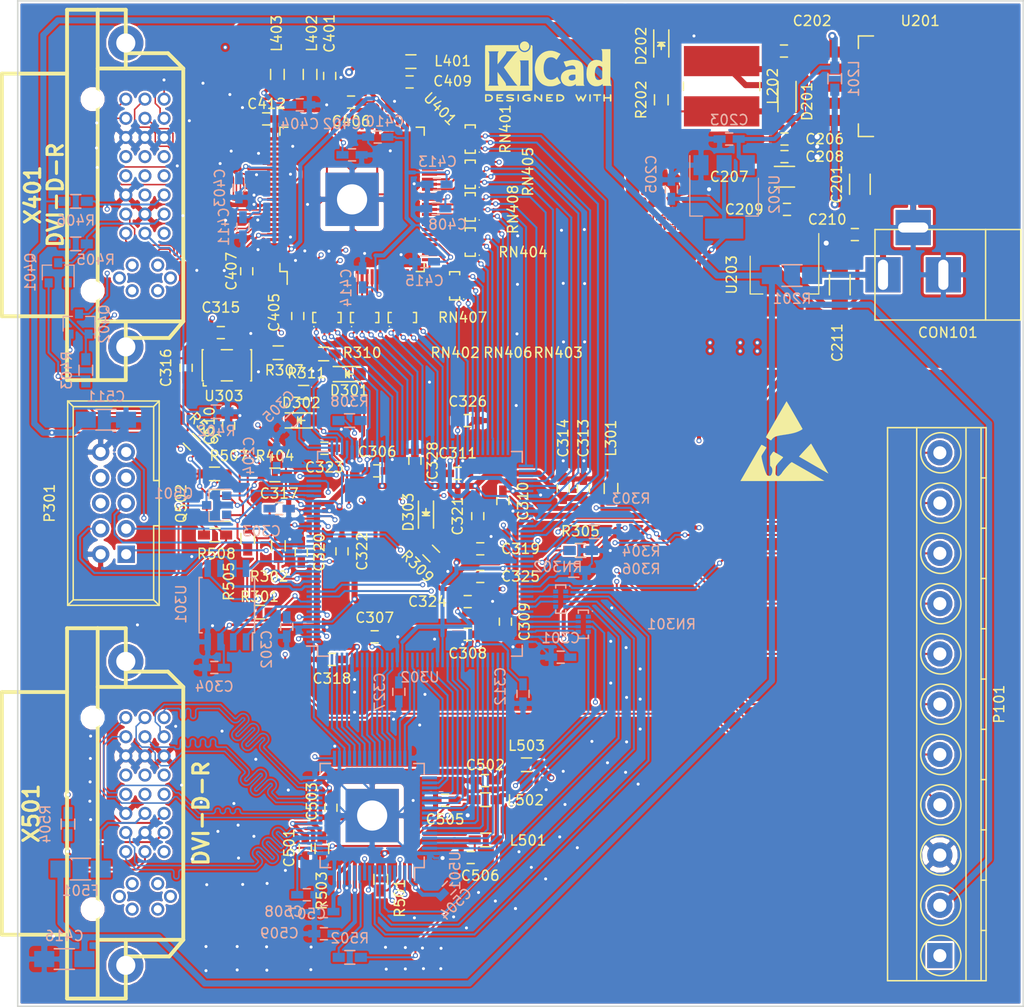
<source format=kicad_pcb>
(kicad_pcb (version 20160815) (host pcbnew "(2016-12-16 revision f631ae27b)-master")

  (general
    (links 476)
    (no_connects 0)
    (area 19.924999 19.924999 120.075001 120.075001)
    (thickness 1.6)
    (drawings 5)
    (tracks 4913)
    (zones 0)
    (modules 138)
    (nets 238)
  )

  (page A4)
  (layers
    (0 F.Cu signal)
    (1 In1.Cu signal)
    (2 In2.Cu signal)
    (31 B.Cu signal)
    (32 B.Adhes user)
    (33 F.Adhes user)
    (34 B.Paste user)
    (35 F.Paste user)
    (36 B.SilkS user)
    (37 F.SilkS user)
    (38 B.Mask user)
    (39 F.Mask user)
    (40 Dwgs.User user)
    (41 Cmts.User user)
    (42 Eco1.User user)
    (43 Eco2.User user)
    (44 Edge.Cuts user)
    (45 Margin user)
    (46 B.CrtYd user)
    (47 F.CrtYd user)
    (48 B.Fab user)
    (49 F.Fab user)
  )

  (setup
    (last_trace_width 0.6)
    (user_trace_width 0.15)
    (user_trace_width 0.2)
    (user_trace_width 0.4)
    (user_trace_width 0.6)
    (user_trace_width 1.5)
    (trace_clearance 0.152)
    (zone_clearance 0.2)
    (zone_45_only no)
    (trace_min 0.15)
    (segment_width 0.2)
    (edge_width 0.15)
    (via_size 0.5)
    (via_drill 0.3)
    (via_min_size 0.5)
    (via_min_drill 0.3)
    (user_via 0.5 0.3)
    (user_via 0.8 0.5)
    (uvia_size 0.3)
    (uvia_drill 0.1)
    (uvias_allowed no)
    (uvia_min_size 0.2)
    (uvia_min_drill 0.1)
    (pcb_text_width 0.3)
    (pcb_text_size 1.5 1.5)
    (mod_edge_width 0.15)
    (mod_text_size 1 1)
    (mod_text_width 0.15)
    (pad_size 3 3)
    (pad_drill 3)
    (pad_to_mask_clearance 0.2)
    (aux_axis_origin 0 0)
    (grid_origin 20 120.025)
    (visible_elements FFFFFFFF)
    (pcbplotparams
      (layerselection 0x010f0_ffffffff)
      (usegerberextensions false)
      (excludeedgelayer true)
      (linewidth 0.100000)
      (plotframeref false)
      (viasonmask false)
      (mode 1)
      (useauxorigin false)
      (hpglpennumber 1)
      (hpglpenspeed 20)
      (hpglpendiameter 15)
      (psnegative false)
      (psa4output false)
      (plotreference true)
      (plotvalue true)
      (plotinvisibletext false)
      (padsonsilk false)
      (subtractmaskfromsilk false)
      (outputformat 1)
      (mirror false)
      (drillshape 0)
      (scaleselection 1)
      (outputdirectory gerber/))
  )

  (net 0 "")
  (net 1 /power/VIN)
  (net 2 GND)
  (net 3 "Net-(C202-Pad2)")
  (net 4 +2V5)
  (net 5 +3V3)
  (net 6 +1V2)
  (net 7 +V_IO)
  (net 8 /dvi_out/TVDD)
  (net 9 "Net-(D201-Pad1)")
  (net 10 "Net-(D202-Pad2)")
  (net 11 "Net-(F501-Pad1)")
  (net 12 +5V)
  (net 13 /GPIO0)
  (net 14 /GPIO1)
  (net 15 /GPIO2)
  (net 16 /GPIO3)
  (net 17 /GPIO4)
  (net 18 /GPIO5)
  (net 19 /GPIO6)
  (net 20 /GPIO7)
  (net 21 "Net-(P301-Pad9)")
  (net 22 "Net-(P301-Pad8)")
  (net 23 "Net-(P301-Pad7)")
  (net 24 "Net-(P301-Pad6)")
  (net 25 "Net-(P301-Pad5)")
  (net 26 "Net-(P301-Pad3)")
  (net 27 "Net-(P301-Pad1)")
  (net 28 /dvi_in/DDCDAT_IN)
  (net 29 /dvi_in/DDCCLK_IN)
  (net 30 /dvi_out/DDCDAT)
  (net 31 /dvi_out/DDCCLK)
  (net 32 "Net-(R301-Pad1)")
  (net 33 "Net-(R302-Pad1)")
  (net 34 "Net-(R303-Pad1)")
  (net 35 "Net-(R304-Pad1)")
  (net 36 "Net-(R305-Pad1)")
  (net 37 "Net-(R306-Pad1)")
  (net 38 /fpga/CLK50)
  (net 39 "Net-(R307-Pad2)")
  (net 40 /dvi_out/TXCLK+)
  (net 41 "Net-(R308-Pad1)")
  (net 42 /fpga/CLKIN)
  (net 43 /dvi_in/HOTPLUG)
  (net 44 "Net-(R501-Pad1)")
  (net 45 /dvi_out/MSEN)
  (net 46 "Net-(R503-Pad2)")
  (net 47 /dvi_out/HOTPLUG)
  (net 48 "Net-(R504-Pad1)")
  (net 49 "Net-(RN301-Pad7)")
  (net 50 "Net-(RN301-Pad6)")
  (net 51 "Net-(RN301-Pad5)")
  (net 52 "Net-(RN301-Pad8)")
  (net 53 /dvi_out/CTL1)
  (net 54 /dvi_out/DE)
  (net 55 /dvi_out/VSYNC)
  (net 56 /dvi_out/HSYNC)
  (net 57 /dvi_out/CTL2)
  (net 58 /dvi_out/CTL3)
  (net 59 "Net-(RN302-Pad8)")
  (net 60 "Net-(RN302-Pad5)")
  (net 61 "Net-(RN302-Pad6)")
  (net 62 "Net-(RN302-Pad7)")
  (net 63 /dvi_in/DE)
  (net 64 /dvi_in/VSYNC)
  (net 65 /dvi_in/HSYNC)
  (net 66 "Net-(RN401-Pad4)")
  (net 67 "Net-(RN401-Pad8)")
  (net 68 "Net-(RN401-Pad5)")
  (net 69 "Net-(RN401-Pad6)")
  (net 70 "Net-(RN401-Pad7)")
  (net 71 "Net-(RN402-Pad7)")
  (net 72 "Net-(RN402-Pad6)")
  (net 73 "Net-(RN402-Pad5)")
  (net 74 "Net-(RN402-Pad8)")
  (net 75 /dvi_in/DATI3)
  (net 76 /dvi_in/DATI2)
  (net 77 /dvi_in/DATI1)
  (net 78 /dvi_in/DATI0)
  (net 79 "Net-(RN403-Pad7)")
  (net 80 "Net-(RN403-Pad6)")
  (net 81 "Net-(RN403-Pad5)")
  (net 82 "Net-(RN403-Pad8)")
  (net 83 /dvi_in/DATI11)
  (net 84 /dvi_in/DATI10)
  (net 85 /dvi_in/DATI9)
  (net 86 /dvi_in/DATI8)
  (net 87 "Net-(RN404-Pad7)")
  (net 88 "Net-(RN404-Pad6)")
  (net 89 "Net-(RN404-Pad5)")
  (net 90 "Net-(RN404-Pad8)")
  (net 91 /dvi_in/DATI19)
  (net 92 /dvi_in/DATI18)
  (net 93 /dvi_in/DATI17)
  (net 94 /dvi_in/DATI16)
  (net 95 "Net-(RN405-Pad7)")
  (net 96 "Net-(RN405-Pad6)")
  (net 97 "Net-(RN405-Pad5)")
  (net 98 "Net-(RN405-Pad8)")
  (net 99 /dvi_in/CTL3)
  (net 100 /dvi_in/CTL2)
  (net 101 /dvi_in/CTL1)
  (net 102 /dvi_in/DATI4)
  (net 103 /dvi_in/DATI5)
  (net 104 /dvi_in/DATI6)
  (net 105 /dvi_in/DATI7)
  (net 106 "Net-(RN406-Pad8)")
  (net 107 "Net-(RN406-Pad5)")
  (net 108 "Net-(RN406-Pad6)")
  (net 109 "Net-(RN406-Pad7)")
  (net 110 /dvi_in/DATI12)
  (net 111 /dvi_in/DATI13)
  (net 112 /dvi_in/DATI14)
  (net 113 /dvi_in/DATI15)
  (net 114 "Net-(RN407-Pad8)")
  (net 115 "Net-(RN407-Pad5)")
  (net 116 "Net-(RN407-Pad6)")
  (net 117 "Net-(RN407-Pad7)")
  (net 118 /dvi_in/DATI20)
  (net 119 /dvi_in/DATI21)
  (net 120 /dvi_in/DATI22)
  (net 121 /dvi_in/DATI23)
  (net 122 "Net-(RN408-Pad8)")
  (net 123 "Net-(RN408-Pad5)")
  (net 124 "Net-(RN408-Pad6)")
  (net 125 "Net-(RN408-Pad7)")
  (net 126 /dvi_out/DATO4)
  (net 127 /dvi_out/DATO5)
  (net 128 /dvi_out/DATO6)
  (net 129 /dvi_out/DATO7)
  (net 130 /dvi_out/DATO12)
  (net 131 /dvi_out/DATO13)
  (net 132 /dvi_out/DATO14)
  (net 133 /dvi_out/DATO15)
  (net 134 /dvi_out/DATO20)
  (net 135 /dvi_out/DATO21)
  (net 136 /dvi_out/DATO22)
  (net 137 /dvi_out/DATO23)
  (net 138 /dvi_out/DATO3)
  (net 139 /dvi_out/DATO2)
  (net 140 /dvi_out/DATO1)
  (net 141 /dvi_out/DATO0)
  (net 142 /dvi_out/DATO11)
  (net 143 /dvi_out/DATO10)
  (net 144 /dvi_out/DATO9)
  (net 145 /dvi_out/DATO8)
  (net 146 /dvi_out/DATO19)
  (net 147 /dvi_out/DATO18)
  (net 148 /dvi_out/DATO17)
  (net 149 /dvi_out/DATO16)
  (net 150 /fpga/DCLK)
  (net 151 /fpga/ASDI)
  (net 152 /fpga/DATA)
  (net 153 /fpga/nCS)
  (net 154 "Net-(U302-Pad127)")
  (net 155 /dvi_in/LINK_ACT)
  (net 156 /dvi_in/PDOWN)
  (net 157 /dvi_out/EDGE)
  (net 158 /dvi_out/DKEN)
  (net 159 "Net-(U303-Pad1)")
  (net 160 "Net-(U401-Pad96)")
  (net 161 /dvi_in/RxC-)
  (net 162 /dvi_in/RxC+)
  (net 163 /dvi_in/Rx0+)
  (net 164 /dvi_in/Rx1-)
  (net 165 /dvi_in/Rx1+)
  (net 166 /dvi_in/Rx2-)
  (net 167 /dvi_in/Rx2+)
  (net 168 "Net-(U401-Pad77)")
  (net 169 "Net-(U401-Pad75)")
  (net 170 "Net-(U401-Pad74)")
  (net 171 "Net-(U401-Pad73)")
  (net 172 "Net-(U401-Pad72)")
  (net 173 "Net-(U401-Pad71)")
  (net 174 "Net-(U401-Pad70)")
  (net 175 "Net-(U401-Pad69)")
  (net 176 "Net-(U401-Pad66)")
  (net 177 "Net-(U401-Pad65)")
  (net 178 "Net-(U401-Pad64)")
  (net 179 "Net-(U401-Pad63)")
  (net 180 "Net-(U401-Pad62)")
  (net 181 "Net-(U401-Pad61)")
  (net 182 "Net-(U401-Pad60)")
  (net 183 "Net-(U401-Pad59)")
  (net 184 "Net-(U401-Pad56)")
  (net 185 "Net-(U401-Pad55)")
  (net 186 "Net-(U401-Pad54)")
  (net 187 "Net-(U401-Pad53)")
  (net 188 "Net-(U401-Pad52)")
  (net 189 "Net-(U401-Pad51)")
  (net 190 "Net-(U401-Pad50)")
  (net 191 "Net-(U401-Pad49)")
  (net 192 "Net-(U501-Pad56)")
  (net 193 "Net-(U501-Pad49)")
  (net 194 /dvi_out/TX2+)
  (net 195 /dvi_out/TX2-)
  (net 196 /dvi_out/TX1+)
  (net 197 /dvi_out/TX1-)
  (net 198 /dvi_out/TX0+)
  (net 199 /dvi_out/TX0-)
  (net 200 /dvi_out/TXC+)
  (net 201 /dvi_out/TXC-)
  (net 202 "Net-(X401-Pad8)")
  (net 203 "Net-(X401-Pad21)")
  (net 204 "Net-(X401-Pad20)")
  (net 205 "Net-(X401-Pad14)")
  (net 206 "Net-(X401-Pad13)")
  (net 207 "Net-(X401-Pad12)")
  (net 208 "Net-(X401-Pad5)")
  (net 209 "Net-(X401-Pad4)")
  (net 210 "Net-(X501-Pad4)")
  (net 211 "Net-(X501-Pad5)")
  (net 212 "Net-(X501-Pad12)")
  (net 213 "Net-(X501-Pad13)")
  (net 214 "Net-(X501-Pad20)")
  (net 215 "Net-(X501-Pad21)")
  (net 216 "Net-(X501-Pad8)")
  (net 217 "Net-(D301-Pad2)")
  (net 218 "Net-(D302-Pad2)")
  (net 219 "Net-(D303-Pad2)")
  (net 220 /dvi_in/Rx0-)
  (net 221 "Net-(U302-Pad99)")
  (net 222 "Net-(U302-Pad84)")
  (net 223 "Net-(U302-Pad83)")
  (net 224 "Net-(RN302-Pad1)")
  (net 225 "Net-(D301-Pad1)")
  (net 226 "Net-(D302-Pad1)")
  (net 227 "Net-(D303-Pad1)")
  (net 228 "Net-(RN301-Pad1)")
  (net 229 /dvi_in/PVDD)
  (net 230 /dvi_in/DVDD)
  (net 231 /dvi_in/AVDD)
  (net 232 /dvi_out/DVDD)
  (net 233 /dvi_out/PVDD)
  (net 234 /dvi_out/DDCDAT_)
  (net 235 /dvi_out/DDCCLK_)
  (net 236 /dvi_in/DDCDAT_)
  (net 237 /dvi_in/DDCCLK_)

  (net_class Default "This is the default net class."
    (clearance 0.152)
    (trace_width 0.2)
    (via_dia 0.5)
    (via_drill 0.3)
    (uvia_dia 0.3)
    (uvia_drill 0.1)
    (diff_pair_gap 0.25)
    (diff_pair_width 0.2)
    (add_net +1V2)
    (add_net +2V5)
    (add_net +3V3)
    (add_net +5V)
    (add_net +V_IO)
    (add_net /GPIO0)
    (add_net /GPIO1)
    (add_net /GPIO2)
    (add_net /GPIO3)
    (add_net /GPIO4)
    (add_net /GPIO5)
    (add_net /GPIO6)
    (add_net /GPIO7)
    (add_net /dvi_in/AVDD)
    (add_net /dvi_in/CTL1)
    (add_net /dvi_in/CTL2)
    (add_net /dvi_in/CTL3)
    (add_net /dvi_in/DATI0)
    (add_net /dvi_in/DATI1)
    (add_net /dvi_in/DATI10)
    (add_net /dvi_in/DATI11)
    (add_net /dvi_in/DATI12)
    (add_net /dvi_in/DATI13)
    (add_net /dvi_in/DATI14)
    (add_net /dvi_in/DATI15)
    (add_net /dvi_in/DATI16)
    (add_net /dvi_in/DATI17)
    (add_net /dvi_in/DATI18)
    (add_net /dvi_in/DATI19)
    (add_net /dvi_in/DATI2)
    (add_net /dvi_in/DATI20)
    (add_net /dvi_in/DATI21)
    (add_net /dvi_in/DATI22)
    (add_net /dvi_in/DATI23)
    (add_net /dvi_in/DATI3)
    (add_net /dvi_in/DATI4)
    (add_net /dvi_in/DATI5)
    (add_net /dvi_in/DATI6)
    (add_net /dvi_in/DATI7)
    (add_net /dvi_in/DATI8)
    (add_net /dvi_in/DATI9)
    (add_net /dvi_in/DDCCLK_)
    (add_net /dvi_in/DDCCLK_IN)
    (add_net /dvi_in/DDCDAT_)
    (add_net /dvi_in/DDCDAT_IN)
    (add_net /dvi_in/DE)
    (add_net /dvi_in/DVDD)
    (add_net /dvi_in/HOTPLUG)
    (add_net /dvi_in/HSYNC)
    (add_net /dvi_in/LINK_ACT)
    (add_net /dvi_in/PDOWN)
    (add_net /dvi_in/PVDD)
    (add_net /dvi_in/Rx0+)
    (add_net /dvi_in/Rx0-)
    (add_net /dvi_in/Rx1+)
    (add_net /dvi_in/Rx1-)
    (add_net /dvi_in/Rx2+)
    (add_net /dvi_in/Rx2-)
    (add_net /dvi_in/RxC+)
    (add_net /dvi_in/RxC-)
    (add_net /dvi_in/VSYNC)
    (add_net /dvi_out/CTL1)
    (add_net /dvi_out/CTL2)
    (add_net /dvi_out/CTL3)
    (add_net /dvi_out/DATO0)
    (add_net /dvi_out/DATO1)
    (add_net /dvi_out/DATO10)
    (add_net /dvi_out/DATO11)
    (add_net /dvi_out/DATO12)
    (add_net /dvi_out/DATO13)
    (add_net /dvi_out/DATO14)
    (add_net /dvi_out/DATO15)
    (add_net /dvi_out/DATO16)
    (add_net /dvi_out/DATO17)
    (add_net /dvi_out/DATO18)
    (add_net /dvi_out/DATO19)
    (add_net /dvi_out/DATO2)
    (add_net /dvi_out/DATO20)
    (add_net /dvi_out/DATO21)
    (add_net /dvi_out/DATO22)
    (add_net /dvi_out/DATO23)
    (add_net /dvi_out/DATO3)
    (add_net /dvi_out/DATO4)
    (add_net /dvi_out/DATO5)
    (add_net /dvi_out/DATO6)
    (add_net /dvi_out/DATO7)
    (add_net /dvi_out/DATO8)
    (add_net /dvi_out/DATO9)
    (add_net /dvi_out/DDCCLK)
    (add_net /dvi_out/DDCCLK_)
    (add_net /dvi_out/DDCDAT)
    (add_net /dvi_out/DDCDAT_)
    (add_net /dvi_out/DE)
    (add_net /dvi_out/DKEN)
    (add_net /dvi_out/DVDD)
    (add_net /dvi_out/EDGE)
    (add_net /dvi_out/HOTPLUG)
    (add_net /dvi_out/HSYNC)
    (add_net /dvi_out/MSEN)
    (add_net /dvi_out/PVDD)
    (add_net /dvi_out/TVDD)
    (add_net /dvi_out/TX0+)
    (add_net /dvi_out/TX0-)
    (add_net /dvi_out/TX1+)
    (add_net /dvi_out/TX1-)
    (add_net /dvi_out/TX2+)
    (add_net /dvi_out/TX2-)
    (add_net /dvi_out/TXC+)
    (add_net /dvi_out/TXC-)
    (add_net /dvi_out/TXCLK+)
    (add_net /dvi_out/VSYNC)
    (add_net /fpga/ASDI)
    (add_net /fpga/CLK50)
    (add_net /fpga/CLKIN)
    (add_net /fpga/DATA)
    (add_net /fpga/DCLK)
    (add_net /fpga/nCS)
    (add_net /power/VIN)
    (add_net GND)
    (add_net "Net-(C202-Pad2)")
    (add_net "Net-(D201-Pad1)")
    (add_net "Net-(D202-Pad2)")
    (add_net "Net-(D301-Pad1)")
    (add_net "Net-(D301-Pad2)")
    (add_net "Net-(D302-Pad1)")
    (add_net "Net-(D302-Pad2)")
    (add_net "Net-(D303-Pad1)")
    (add_net "Net-(D303-Pad2)")
    (add_net "Net-(F501-Pad1)")
    (add_net "Net-(P301-Pad1)")
    (add_net "Net-(P301-Pad3)")
    (add_net "Net-(P301-Pad5)")
    (add_net "Net-(P301-Pad6)")
    (add_net "Net-(P301-Pad7)")
    (add_net "Net-(P301-Pad8)")
    (add_net "Net-(P301-Pad9)")
    (add_net "Net-(R301-Pad1)")
    (add_net "Net-(R302-Pad1)")
    (add_net "Net-(R303-Pad1)")
    (add_net "Net-(R304-Pad1)")
    (add_net "Net-(R305-Pad1)")
    (add_net "Net-(R306-Pad1)")
    (add_net "Net-(R307-Pad2)")
    (add_net "Net-(R308-Pad1)")
    (add_net "Net-(R501-Pad1)")
    (add_net "Net-(R503-Pad2)")
    (add_net "Net-(R504-Pad1)")
    (add_net "Net-(RN301-Pad1)")
    (add_net "Net-(RN301-Pad5)")
    (add_net "Net-(RN301-Pad6)")
    (add_net "Net-(RN301-Pad7)")
    (add_net "Net-(RN301-Pad8)")
    (add_net "Net-(RN302-Pad1)")
    (add_net "Net-(RN302-Pad5)")
    (add_net "Net-(RN302-Pad6)")
    (add_net "Net-(RN302-Pad7)")
    (add_net "Net-(RN302-Pad8)")
    (add_net "Net-(RN401-Pad4)")
    (add_net "Net-(RN401-Pad5)")
    (add_net "Net-(RN401-Pad6)")
    (add_net "Net-(RN401-Pad7)")
    (add_net "Net-(RN401-Pad8)")
    (add_net "Net-(RN402-Pad5)")
    (add_net "Net-(RN402-Pad6)")
    (add_net "Net-(RN402-Pad7)")
    (add_net "Net-(RN402-Pad8)")
    (add_net "Net-(RN403-Pad5)")
    (add_net "Net-(RN403-Pad6)")
    (add_net "Net-(RN403-Pad7)")
    (add_net "Net-(RN403-Pad8)")
    (add_net "Net-(RN404-Pad5)")
    (add_net "Net-(RN404-Pad6)")
    (add_net "Net-(RN404-Pad7)")
    (add_net "Net-(RN404-Pad8)")
    (add_net "Net-(RN405-Pad5)")
    (add_net "Net-(RN405-Pad6)")
    (add_net "Net-(RN405-Pad7)")
    (add_net "Net-(RN405-Pad8)")
    (add_net "Net-(RN406-Pad5)")
    (add_net "Net-(RN406-Pad6)")
    (add_net "Net-(RN406-Pad7)")
    (add_net "Net-(RN406-Pad8)")
    (add_net "Net-(RN407-Pad5)")
    (add_net "Net-(RN407-Pad6)")
    (add_net "Net-(RN407-Pad7)")
    (add_net "Net-(RN407-Pad8)")
    (add_net "Net-(RN408-Pad5)")
    (add_net "Net-(RN408-Pad6)")
    (add_net "Net-(RN408-Pad7)")
    (add_net "Net-(RN408-Pad8)")
    (add_net "Net-(U302-Pad127)")
    (add_net "Net-(U302-Pad83)")
    (add_net "Net-(U302-Pad84)")
    (add_net "Net-(U302-Pad99)")
    (add_net "Net-(U303-Pad1)")
    (add_net "Net-(U401-Pad49)")
    (add_net "Net-(U401-Pad50)")
    (add_net "Net-(U401-Pad51)")
    (add_net "Net-(U401-Pad52)")
    (add_net "Net-(U401-Pad53)")
    (add_net "Net-(U401-Pad54)")
    (add_net "Net-(U401-Pad55)")
    (add_net "Net-(U401-Pad56)")
    (add_net "Net-(U401-Pad59)")
    (add_net "Net-(U401-Pad60)")
    (add_net "Net-(U401-Pad61)")
    (add_net "Net-(U401-Pad62)")
    (add_net "Net-(U401-Pad63)")
    (add_net "Net-(U401-Pad64)")
    (add_net "Net-(U401-Pad65)")
    (add_net "Net-(U401-Pad66)")
    (add_net "Net-(U401-Pad69)")
    (add_net "Net-(U401-Pad70)")
    (add_net "Net-(U401-Pad71)")
    (add_net "Net-(U401-Pad72)")
    (add_net "Net-(U401-Pad73)")
    (add_net "Net-(U401-Pad74)")
    (add_net "Net-(U401-Pad75)")
    (add_net "Net-(U401-Pad77)")
    (add_net "Net-(U401-Pad96)")
    (add_net "Net-(U501-Pad49)")
    (add_net "Net-(U501-Pad56)")
    (add_net "Net-(X401-Pad12)")
    (add_net "Net-(X401-Pad13)")
    (add_net "Net-(X401-Pad14)")
    (add_net "Net-(X401-Pad20)")
    (add_net "Net-(X401-Pad21)")
    (add_net "Net-(X401-Pad4)")
    (add_net "Net-(X401-Pad5)")
    (add_net "Net-(X401-Pad8)")
    (add_net "Net-(X501-Pad12)")
    (add_net "Net-(X501-Pad13)")
    (add_net "Net-(X501-Pad20)")
    (add_net "Net-(X501-Pad21)")
    (add_net "Net-(X501-Pad4)")
    (add_net "Net-(X501-Pad5)")
    (add_net "Net-(X501-Pad8)")
  )

  (module artwork:shimatta_std (layer F.Cu) (tedit 0) (tstamp 58695997)
    (at 89.5 112.525)
    (fp_text reference G*** (at 0 0) (layer F.SilkS) hide
      (effects (font (thickness 0.3)))
    )
    (fp_text value LOGO (at 0.75 0) (layer F.SilkS) hide
      (effects (font (thickness 0.3)))
    )
    (fp_poly (pts (xy 10.868794 -0.34663) (xy 10.940082 -0.344725) (xy 11.001581 -0.340759) (xy 11.054456 -0.334558)
      (xy 11.099874 -0.325943) (xy 11.138999 -0.314739) (xy 11.172997 -0.300768) (xy 11.203034 -0.283854)
      (xy 11.230276 -0.263821) (xy 11.255887 -0.240491) (xy 11.256462 -0.239919) (xy 11.289334 -0.201111)
      (xy 11.312259 -0.15891) (xy 11.326574 -0.110035) (xy 11.333618 -0.05121) (xy 11.333643 -0.0508)
      (xy 11.332569 0.023291) (xy 11.320361 0.089289) (xy 11.297275 0.146655) (xy 11.263566 0.19485)
      (xy 11.219491 0.233333) (xy 11.190884 0.250184) (xy 11.170271 0.260221) (xy 11.150623 0.268525)
      (xy 11.130272 0.275304) (xy 11.107549 0.280766) (xy 11.080783 0.285117) (xy 11.048306 0.288565)
      (xy 11.008448 0.291317) (xy 10.959541 0.29358) (xy 10.899914 0.295563) (xy 10.827899 0.297472)
      (xy 10.805885 0.298007) (xy 10.501253 0.308642) (xy 10.207708 0.325718) (xy 9.923258 0.349393)
      (xy 9.645907 0.379823) (xy 9.470624 0.402998) (xy 9.411807 0.410902) (xy 9.364278 0.416192)
      (xy 9.325062 0.418954) (xy 9.291185 0.41927) (xy 9.259672 0.417223) (xy 9.227549 0.412897)
      (xy 9.212169 0.410241) (xy 9.144467 0.392017) (xy 9.087321 0.363849) (xy 9.040745 0.325747)
      (xy 9.004755 0.277724) (xy 8.992925 0.254871) (xy 8.980849 0.218141) (xy 8.973005 0.172373)
      (xy 8.969757 0.122517) (xy 8.971468 0.073524) (xy 8.976926 0.037019) (xy 8.997827 -0.025291)
      (xy 9.0312 -0.080963) (xy 9.075937 -0.128488) (xy 9.122686 -0.16171) (xy 9.147207 -0.17458)
      (xy 9.175393 -0.186432) (xy 9.208483 -0.197521) (xy 9.247713 -0.208107) (xy 9.294321 -0.218445)
      (xy 9.349544 -0.228794) (xy 9.414619 -0.23941) (xy 9.490782 -0.250551) (xy 9.579273 -0.262474)
      (xy 9.652 -0.271774) (xy 9.800914 -0.289224) (xy 9.950405 -0.304133) (xy 10.103324 -0.316716)
      (xy 10.262527 -0.327186) (xy 10.430867 -0.335758) (xy 10.584543 -0.341755) (xy 10.69219 -0.344969)
      (xy 10.786552 -0.346653) (xy 10.868794 -0.34663)) (layer F.Mask) (width 0.01))
    (fp_poly (pts (xy 3.280686 -0.880939) (xy 3.34556 -0.879771) (xy 3.402872 -0.877617) (xy 3.449973 -0.87446)
      (xy 3.472543 -0.872037) (xy 3.61367 -0.849571) (xy 3.744701 -0.82007) (xy 3.868701 -0.782621)
      (xy 3.988736 -0.73631) (xy 4.096467 -0.686017) (xy 4.193868 -0.632986) (xy 4.288297 -0.574006)
      (xy 4.3772 -0.510941) (xy 4.458022 -0.445653) (xy 4.528209 -0.380007) (xy 4.555365 -0.351156)
      (xy 4.639992 -0.246318) (xy 4.713364 -0.13273) (xy 4.774921 -0.011455) (xy 4.824102 0.116443)
      (xy 4.850885 0.209423) (xy 4.879181 0.347701) (xy 4.896607 0.490707) (xy 4.903125 0.635529)
      (xy 4.898699 0.779253) (xy 4.88329 0.918966) (xy 4.861451 1.032728) (xy 4.824346 1.160933)
      (xy 4.77372 1.287533) (xy 4.710565 1.41087) (xy 4.635874 1.529285) (xy 4.550639 1.641117)
      (xy 4.455854 1.744709) (xy 4.40832 1.79005) (xy 4.299338 1.882172) (xy 4.177612 1.971762)
      (xy 4.04482 2.057926) (xy 3.902638 2.139772) (xy 3.752745 2.216408) (xy 3.596818 2.286942)
      (xy 3.436534 2.350482) (xy 3.27357 2.406135) (xy 3.218543 2.422898) (xy 3.139899 2.444368)
      (xy 3.049468 2.466013) (xy 2.949959 2.487315) (xy 2.844082 2.507761) (xy 2.734547 2.526832)
      (xy 2.624065 2.544015) (xy 2.515345 2.558792) (xy 2.485571 2.56243) (xy 2.428012 2.568359)
      (xy 2.365313 2.573218) (xy 2.299907 2.576957) (xy 2.234229 2.579525) (xy 2.17071 2.580872)
      (xy 2.111786 2.580947) (xy 2.05989 2.579698) (xy 2.017454 2.577077) (xy 1.986913 2.573032)
      (xy 1.985844 2.572813) (xy 1.91558 2.552339) (xy 1.8565 2.522842) (xy 1.808841 2.484627)
      (xy 1.772841 2.437998) (xy 1.748736 2.38326) (xy 1.736764 2.320717) (xy 1.736929 2.253327)
      (xy 1.748307 2.186275) (xy 1.77048 2.128668) (xy 1.803758 2.079916) (xy 1.848452 2.039427)
      (xy 1.849677 2.038544) (xy 1.877767 2.020506) (xy 1.908228 2.005555) (xy 1.943115 1.993169)
      (xy 1.984481 1.982826) (xy 2.034379 1.974007) (xy 2.094863 1.966188) (xy 2.161084 1.959481)
      (xy 2.311846 1.944454) (xy 2.450169 1.928139) (xy 2.578102 1.910074) (xy 2.697697 1.889796)
      (xy 2.811005 1.866842) (xy 2.920076 1.84075) (xy 3.026962 1.811058) (xy 3.133714 1.777303)
      (xy 3.242382 1.739022) (xy 3.355017 1.695754) (xy 3.386254 1.683205) (xy 3.439042 1.660814)
      (xy 3.498085 1.634078) (xy 3.560068 1.604637) (xy 3.621674 1.574131) (xy 3.679588 1.5442)
      (xy 3.730494 1.516484) (xy 3.76929 1.493734) (xy 3.863531 1.428613) (xy 3.952139 1.353949)
      (xy 4.033116 1.271853) (xy 4.104465 1.184435) (xy 4.16419 1.093803) (xy 4.186568 1.052873)
      (xy 4.225348 0.967344) (xy 4.253373 0.882119) (xy 4.271449 0.793702) (xy 4.280379 0.698597)
      (xy 4.281685 0.639641) (xy 4.277001 0.527464) (xy 4.262763 0.425302) (xy 4.238591 0.331924)
      (xy 4.204105 0.2461) (xy 4.158926 0.166599) (xy 4.119 0.11188) (xy 4.060291 0.048463)
      (xy 3.988142 -0.012032) (xy 3.902275 -0.06981) (xy 3.802411 -0.125073) (xy 3.778387 -0.136985)
      (xy 3.681686 -0.179417) (xy 3.583439 -0.212975) (xy 3.48168 -0.237992) (xy 3.374444 -0.254803)
      (xy 3.259766 -0.263742) (xy 3.13568 -0.265143) (xy 3.043531 -0.261888) (xy 2.888029 -0.251649)
      (xy 2.734088 -0.236994) (xy 2.580213 -0.217612) (xy 2.424912 -0.193189) (xy 2.26669 -0.163413)
      (xy 2.104054 -0.127969) (xy 1.93551 -0.086547) (xy 1.759564 -0.038832) (xy 1.574722 0.015488)
      (xy 1.379491 0.076726) (xy 1.29428 0.104504) (xy 1.212487 0.131377) (xy 1.14306 0.153997)
      (xy 1.08461 0.172751) (xy 1.035751 0.188021) (xy 0.995094 0.200194) (xy 0.961252 0.209655)
      (xy 0.932836 0.216787) (xy 0.908459 0.221977) (xy 0.886733 0.225608) (xy 0.86627 0.228067)
      (xy 0.845683 0.229737) (xy 0.841828 0.229985) (xy 0.770694 0.22918) (xy 0.705988 0.217912)
      (xy 0.648912 0.196762) (xy 0.60067 0.166307) (xy 0.562463 0.127129) (xy 0.536857 0.083059)
      (xy 0.516575 0.01964) (xy 0.509485 -0.04353) (xy 0.515258 -0.10471) (xy 0.533566 -0.162158)
      (xy 0.564078 -0.214131) (xy 0.6005 -0.25372) (xy 0.627556 -0.275729) (xy 0.658526 -0.29656)
      (xy 0.694993 -0.316941) (xy 0.738543 -0.337601) (xy 0.790758 -0.359268) (xy 0.853223 -0.382671)
      (xy 0.927522 -0.40854) (xy 0.962785 -0.420363) (xy 1.235996 -0.508259) (xy 1.498548 -0.586824)
      (xy 1.750821 -0.656148) (xy 1.993199 -0.71632) (xy 2.226063 -0.767428) (xy 2.449796 -0.809563)
      (xy 2.664779 -0.842814) (xy 2.871395 -0.86727) (xy 2.881085 -0.868221) (xy 2.935666 -0.872605)
      (xy 2.998589 -0.876105) (xy 3.067203 -0.878706) (xy 3.138857 -0.88039) (xy 3.210902 -0.88114)
      (xy 3.280686 -0.880939)) (layer F.Mask) (width 0.01))
    (fp_poly (pts (xy 9.003608 1.085203) (xy 9.056887 1.097351) (xy 9.102289 1.118483) (xy 9.136442 1.144109)
      (xy 9.162501 1.170161) (xy 9.183639 1.197962) (xy 9.200436 1.229422) (xy 9.213471 1.266452)
      (xy 9.223323 1.310961) (xy 9.230572 1.364858) (xy 9.235796 1.430055) (xy 9.238428 1.480457)
      (xy 9.242463 1.556719) (xy 9.247451 1.620598) (xy 9.253768 1.674212) (xy 9.261789 1.719683)
      (xy 9.27189 1.759128) (xy 9.284448 1.794667) (xy 9.299837 1.828421) (xy 9.300281 1.8293)
      (xy 9.32368 1.861058) (xy 9.36009 1.889396) (xy 9.409773 1.914428) (xy 9.472988 1.936271)
      (xy 9.549997 1.955039) (xy 9.608457 1.96579) (xy 9.659854 1.973801) (xy 9.709141 1.980441)
      (xy 9.758607 1.98587) (xy 9.810543 1.990245) (xy 9.86724 1.993727) (xy 9.930987 1.996474)
      (xy 10.004074 1.998645) (xy 10.088793 2.000399) (xy 10.112828 2.000803) (xy 10.344931 2.000686)
      (xy 10.574631 1.992926) (xy 10.799511 1.977698) (xy 11.017155 1.955179) (xy 11.225147 1.925543)
      (xy 11.283945 1.915532) (xy 11.323332 1.909019) (xy 11.353394 1.905485) (xy 11.37896 1.904703)
      (xy 11.404859 1.906445) (xy 11.424674 1.908893) (xy 11.494816 1.923371) (xy 11.553352 1.946196)
      (xy 11.600789 1.977718) (xy 11.637635 2.018289) (xy 11.664396 2.068258) (xy 11.667708 2.076961)
      (xy 11.674691 2.105256) (xy 11.679662 2.14325) (xy 11.682423 2.186242) (xy 11.682775 2.229529)
      (xy 11.680518 2.26841) (xy 11.676827 2.29262) (xy 11.655383 2.357769) (xy 11.621693 2.415438)
      (xy 11.576172 2.465251) (xy 11.51923 2.506833) (xy 11.451281 2.539807) (xy 11.381702 2.561655)
      (xy 11.342402 2.569881) (xy 11.29029 2.578484) (xy 11.227059 2.587284) (xy 11.154403 2.596097)
      (xy 11.074012 2.604743) (xy 10.987579 2.61304) (xy 10.896797 2.620806) (xy 10.803359 2.62786)
      (xy 10.708955 2.634021) (xy 10.705281 2.63424) (xy 10.652261 2.63689) (xy 10.589033 2.639219)
      (xy 10.517978 2.641203) (xy 10.441476 2.642822) (xy 10.36191 2.644053) (xy 10.281658 2.644874)
      (xy 10.203102 2.645263) (xy 10.128622 2.645198) (xy 10.0606 2.644658) (xy 10.001415 2.643619)
      (xy 9.953449 2.64206) (xy 9.938657 2.641327) (xy 9.768481 2.628296) (xy 9.611394 2.609042)
      (xy 9.467369 2.583557) (xy 9.336381 2.551835) (xy 9.218402 2.51387) (xy 9.113406 2.469654)
      (xy 9.021367 2.419181) (xy 8.998233 2.404142) (xy 8.936306 2.355572) (xy 8.876387 2.295797)
      (xy 8.821128 2.228111) (xy 8.77318 2.155807) (xy 8.735198 2.08218) (xy 8.730868 2.072055)
      (xy 8.707215 2.00826) (xy 8.685371 1.936098) (xy 8.66712 1.861716) (xy 8.660844 1.8307)
      (xy 8.655793 1.795362) (xy 8.651582 1.749235) (xy 8.648253 1.695121) (xy 8.645849 1.635825)
      (xy 8.644412 1.574151) (xy 8.643985 1.512901) (xy 8.64461 1.45488) (xy 8.646328 1.402892)
      (xy 8.649184 1.359739) (xy 8.653218 1.328227) (xy 8.65325 1.328057) (xy 8.671645 1.258488)
      (xy 8.698511 1.200675) (xy 8.734046 1.154447) (xy 8.778447 1.119634) (xy 8.831912 1.096067)
      (xy 8.894638 1.083576) (xy 8.940188 1.081315) (xy 9.003608 1.085203)) (layer F.Mask) (width 0.01))
    (fp_poly (pts (xy -11.3068 -2.522042) (xy -11.243523 -2.508415) (xy -11.18998 -2.484867) (xy -11.145174 -2.450712)
      (xy -11.108109 -2.405266) (xy -11.077788 -2.347845) (xy -11.062557 -2.307771) (xy -11.061106 -2.303062)
      (xy -11.05976 -2.297493) (xy -11.058513 -2.290514) (xy -11.057361 -2.281571) (xy -11.056298 -2.270114)
      (xy -11.055319 -2.255589) (xy -11.054417 -2.237446) (xy -11.053589 -2.215132) (xy -11.052827 -2.188096)
      (xy -11.052128 -2.155784) (xy -11.051485 -2.117645) (xy -11.050893 -2.073128) (xy -11.050346 -2.02168)
      (xy -11.04984 -1.962749) (xy -11.049369 -1.895784) (xy -11.048927 -1.820232) (xy -11.048509 -1.735541)
      (xy -11.04811 -1.64116) (xy -11.047724 -1.536535) (xy -11.047346 -1.421117) (xy -11.04697 -1.294351)
      (xy -11.046591 -1.155687) (xy -11.046203 -1.004573) (xy -11.045802 -0.840455) (xy -11.045381 -0.662784)
      (xy -11.045055 -0.522514) (xy -11.044621 -0.331929) (xy -11.044228 -0.155283) (xy -11.043859 0.008)
      (xy -11.043503 0.158496) (xy -11.043145 0.296779) (xy -11.042771 0.423427) (xy -11.042368 0.539013)
      (xy -11.041921 0.644114) (xy -11.041417 0.739305) (xy -11.040843 0.825162) (xy -11.040184 0.90226)
      (xy -11.039426 0.971175) (xy -11.038556 1.032482) (xy -11.037561 1.086757) (xy -11.036425 1.134576)
      (xy -11.035136 1.176514) (xy -11.033679 1.213146) (xy -11.032041 1.245049) (xy -11.030209 1.272797)
      (xy -11.028167 1.296966) (xy -11.025903 1.318133) (xy -11.023403 1.336871) (xy -11.020653 1.353757)
      (xy -11.017638 1.369367) (xy -11.014346 1.384276) (xy -11.010763 1.399059) (xy -11.006874 1.414293)
      (xy -11.002666 1.430552) (xy -10.998125 1.448412) (xy -10.997798 1.449724) (xy -10.964594 1.558686)
      (xy -10.922022 1.656604) (xy -10.87005 1.743504) (xy -10.808644 1.819409) (xy -10.737771 1.884342)
      (xy -10.6574 1.938328) (xy -10.567497 1.98139) (xy -10.468029 2.013553) (xy -10.358964 2.03484)
      (xy -10.24027 2.045275) (xy -10.18084 2.046437) (xy -10.02365 2.040231) (xy -9.8725 2.021965)
      (xy -9.72797 1.991807) (xy -9.590642 1.949924) (xy -9.461096 1.896487) (xy -9.339913 1.831662)
      (xy -9.260323 1.779565) (xy -9.187902 1.722827) (xy -9.111738 1.652849) (xy -9.032329 1.570273)
      (xy -8.950172 1.475739) (xy -8.865765 1.369888) (xy -8.779606 1.253362) (xy -8.692193 1.126801)
      (xy -8.604024 0.990846) (xy -8.515598 0.846139) (xy -8.456603 0.744866) (xy -8.420295 0.681984)
      (xy -8.389599 0.630434) (xy -8.363414 0.588677) (xy -8.340642 0.555175) (xy -8.320185 0.52839)
      (xy -8.300944 0.506783) (xy -8.28182 0.488815) (xy -8.263208 0.474045) (xy -8.214168 0.444068)
      (xy -8.164588 0.42726) (xy -8.110878 0.422597) (xy -8.087241 0.423921) (xy -8.016328 0.43535)
      (xy -7.956351 0.456006) (xy -7.906749 0.48626) (xy -7.866959 0.526481) (xy -7.836418 0.57704)
      (xy -7.82912 0.593917) (xy -7.822484 0.612165) (xy -7.817901 0.630107) (xy -7.815007 0.650993)
      (xy -7.813441 0.678075) (xy -7.812837 0.714605) (xy -7.812785 0.740229) (xy -7.813068 0.783475)
      (xy -7.814142 0.815935) (xy -7.816453 0.841334) (xy -7.820449 0.863396) (xy -7.826575 0.885845)
      (xy -7.832408 0.903897) (xy -7.851583 0.954021) (xy -7.878322 1.012108) (xy -7.912937 1.078718)
      (xy -7.95574 1.154407) (xy -8.007042 1.239733) (xy -8.067153 1.335253) (xy -8.111874 1.404257)
      (xy -8.184605 1.512428) (xy -8.259972 1.618994) (xy -8.336751 1.722437) (xy -8.413714 1.821243)
      (xy -8.489636 1.913893) (xy -8.563289 1.998871) (xy -8.633448 2.07466) (xy -8.698886 2.139743)
      (xy -8.728507 2.166955) (xy -8.860206 2.275387) (xy -8.997401 2.370806) (xy -9.140585 2.453429)
      (xy -9.290251 2.523473) (xy -9.446893 2.581154) (xy -9.611006 2.626689) (xy -9.783083 2.660295)
      (xy -9.884229 2.674116) (xy -9.919679 2.67748) (xy -9.965044 2.680623) (xy -10.01747 2.683457)
      (xy -10.074102 2.685893) (xy -10.132084 2.687841) (xy -10.188562 2.689214) (xy -10.240682 2.689922)
      (xy -10.285588 2.689876) (xy -10.320426 2.688988) (xy -10.334172 2.688116) (xy -10.416848 2.680487)
      (xy -10.487731 2.672889) (xy -10.549531 2.664887) (xy -10.604963 2.656048) (xy -10.656738 2.645936)
      (xy -10.70757 2.634117) (xy -10.76017 2.620157) (xy -10.762343 2.61955) (xy -10.895114 2.575667)
      (xy -11.018016 2.521153) (xy -11.131009 2.456059) (xy -11.234049 2.380436) (xy -11.327095 2.294335)
      (xy -11.410105 2.197808) (xy -11.483037 2.090905) (xy -11.545849 1.973679) (xy -11.598497 1.84618)
      (xy -11.640942 1.708459) (xy -11.673139 1.560568) (xy -11.683136 1.4986) (xy -11.686392 1.47592)
      (xy -11.68941 1.453712) (xy -11.692198 1.431387) (xy -11.694765 1.408356) (xy -11.697119 1.384029)
      (xy -11.699267 1.357817) (xy -11.701218 1.32913) (xy -11.702981 1.29738) (xy -11.704563 1.261978)
      (xy -11.705972 1.222333) (xy -11.707217 1.177857) (xy -11.708306 1.12796) (xy -11.709247 1.072053)
      (xy -11.710049 1.009548) (xy -11.710719 0.939853) (xy -11.711265 0.862381) (xy -11.711696 0.776542)
      (xy -11.71202 0.681747) (xy -11.712245 0.577406) (xy -11.71238 0.46293) (xy -11.712432 0.337731)
      (xy -11.712409 0.201217) (xy -11.71232 0.052801) (xy -11.712174 -0.108106) (xy -11.711977 -0.282095)
      (xy -11.711739 -0.469755) (xy -11.711625 -0.555171) (xy -11.711372 -0.740789) (xy -11.711126 -0.912453)
      (xy -11.710882 -1.070721) (xy -11.710637 -1.216155) (xy -11.710384 -1.349313) (xy -11.71012 -1.470756)
      (xy -11.709839 -1.581042) (xy -11.709536 -1.680732) (xy -11.709207 -1.770386) (xy -11.708846 -1.850563)
      (xy -11.708449 -1.921822) (xy -11.708011 -1.984725) (xy -11.707527 -2.039829) (xy -11.706992 -2.087696)
      (xy -11.706401 -2.128884) (xy -11.70575 -2.163954) (xy -11.705033 -2.193465) (xy -11.704245 -2.217977)
      (xy -11.703382 -2.238049) (xy -11.70244 -2.254242) (xy -11.701412 -2.267115) (xy -11.700294 -2.277228)
      (xy -11.699081 -2.28514) (xy -11.697768 -2.291411) (xy -11.696452 -2.296269) (xy -11.671006 -2.363617)
      (xy -11.638473 -2.4186) (xy -11.598168 -2.461718) (xy -11.549406 -2.493472) (xy -11.491502 -2.514359)
      (xy -11.42377 -2.524881) (xy -11.380808 -2.526432) (xy -11.3068 -2.522042)) (layer F.Mask) (width 0.01))
    (fp_poly (pts (xy -3.559915 -2.67363) (xy -3.527662 -2.672116) (xy -3.502924 -2.669038) (xy -3.482216 -2.664033)
      (xy -3.470809 -2.660152) (xy -3.415622 -2.632162) (xy -3.368679 -2.592564) (xy -3.330749 -2.542186)
      (xy -3.302598 -2.481862) (xy -3.300523 -2.475831) (xy -3.296805 -2.464283) (xy -3.293693 -2.452885)
      (xy -3.291121 -2.440254) (xy -3.289024 -2.425013) (xy -3.287338 -2.405779) (xy -3.285999 -2.381174)
      (xy -3.284941 -2.349817) (xy -3.2841 -2.310328) (xy -3.283411 -2.261328) (xy -3.28281 -2.201435)
      (xy -3.282231 -2.129271) (xy -3.281853 -2.077347) (xy -3.279345 -1.727181) (xy -3.230801 -1.730904)
      (xy -3.206695 -1.732626) (xy -3.171856 -1.73495) (xy -3.130042 -1.737632) (xy -3.08501 -1.740429)
      (xy -3.058886 -1.74201) (xy -2.881272 -1.753814) (xy -2.698095 -1.768205) (xy -2.51397 -1.784758)
      (xy -2.333515 -1.803049) (xy -2.161343 -1.822655) (xy -2.104572 -1.829664) (xy -2.021747 -1.839307)
      (xy -1.951374 -1.845543) (xy -1.891768 -1.848244) (xy -1.841242 -1.847281) (xy -1.798109 -1.842527)
      (xy -1.760683 -1.833853) (xy -1.727278 -1.821131) (xy -1.696207 -1.804233) (xy -1.686432 -1.797889)
      (xy -1.641947 -1.759253) (xy -1.606472 -1.709427) (xy -1.588388 -1.671191) (xy -1.581081 -1.650724)
      (xy -1.576239 -1.630607) (xy -1.573383 -1.607046) (xy -1.57204 -1.576247) (xy -1.571728 -1.538514)
      (xy -1.57211 -1.497732) (xy -1.573571 -1.467667) (xy -1.576585 -1.444532) (xy -1.581625 -1.424542)
      (xy -1.588291 -1.406095) (xy -1.615883 -1.355694) (xy -1.655557 -1.310913) (xy -1.705527 -1.273093)
      (xy -1.764007 -1.243573) (xy -1.82921 -1.223693) (xy -1.832429 -1.223015) (xy -1.864504 -1.217398)
      (xy -1.909498 -1.211019) (xy -1.965841 -1.204024) (xy -2.031966 -1.196563) (xy -2.106305 -1.188782)
      (xy -2.18729 -1.18083) (xy -2.273354 -1.172855) (xy -2.362928 -1.165006) (xy -2.454444 -1.157429)
      (xy -2.546334 -1.150273) (xy -2.637031 -1.143686) (xy -2.724967 -1.137817) (xy -2.754086 -1.136003)
      (xy -2.805671 -1.132938) (xy -2.862498 -1.129709) (xy -2.922492 -1.126419) (xy -2.983576 -1.123173)
      (xy -3.043674 -1.120076) (xy -3.100712 -1.117232) (xy -3.152612 -1.114745) (xy -3.197299 -1.11272)
      (xy -3.232697 -1.111261) (xy -3.256731 -1.110473) (xy -3.2639 -1.110363) (xy -3.280229 -1.110343)
      (xy -3.280229 -0.769257) (xy -3.280175 -0.688687) (xy -3.27999 -0.621489) (xy -3.279639 -0.56652)
      (xy -3.279089 -0.522638) (xy -3.278305 -0.488701) (xy -3.277253 -0.463565) (xy -3.275899 -0.446089)
      (xy -3.274209 -0.43513) (xy -3.272147 -0.429546) (xy -3.270003 -0.428171) (xy -3.260204 -0.42859)
      (xy -3.237987 -0.429769) (xy -3.205423 -0.43159) (xy -3.164581 -0.433937) (xy -3.117531 -0.436692)
      (xy -3.075874 -0.439167) (xy -2.91119 -0.449647) (xy -2.75783 -0.460774) (xy -2.612609 -0.472824)
      (xy -2.472343 -0.486074) (xy -2.333846 -0.500802) (xy -2.235766 -0.512196) (xy -2.181142 -0.518565)
      (xy -2.138322 -0.523027) (xy -2.104742 -0.525717) (xy -2.077835 -0.526771) (xy -2.055037 -0.526323)
      (xy -2.033782 -0.524511) (xy -2.024568 -0.523357) (xy -1.954687 -0.50857) (xy -1.89596 -0.484509)
      (xy -1.848361 -0.451155) (xy -1.811863 -0.40849) (xy -1.786439 -0.356496) (xy -1.786127 -0.3556)
      (xy -1.776294 -0.3163) (xy -1.770272 -0.269192) (xy -1.768611 -0.220613) (xy -1.771072 -0.182639)
      (xy -1.785529 -0.115018) (xy -1.810946 -0.056607) (xy -1.847648 -0.007024) (xy -1.89596 0.034112)
      (xy -1.956206 0.067181) (xy -1.997385 0.083031) (xy -2.03577 0.093538) (xy -2.087717 0.103993)
      (xy -2.15227 0.114306) (xy -2.228475 0.124387) (xy -2.31538 0.134146) (xy -2.412031 0.143492)
      (xy -2.517472 0.152336) (xy -2.630752 0.160586) (xy -2.750915 0.168154) (xy -2.877009 0.174948)
      (xy -3.008079 0.180878) (xy -3.049815 0.182537) (xy -3.280229 0.191392) (xy -3.280229 1.019968)
      (xy -3.1623 1.058654) (xy -2.896971 1.151679) (xy -2.642724 1.253146) (xy -2.398485 1.363567)
      (xy -2.163179 1.483453) (xy -1.935733 1.613316) (xy -1.74672 1.732625) (xy -1.675532 1.78152)
      (xy -1.61688 1.826507) (xy -1.569805 1.869017) (xy -1.533349 1.910482) (xy -1.506551 1.952334)
      (xy -1.488453 1.996006) (xy -1.478096 2.042929) (xy -1.474519 2.094536) (xy -1.475713 2.137229)
      (xy -1.485108 2.216781) (xy -1.503114 2.284794) (xy -1.529974 2.341584) (xy -1.565931 2.38747)
      (xy -1.611224 2.422768) (xy -1.666097 2.447797) (xy -1.722612 2.461599) (xy -1.767667 2.465908)
      (xy -1.811485 2.463025) (xy -1.855876 2.452239) (xy -1.902648 2.432838) (xy -1.953611 2.40411)
      (xy -2.010576 2.365344) (xy -2.0574 2.329978) (xy -2.172886 2.243766) (xy -2.294279 2.160954)
      (xy -2.423544 2.080335) (xy -2.562646 2.0007) (xy -2.713551 1.92084) (xy -2.764972 1.894881)
      (xy -2.810098 1.872708) (xy -2.860364 1.84863) (xy -2.914075 1.823404) (xy -2.969534 1.797785)
      (xy -3.025046 1.772527) (xy -3.078914 1.748388) (xy -3.129442 1.726121) (xy -3.174935 1.706483)
      (xy -3.213695 1.690228) (xy -3.244028 1.678113) (xy -3.264237 1.670892) (xy -3.271789 1.669143)
      (xy -3.277094 1.675632) (xy -3.282129 1.692144) (xy -3.284168 1.703615) (xy -3.294339 1.763773)
      (xy -3.308613 1.831207) (xy -3.325527 1.899787) (xy -3.343618 1.963384) (xy -3.353474 1.993829)
      (xy -3.393626 2.098555) (xy -3.438784 2.191529) (xy -3.490287 2.27504) (xy -3.549478 2.351381)
      (xy -3.586361 2.39173) (xy -3.66786 2.466866) (xy -3.75742 2.531631) (xy -3.85566 2.586301)
      (xy -3.963199 2.63115) (xy -4.080659 2.666455) (xy -4.208658 2.692491) (xy -4.287159 2.703359)
      (xy -4.322088 2.706446) (xy -4.367802 2.70902) (xy -4.421042 2.711035) (xy -4.478547 2.712444)
      (xy -4.537059 2.7132) (xy -4.593318 2.713256) (xy -4.644063 2.712566) (xy -4.686036 2.711084)
      (xy -4.709886 2.709415) (xy -4.832478 2.695041) (xy -4.94283 2.676199) (xy -5.042737 2.652131)
      (xy -5.13399 2.622082) (xy -5.218383 2.585294) (xy -5.297707 2.541011) (xy -5.373757 2.488476)
      (xy -5.448324 2.426932) (xy -5.504906 2.373866) (xy -5.585225 2.28743) (xy -5.651451 2.199713)
      (xy -5.703995 2.109988) (xy -5.743267 2.017532) (xy -5.769677 1.921619) (xy -5.774005 1.898829)
      (xy -5.781392 1.834399) (xy -5.782175 1.803772) (xy -5.140803 1.803772) (xy -5.138033 1.828971)
      (xy -5.124036 1.890771) (xy -5.100265 1.944453) (xy -5.065909 1.990845) (xy -5.02016 2.030778)
      (xy -4.962208 2.065079) (xy -4.891243 2.094578) (xy -4.872409 2.100963) (xy -4.795484 2.121382)
      (xy -4.709629 2.136088) (xy -4.619404 2.144725) (xy -4.529369 2.146935) (xy -4.444083 2.142363)
      (xy -4.405086 2.137489) (xy -4.343632 2.126448) (xy -4.292113 2.113206) (xy -4.245978 2.096427)
      (xy -4.212772 2.081019) (xy -4.144558 2.04145) (xy -4.088403 1.996719) (xy -4.042596 1.944809)
      (xy -4.005426 1.883699) (xy -3.975182 1.811371) (xy -3.96925 1.793633) (xy -3.95622 1.746457)
      (xy -3.944526 1.691807) (xy -3.935034 1.634911) (xy -3.92861 1.580992) (xy -3.92612 1.535278)
      (xy -3.926115 1.533359) (xy -3.926115 1.490152) (xy -3.993243 1.474846) (xy -4.096392 1.45336)
      (xy -4.193818 1.437641) (xy -4.290534 1.427138) (xy -4.391552 1.421298) (xy -4.4958 1.419569)
      (xy -4.569053 1.42023) (xy -4.630891 1.422535) (xy -4.68436 1.426878) (xy -4.732508 1.433658)
      (xy -4.77838 1.44327) (xy -4.825021 1.456111) (xy -4.858294 1.466743) (xy -4.921049 1.490174)
      (xy -4.972593 1.515375) (xy -5.016231 1.544217) (xy -5.054956 1.578266) (xy -5.096885 1.628405)
      (xy -5.124933 1.681989) (xy -5.139454 1.740087) (xy -5.140803 1.803772) (xy -5.782175 1.803772)
      (xy -5.783244 1.762023) (xy -5.779791 1.687074) (xy -5.771262 1.614926) (xy -5.759391 1.556657)
      (xy -5.726832 1.458773) (xy -5.681134 1.366791) (xy -5.622532 1.280973) (xy -5.551262 1.201581)
      (xy -5.467558 1.128877) (xy -5.371656 1.063125) (xy -5.265057 1.005197) (xy -5.158318 0.958962)
      (xy -5.046432 0.921266) (xy -4.927358 0.891587) (xy -4.799055 0.869402) (xy -4.684486 0.856339)
      (xy -4.630117 0.852677) (xy -4.564008 0.850294) (xy -4.488872 0.849147) (xy -4.407424 0.849191)
      (xy -4.322376 0.85038) (xy -4.236442 0.852671) (xy -4.152336 0.856018) (xy -4.072771 0.860378)
      (xy -4.000461 0.865705) (xy -3.9751 0.868007) (xy -3.926115 0.872733) (xy -3.926115 0.188686)
      (xy -4.642757 0.18856) (xy -4.765443 0.188533) (xy -4.87451 0.18847) (xy -4.970855 0.188329)
      (xy -5.055376 0.188068) (xy -5.128967 0.187645) (xy -5.192526 0.187018) (xy -5.246949 0.186144)
      (xy -5.293132 0.184982) (xy -5.331971 0.18349) (xy -5.364363 0.181626) (xy -5.391205 0.179348)
      (xy -5.413392 0.176613) (xy -5.43182 0.17338) (xy -5.447387 0.169606) (xy -5.460989 0.16525)
      (xy -5.473522 0.16027) (xy -5.485881 0.154623) (xy -5.49863 0.148432) (xy -5.54487 0.118004)
      (xy -5.582108 0.077013) (xy -5.609816 0.026678) (xy -5.627465 -0.031782) (xy -5.63453 -0.097147)
      (xy -5.631623 -0.158957) (xy -5.618556 -0.22696) (xy -5.595939 -0.284245) (xy -5.563495 -0.33126)
      (xy -5.520949 -0.368452) (xy -5.491784 -0.385574) (xy -5.478418 -0.392302) (xy -5.465929 -0.398277)
      (xy -5.453415 -0.403544) (xy -5.439977 -0.408147) (xy -5.424712 -0.412131) (xy -5.40672 -0.415541)
      (xy -5.385102 -0.418423) (xy -5.358955 -0.42082) (xy -5.327379 -0.422779) (xy -5.289474 -0.424343)
      (xy -5.244338 -0.425557) (xy -5.191072 -0.426467) (xy -5.128774 -0.427118) (xy -5.056543 -0.427553)
      (xy -4.973478 -0.427818) (xy -4.87868 -0.427959) (xy -4.771247 -0.428019) (xy -4.650279 -0.428043)
      (xy -4.639129 -0.428045) (xy -3.926115 -0.428171) (xy -3.926115 -1.088571) (xy -4.7625 -1.088678)
      (xy -4.894095 -1.088694) (xy -5.011998 -1.088727) (xy -5.11703 -1.088811) (xy -5.210013 -1.088979)
      (xy -5.291769 -1.089265) (xy -5.36312 -1.089703) (xy -5.424888 -1.090325) (xy -5.477895 -1.091165)
      (xy -5.522961 -1.092256) (xy -5.56091 -1.093632) (xy -5.592563 -1.095327) (xy -5.618742 -1.097373)
      (xy -5.640268 -1.099804) (xy -5.657964 -1.102654) (xy -5.672651 -1.105955) (xy -5.685152 -1.109742)
      (xy -5.696287 -1.114048) (xy -5.706879 -1.118905) (xy -5.71775 -1.124348) (xy -5.724502 -1.127784)
      (xy -5.759879 -1.151378) (xy -5.794078 -1.183977) (xy -5.822345 -1.220577) (xy -5.835533 -1.244695)
      (xy -5.848041 -1.283763) (xy -5.856096 -1.331864) (xy -5.859157 -1.384055) (xy -5.856685 -1.435392)
      (xy -5.856522 -1.436849) (xy -5.843444 -1.504117) (xy -5.82044 -1.560994) (xy -5.786987 -1.608145)
      (xy -5.742561 -1.646238) (xy -5.686637 -1.675938) (xy -5.66088 -1.685635) (xy -5.6134 -1.70178)
      (xy -3.927516 -1.705888) (xy -3.924334 -2.052187) (xy -3.923566 -2.132617) (xy -3.922823 -2.199962)
      (xy -3.922039 -2.255651) (xy -3.921148 -2.301111) (xy -3.920082 -2.337771) (xy -3.918776 -2.36706)
      (xy -3.917161 -2.390406) (xy -3.915172 -2.409238) (xy -3.912742 -2.424984) (xy -3.909804 -2.439074)
      (xy -3.906291 -2.452935) (xy -3.905483 -2.455917) (xy -3.888954 -2.506679) (xy -3.86894 -2.547286)
      (xy -3.842922 -2.58207) (xy -3.817093 -2.607712) (xy -3.785765 -2.632985) (xy -3.754427 -2.651212)
      (xy -3.719849 -2.663393) (xy -3.678804 -2.670527) (xy -3.628065 -2.673614) (xy -3.603172 -2.673943)
      (xy -3.559915 -2.67363)) (layer F.Mask) (width 0.01))
    (fp_poly (pts (xy 8.528085 -2.643213) (xy 8.595358 -2.627701) (xy 8.652184 -2.602162) (xy 8.698839 -2.566349)
      (xy 8.7356 -2.520016) (xy 8.762743 -2.462918) (xy 8.774406 -2.423885) (xy 8.78068 -2.387663)
      (xy 8.783754 -2.342658) (xy 8.783569 -2.28818) (xy 8.780066 -2.22354) (xy 8.773187 -2.148047)
      (xy 8.762873 -2.061012) (xy 8.749065 -1.961746) (xy 8.731704 -1.849558) (xy 8.718833 -1.771437)
      (xy 8.710433 -1.720524) (xy 8.703131 -1.674418) (xy 8.697201 -1.635017) (xy 8.692921 -1.604219)
      (xy 8.690566 -1.583922) (xy 8.690412 -1.576025) (xy 8.690414 -1.576024) (xy 8.699245 -1.574861)
      (xy 8.721309 -1.574926) (xy 8.755386 -1.57613) (xy 8.800255 -1.578382) (xy 8.854695 -1.581591)
      (xy 8.917484 -1.585666) (xy 8.987403 -1.590518) (xy 9.06323 -1.596056) (xy 9.143744 -1.602188)
      (xy 9.227725 -1.608826) (xy 9.313952 -1.615878) (xy 9.401204 -1.623254) (xy 9.48826 -1.630863)
      (xy 9.573899 -1.638615) (xy 9.6569 -1.646419) (xy 9.710057 -1.651595) (xy 9.796138 -1.659449)
      (xy 9.869585 -1.664624) (xy 9.932031 -1.667104) (xy 9.985109 -1.666875) (xy 10.030452 -1.663922)
      (xy 10.069695 -1.658231) (xy 10.104469 -1.649786) (xy 10.110345 -1.647983) (xy 10.171065 -1.622232)
      (xy 10.221086 -1.586718) (xy 10.260636 -1.541235) (xy 10.289945 -1.48557) (xy 10.29115 -1.482506)
      (xy 10.301781 -1.443104) (xy 10.30763 -1.395454) (xy 10.30868 -1.344582) (xy 10.304914 -1.295514)
      (xy 10.296312 -1.253274) (xy 10.291996 -1.240624) (xy 10.26307 -1.184426) (xy 10.223793 -1.13725)
      (xy 10.173681 -1.098745) (xy 10.112252 -1.06856) (xy 10.039022 -1.046344) (xy 10.018043 -1.041841)
      (xy 9.988177 -1.036889) (xy 9.945245 -1.031195) (xy 9.890669 -1.024878) (xy 9.825873 -1.018058)
      (xy 9.752279 -1.010857) (xy 9.67131 -1.003394) (xy 9.584388 -0.99579) (xy 9.492937 -0.988165)
      (xy 9.398378 -0.98064) (xy 9.302134 -0.973335) (xy 9.205629 -0.966371) (xy 9.110284 -0.959867)
      (xy 9.017523 -0.953945) (xy 8.928768 -0.948724) (xy 8.897257 -0.946996) (xy 8.839397 -0.943827)
      (xy 8.783098 -0.940626) (xy 8.73089 -0.937545) (xy 8.685304 -0.934738) (xy 8.648869 -0.932357)
      (xy 8.624116 -0.930554) (xy 8.622186 -0.930396) (xy 8.561201 -0.925285) (xy 8.512261 -0.707571)
      (xy 8.401162 -0.239172) (xy 8.280408 0.220042) (xy 8.149348 0.672271) (xy 8.007329 1.119715)
      (xy 7.853701 1.564573) (xy 7.778286 1.770743) (xy 7.757814 1.82522) (xy 7.734721 1.885775)
      (xy 7.709645 1.950807) (xy 7.683225 2.018712) (xy 7.656098 2.087887) (xy 7.628905 2.156729)
      (xy 7.602282 2.223635) (xy 7.576868 2.287003) (xy 7.553302 2.345229) (xy 7.532222 2.396711)
      (xy 7.514267 2.439845) (xy 7.500074 2.473029) (xy 7.490284 2.494659) (xy 7.488619 2.498034)
      (xy 7.446657 2.568398) (xy 7.399108 2.625394) (xy 7.345916 2.669074) (xy 7.287022 2.69949)
      (xy 7.253803 2.710166) (xy 7.211289 2.717557) (xy 7.16184 2.720483) (xy 7.111733 2.718943)
      (xy 7.067245 2.712935) (xy 7.055762 2.710215) (xy 6.996939 2.689138) (xy 6.9496 2.66024)
      (xy 6.912406 2.622508) (xy 6.887837 2.582868) (xy 6.86919 2.539036) (xy 6.857554 2.494382)
      (xy 6.852201 2.444727) (xy 6.852407 2.385889) (xy 6.85265 2.380479) (xy 6.854836 2.346973)
      (xy 6.858466 2.316423) (xy 6.864252 2.286482) (xy 6.872907 2.254805) (xy 6.885145 2.219045)
      (xy 6.901679 2.176855) (xy 6.923222 2.125888) (xy 6.945404 2.075269) (xy 7.054216 1.821473)
      (xy 7.161547 1.55564) (xy 7.26653 1.280234) (xy 7.368297 0.997719) (xy 7.465979 0.71056)
      (xy 7.558709 0.42122) (xy 7.64562 0.132164) (xy 7.710059 -0.096066) (xy 7.727003 -0.158593)
      (xy 7.744878 -0.225793) (xy 7.763348 -0.296296) (xy 7.782074 -0.368737) (xy 7.80072 -0.441747)
      (xy 7.818948 -0.51396) (xy 7.83642 -0.584008) (xy 7.8528 -0.650524) (xy 7.867749 -0.71214)
      (xy 7.88093 -0.76749) (xy 7.892007 -0.815207) (xy 7.900641 -0.853922) (xy 7.906495 -0.882268)
      (xy 7.909232 -0.898879) (xy 7.909135 -0.902778) (xy 7.901443 -0.903074) (xy 7.881605 -0.902791)
      (xy 7.851973 -0.901992) (xy 7.8149 -0.900739) (xy 7.776896 -0.899266) (xy 7.650565 -0.894218)
      (xy 7.538113 -0.889995) (xy 7.43893 -0.886585) (xy 7.352403 -0.883976) (xy 7.277923 -0.882156)
      (xy 7.214879 -0.881113) (xy 7.162659 -0.880834) (xy 7.120652 -0.881308) (xy 7.088248 -0.882522)
      (xy 7.064836 -0.884465) (xy 7.06022 -0.885077) (xy 7.003002 -0.896047) (xy 6.956586 -0.911262)
      (xy 6.917537 -0.932146) (xy 6.88491 -0.957825) (xy 6.845016 -1.003987) (xy 6.816407 -1.059095)
      (xy 6.799184 -1.122845) (xy 6.793449 -1.194931) (xy 6.794607 -1.229446) (xy 6.804706 -1.298006)
      (xy 6.825614 -1.356949) (xy 6.857601 -1.406608) (xy 6.900934 -1.447316) (xy 6.95588 -1.479407)
      (xy 7.012378 -1.500294) (xy 7.023643 -1.50344) (xy 7.035526 -1.50629) (xy 7.048908 -1.508887)
      (xy 7.064669 -1.511276) (xy 7.083689 -1.5135) (xy 7.106849 -1.515603) (xy 7.135029 -1.51763)
      (xy 7.169108 -1.519624) (xy 7.209968 -1.521629) (xy 7.258488 -1.52369) (xy 7.315549 -1.52585)
      (xy 7.38203 -1.528153) (xy 7.458813 -1.530643) (xy 7.546777 -1.533365) (xy 7.646803 -1.536361)
      (xy 7.75977 -1.539677) (xy 7.857473 -1.542515) (xy 7.913156 -1.544229) (xy 7.956001 -1.54585)
      (xy 7.987682 -1.547533) (xy 8.009875 -1.549437) (xy 8.024254 -1.551719) (xy 8.032493 -1.554537)
      (xy 8.036266 -1.558048) (xy 8.036818 -1.559388) (xy 8.039165 -1.570795) (xy 8.043284 -1.594703)
      (xy 8.048893 -1.629248) (xy 8.055713 -1.672561) (xy 8.063462 -1.722777) (xy 8.071861 -1.778029)
      (xy 8.080628 -1.83645) (xy 8.089483 -1.896175) (xy 8.098146 -1.955336) (xy 8.106336 -2.012068)
      (xy 8.113773 -2.064503) (xy 8.120176 -2.110775) (xy 8.124202 -2.140857) (xy 8.132879 -2.206408)
      (xy 8.140145 -2.259507) (xy 8.146346 -2.302108) (xy 8.151828 -2.336166) (xy 8.156937 -2.363637)
      (xy 8.162018 -2.386474) (xy 8.167417 -2.406633) (xy 8.173481 -2.42607) (xy 8.17598 -2.43352)
      (xy 8.20465 -2.499149) (xy 8.241866 -2.553098) (xy 8.287288 -2.595166) (xy 8.340578 -2.625151)
      (xy 8.401398 -2.642851) (xy 8.46941 -2.648066) (xy 8.528085 -2.643213)) (layer F.Mask) (width 0.01))
    (fp_poly (pts (xy 0.4572 -5.666537) (xy 0.985352 -5.656535) (xy 1.511199 -5.638077) (xy 2.034139 -5.611261)
      (xy 2.553569 -5.576188) (xy 3.068889 -5.532956) (xy 3.579497 -5.481667) (xy 4.084792 -5.42242)
      (xy 4.584171 -5.355315) (xy 5.077034 -5.280451) (xy 5.562779 -5.197929) (xy 6.040804 -5.107848)
      (xy 6.510508 -5.010308) (xy 6.97129 -4.905409) (xy 7.422547 -4.793251) (xy 7.863678 -4.673933)
      (xy 8.294083 -4.547556) (xy 8.713158 -4.414219) (xy 9.120303 -4.274022) (xy 9.346107 -4.191341)
      (xy 9.679024 -4.062499) (xy 10.000619 -3.929527) (xy 10.310689 -3.792557) (xy 10.609033 -3.651716)
      (xy 10.895448 -3.507137) (xy 11.169732 -3.358949) (xy 11.431682 -3.207282) (xy 11.681097 -3.052267)
      (xy 11.917774 -2.894033) (xy 12.14151 -2.732711) (xy 12.352105 -2.568431) (xy 12.549355 -2.401323)
      (xy 12.733058 -2.231518) (xy 12.903012 -2.059145) (xy 13.059015 -1.884335) (xy 13.196723 -1.712685)
      (xy 13.323837 -1.535227) (xy 13.436525 -1.356962) (xy 13.534862 -1.177715) (xy 13.618923 -0.997309)
      (xy 13.688783 -0.815569) (xy 13.744516 -0.632318) (xy 13.786198 -0.447382) (xy 13.813828 -0.261257)
      (xy 13.819666 -0.192802) (xy 13.823454 -0.11427) (xy 13.825193 -0.029951) (xy 13.824883 0.055863)
      (xy 13.822523 0.138881) (xy 13.818113 0.214812) (xy 13.813828 0.261257) (xy 13.785765 0.448887)
      (xy 13.743304 0.635264) (xy 13.686512 0.820287) (xy 13.61546 1.003853) (xy 13.530217 1.185859)
      (xy 13.430852 1.366203) (xy 13.317435 1.544781) (xy 13.190036 1.721491) (xy 13.048723 1.896231)
      (xy 12.893566 2.068897) (xy 12.724634 2.239388) (xy 12.541998 2.407599) (xy 12.345726 2.57343)
      (xy 12.144828 2.730075) (xy 11.908884 2.900074) (xy 11.65925 3.066198) (xy 11.396258 3.228329)
      (xy 11.120236 3.386352) (xy 10.831516 3.540148) (xy 10.530426 3.689601) (xy 10.217299 3.834593)
      (xy 9.892463 3.975008) (xy 9.556249 4.110728) (xy 9.208987 4.241637) (xy 8.851006 4.367616)
      (xy 8.482638 4.48855) (xy 8.104213 4.604321) (xy 7.716059 4.714811) (xy 7.318509 4.819905)
      (xy 6.911891 4.919484) (xy 6.496536 5.013432) (xy 6.072774 5.101632) (xy 5.640935 5.183966)
      (xy 5.201349 5.260318) (xy 4.855028 5.315381) (xy 4.404203 5.380388) (xy 3.943967 5.439312)
      (xy 3.476961 5.491934) (xy 3.005827 5.538041) (xy 2.533206 5.577414) (xy 2.061739 5.609837)
      (xy 1.594067 5.635093) (xy 1.132831 5.652967) (xy 0.680673 5.663242) (xy 0.598714 5.664287)
      (xy 0.523939 5.665131) (xy 0.447547 5.666011) (xy 0.372071 5.666896) (xy 0.300043 5.667756)
      (xy 0.233996 5.668561) (xy 0.176463 5.66928) (xy 0.129975 5.669883) (xy 0.116114 5.670071)
      (xy 0.078534 5.670389) (xy 0.028463 5.670509) (xy -0.03208 5.670443) (xy -0.101074 5.670198)
      (xy -0.176498 5.669786) (xy -0.256331 5.669216) (xy -0.338552 5.668499) (xy -0.421141 5.667643)
      (xy -0.453572 5.667268) (xy -1.027473 5.655407) (xy -1.599645 5.633621) (xy -2.169131 5.602014)
      (xy -2.734977 5.560694) (xy -3.296226 5.509766) (xy -3.851922 5.449336) (xy -4.401111 5.37951)
      (xy -4.942837 5.300394) (xy -5.476144 5.212093) (xy -6.000076 5.114715) (xy -6.513678 5.008365)
      (xy -6.633029 4.982024) (xy -7.032323 4.889286) (xy -7.422724 4.791462) (xy -7.803991 4.688673)
      (xy -8.175883 4.581041) (xy -8.538158 4.468686) (xy -8.890575 4.351729) (xy -9.232893 4.230291)
      (xy -9.564871 4.104493) (xy -9.886268 3.974456) (xy -10.196842 3.8403) (xy -10.496352 3.702147)
      (xy -10.784557 3.560117) (xy -11.061216 3.414331) (xy -11.326088 3.26491) (xy -11.57893 3.111975)
      (xy -11.819503 2.955647) (xy -12.047565 2.796046) (xy -12.262874 2.633294) (xy -12.46519 2.467511)
      (xy -12.65427 2.298819) (xy -12.829875 2.127337) (xy -12.991763 1.953188) (xy -13.139692 1.776491)
      (xy -13.208302 1.687286) (xy -13.333752 1.509004) (xy -13.44492 1.329342) (xy -13.541773 1.148375)
      (xy -13.624276 0.966177) (xy -13.692398 0.782821) (xy -13.746104 0.598381) (xy -13.785361 0.412932)
      (xy -13.787888 0.397988) (xy -13.794841 0.353117) (xy -13.801757 0.303438) (xy -13.80768 0.256061)
      (xy -13.810671 0.2286) (xy -13.814068 0.182773) (xy -13.816475 0.126149) (xy -13.817891 0.062415)
      (xy -13.818166 0.018916) (xy -13.534264 0.018916) (xy -13.533442 0.083469) (xy -13.531574 0.143004)
      (xy -13.528662 0.19362) (xy -13.527105 0.211503) (xy -13.502496 0.386125) (xy -13.463573 0.559745)
      (xy -13.410508 0.732245) (xy -13.343475 0.903507) (xy -13.262647 1.073415) (xy -13.168197 1.241851)
      (xy -13.060297 1.408699) (xy -12.939122 1.573842) (xy -12.804843 1.737161) (xy -12.657633 1.898541)
      (xy -12.497667 2.057864) (xy -12.325116 2.215013) (xy -12.140154 2.369871) (xy -11.942954 2.522321)
      (xy -11.733689 2.672245) (xy -11.512531 2.819527) (xy -11.279654 2.96405) (xy -11.035231 3.105696)
      (xy -10.779435 3.244348) (xy -10.512438 3.37989) (xy -10.234415 3.512204) (xy -9.945536 3.641173)
      (xy -9.645977 3.76668) (xy -9.335909 3.888607) (xy -9.015507 4.006839) (xy -8.684942 4.121257)
      (xy -8.344387 4.231745) (xy -7.994017 4.338185) (xy -7.634003 4.440461) (xy -7.264519 4.538455)
      (xy -7.057572 4.590424) (xy -6.592682 4.699688) (xy -6.116427 4.80143) (xy -5.629943 4.895502)
      (xy -5.134368 4.981756) (xy -4.630836 5.060045) (xy -4.120486 5.130219) (xy -3.604452 5.192133)
      (xy -3.083872 5.245637) (xy -2.559881 5.290583) (xy -2.033616 5.326825) (xy -1.506215 5.354215)
      (xy -1.063172 5.370271) (xy -0.999329 5.372142) (xy -0.937667 5.373981) (xy -0.880278 5.375724)
      (xy -0.829251 5.377307) (xy -0.786677 5.378664) (xy -0.754646 5.379732) (xy -0.7366 5.380389)
      (xy -0.71249 5.381004) (xy -0.675056 5.381489) (xy -0.625487 5.381849) (xy -0.564973 5.382091)
      (xy -0.494704 5.38222) (xy -0.41587 5.382242) (xy -0.329659 5.382164) (xy -0.237261 5.381991)
      (xy -0.139866 5.381729) (xy -0.038664 5.381385) (xy 0.065156 5.380963) (xy 0.170405 5.380471)
      (xy 0.275892 5.379913) (xy 0.380428 5.379297) (xy 0.482824 5.378628) (xy 0.58189 5.377911)
      (xy 0.676437 5.377154) (xy 0.765274 5.376361) (xy 0.847213 5.375539) (xy 0.921063 5.374694)
      (xy 0.985636 5.373832) (xy 1.039741 5.372958) (xy 1.08219 5.372079) (xy 1.111791 5.371201)
      (xy 1.113971 5.371115) (xy 1.253309 5.365349) (xy 1.37995 5.35996) (xy 1.495703 5.354855)
      (xy 1.602377 5.349942) (xy 1.701782 5.345126) (xy 1.795727 5.340316) (xy 1.886021 5.335417)
      (xy 1.974475 5.330337) (xy 2.062896 5.324982) (xy 2.153096 5.31926) (xy 2.246882 5.313076)
      (xy 2.264228 5.311911) (xy 2.760147 5.274646) (xy 3.250873 5.230054) (xy 3.73596 5.178241)
      (xy 4.214966 5.119312) (xy 4.687447 5.053371) (xy 5.152958 4.980523) (xy 5.611057 4.900873)
      (xy 6.061298 4.814526) (xy 6.503238 4.721586) (xy 6.936433 4.62216) (xy 7.360439 4.516351)
      (xy 7.774813 4.404264) (xy 8.17911 4.286004) (xy 8.572887 4.161677) (xy 8.955699 4.031386)
      (xy 9.327103 3.895237) (xy 9.686655 3.753335) (xy 10.033911 3.605785) (xy 10.368427 3.45269)
      (xy 10.588171 3.345585) (xy 10.861215 3.204421) (xy 11.121794 3.060299) (xy 11.369787 2.913339)
      (xy 11.605071 2.763658) (xy 11.827527 2.611375) (xy 12.037032 2.456609) (xy 12.233464 2.29948)
      (xy 12.416702 2.140104) (xy 12.586626 1.978601) (xy 12.743113 1.81509) (xy 12.886041 1.64969)
      (xy 13.01529 1.482518) (xy 13.130738 1.313694) (xy 13.232263 1.143336) (xy 13.319744 0.971564)
      (xy 13.39306 0.798495) (xy 13.452089 0.624248) (xy 13.480333 0.520258) (xy 13.496687 0.451514)
      (xy 13.509742 0.390117) (xy 13.519843 0.332956) (xy 13.527336 0.276923) (xy 13.532566 0.218907)
      (xy 13.53588 0.155797) (xy 13.537621 0.084484) (xy 13.538137 0.001858) (xy 13.538138 0)
      (xy 13.537643 -0.082894) (xy 13.53593 -0.15441) (xy 13.532653 -0.217658) (xy 13.527466 -0.275749)
      (xy 13.520024 -0.331792) (xy 13.50998 -0.388897) (xy 13.49699 -0.450175) (xy 13.480708 -0.518735)
      (xy 13.480333 -0.520258) (xy 13.429988 -0.694621) (xy 13.365269 -0.868009) (xy 13.286294 -1.040294)
      (xy 13.193179 -1.211348) (xy 13.08604 -1.381044) (xy 12.964993 -1.549255) (xy 12.830154 -1.715853)
      (xy 12.681641 -1.88071) (xy 12.519569 -2.0437) (xy 12.344055 -2.204695) (xy 12.155215 -2.363567)
      (xy 11.953166 -2.52019) (xy 11.738023 -2.674435) (xy 11.509904 -2.826176) (xy 11.268924 -2.975285)
      (xy 11.2014 -3.015235) (xy 11.099204 -3.073908) (xy 10.986438 -3.136468) (xy 10.866006 -3.201408)
      (xy 10.740814 -3.267225) (xy 10.613767 -3.332412) (xy 10.487769 -3.395465) (xy 10.365726 -3.454879)
      (xy 10.250544 -3.509147) (xy 10.228943 -3.519088) (xy 9.875162 -3.675169) (xy 9.50864 -3.825111)
      (xy 9.129831 -3.968818) (xy 8.739188 -4.106194) (xy 8.337166 -4.237143) (xy 7.924221 -4.361568)
      (xy 7.500806 -4.479373) (xy 7.067376 -4.590463) (xy 6.624386 -4.694741) (xy 6.17229 -4.792111)
      (xy 5.711541 -4.882476) (xy 5.242596 -4.965742) (xy 4.765909 -5.041811) (xy 4.281933 -5.110587)
      (xy 3.791124 -5.171975) (xy 3.293936 -5.225878) (xy 2.790823 -5.272201) (xy 2.28224 -5.310846)
      (xy 1.768642 -5.341718) (xy 1.563914 -5.351776) (xy 1.464712 -5.356292) (xy 1.373258 -5.360325)
      (xy 1.288136 -5.363903) (xy 1.207928 -5.367052) (xy 1.131219 -5.369799) (xy 1.05659 -5.372171)
      (xy 0.982626 -5.374194) (xy 0.90791 -5.375896) (xy 0.831025 -5.377303) (xy 0.750554 -5.378443)
      (xy 0.665081 -5.379341) (xy 0.573188 -5.380025) (xy 0.47346 -5.380521) (xy 0.364479 -5.380857)
      (xy 0.244828 -5.381059) (xy 0.113091 -5.381154) (xy 0.010885 -5.381171) (xy -0.134083 -5.381128)
      (xy -0.265945 -5.380981) (xy -0.38611 -5.380703) (xy -0.495987 -5.380268) (xy -0.596983 -5.37965)
      (xy -0.690508 -5.378823) (xy -0.777969 -5.37776) (xy -0.860775 -5.376435) (xy -0.940334 -5.374822)
      (xy -1.018056 -5.372893) (xy -1.095347 -5.370624) (xy -1.173618 -5.367986) (xy -1.254276 -5.364955)
      (xy -1.33873 -5.361504) (xy -1.428387 -5.357607) (xy -1.524658 -5.353236) (xy -1.553029 -5.351922)
      (xy -2.078329 -5.323379) (xy -2.598119 -5.286881) (xy -3.111983 -5.242515) (xy -3.619505 -5.190368)
      (xy -4.120268 -5.13053) (xy -4.613855 -5.063089) (xy -5.09985 -4.988131) (xy -5.577837 -4.905746)
      (xy -6.047399 -4.816022) (xy -6.508119 -4.719046) (xy -6.959582 -4.614906) (xy -7.401371 -4.503691)
      (xy -7.833069 -4.385489) (xy -8.254259 -4.260387) (xy -8.664527 -4.128474) (xy -9.063454 -3.989838)
      (xy -9.450624 -3.844567) (xy -9.825622 -3.692748) (xy -10.18803 -3.534471) (xy -10.221686 -3.519149)
      (xy -10.278165 -3.492839) (xy -10.34468 -3.461013) (xy -10.418851 -3.42487) (xy -10.498299 -3.385612)
      (xy -10.580644 -3.34444) (xy -10.663506 -3.302556) (xy -10.744507 -3.261159) (xy -10.821267 -3.221451)
      (xy -10.891405 -3.184634) (xy -10.952543 -3.151908) (xy -10.990451 -3.131109) (xy -11.245371 -2.984352)
      (xy -11.487403 -2.835049) (xy -11.716449 -2.68331) (xy -11.932416 -2.529243) (xy -12.135207 -2.37296)
      (xy -12.324728 -2.214569) (xy -12.500883 -2.054181) (xy -12.663577 -1.891904) (xy -12.812714 -1.72785)
      (xy -12.9482 -1.562126) (xy -13.069938 -1.394844) (xy -13.177834 -1.226113) (xy -13.271793 -1.056042)
      (xy -13.351718 -0.884742) (xy -13.417515 -0.712321) (xy -13.469088 -0.538891) (xy -13.506342 -0.364559)
      (xy -13.527105 -0.211502) (xy -13.530462 -0.165865) (xy -13.532774 -0.10965) (xy -13.534042 -0.046757)
      (xy -13.534264 0.018916) (xy -13.818166 0.018916) (xy -13.818317 -0.004746) (xy -13.817752 -0.071648)
      (xy -13.816197 -0.134607) (xy -13.813651 -0.189938) (xy -13.810671 -0.2286) (xy -13.784629 -0.417546)
      (xy -13.744203 -0.605039) (xy -13.689458 -0.791) (xy -13.620459 -0.975346) (xy -13.537271 -1.157995)
      (xy -13.439961 -1.338867) (xy -13.328592 -1.51788) (xy -13.203231 -1.694953) (xy -13.063942 -1.870004)
      (xy -12.910791 -2.042951) (xy -12.743843 -2.213714) (xy -12.563163 -2.382211) (xy -12.368817 -2.548361)
      (xy -12.160869 -2.712081) (xy -11.939385 -2.873291) (xy -11.704431 -3.03191) (xy -11.456071 -3.187855)
      (xy -11.423324 -3.207614) (xy -11.14019 -3.371302) (xy -10.843673 -3.530331) (xy -10.534173 -3.684593)
      (xy -10.212091 -3.833975) (xy -9.877827 -3.978366) (xy -9.531783 -4.117657) (xy -9.174357 -4.251735)
      (xy -8.805952 -4.38049) (xy -8.426967 -4.503811) (xy -8.037804 -4.621587) (xy -7.638862 -4.733706)
      (xy -7.230542 -4.840059) (xy -6.813245 -4.940534) (xy -6.387372 -5.03502) (xy -5.953322 -5.123406)
      (xy -5.511497 -5.205581) (xy -5.062296 -5.281434) (xy -4.606122 -5.350855) (xy -4.143373 -5.413732)
      (xy -3.674451 -5.469955) (xy -3.199756 -5.519412) (xy -3.015343 -5.536643) (xy -2.632907 -5.569074)
      (xy -2.25364 -5.596804) (xy -1.87538 -5.619916) (xy -1.495966 -5.63849) (xy -1.113237 -5.652607)
      (xy -0.725031 -5.662348) (xy -0.329186 -5.667794) (xy 0.076458 -5.669025) (xy 0.4572 -5.666537)) (layer F.Mask) (width 0.01))
  )

  (module Symbols:KiCad-Logo2_6mm_SilkScreen (layer F.Cu) (tedit 0) (tstamp 58696032)
    (at 72.75 27.025)
    (descr "KiCad Logo")
    (tags "Logo KiCad")
    (attr virtual)
    (fp_text reference REF*** (at 0 0) (layer F.SilkS) hide
      (effects (font (size 1 1) (thickness 0.15)))
    )
    (fp_text value KiCad-Logo2_6mm_SilkScreen (at -0.75 -5.75) (layer F.Fab) hide
      (effects (font (size 1 1) (thickness 0.15)))
    )
    (fp_poly (pts (xy -6.121371 2.269066) (xy -6.081889 2.269467) (xy -5.9662 2.272259) (xy -5.869311 2.28055)
      (xy -5.787919 2.295232) (xy -5.718723 2.317193) (xy -5.65842 2.347322) (xy -5.603708 2.38651)
      (xy -5.584167 2.403532) (xy -5.55175 2.443363) (xy -5.52252 2.497413) (xy -5.499991 2.557323)
      (xy -5.487679 2.614739) (xy -5.4864 2.635956) (xy -5.494417 2.694769) (xy -5.515899 2.759013)
      (xy -5.546999 2.819821) (xy -5.583866 2.86833) (xy -5.589854 2.874182) (xy -5.640579 2.915321)
      (xy -5.696125 2.947435) (xy -5.759696 2.971365) (xy -5.834494 2.987953) (xy -5.923722 2.998041)
      (xy -6.030582 3.002469) (xy -6.079528 3.002845) (xy -6.141762 3.002545) (xy -6.185528 3.001292)
      (xy -6.214931 2.998554) (xy -6.234079 2.993801) (xy -6.247077 2.986501) (xy -6.254045 2.980267)
      (xy -6.260626 2.972694) (xy -6.265788 2.962924) (xy -6.269703 2.94834) (xy -6.272543 2.926326)
      (xy -6.27448 2.894264) (xy -6.275684 2.849536) (xy -6.276328 2.789526) (xy -6.276583 2.711617)
      (xy -6.276622 2.635956) (xy -6.27687 2.535041) (xy -6.276817 2.454427) (xy -6.275857 2.415822)
      (xy -6.129867 2.415822) (xy -6.129867 2.856089) (xy -6.036734 2.856004) (xy -5.980693 2.854396)
      (xy -5.921999 2.850256) (xy -5.873028 2.844464) (xy -5.871538 2.844226) (xy -5.792392 2.82509)
      (xy -5.731002 2.795287) (xy -5.684305 2.752878) (xy -5.654635 2.706961) (xy -5.636353 2.656026)
      (xy -5.637771 2.6082) (xy -5.658988 2.556933) (xy -5.700489 2.503899) (xy -5.757998 2.4646)
      (xy -5.83275 2.438331) (xy -5.882708 2.429035) (xy -5.939416 2.422507) (xy -5.999519 2.417782)
      (xy -6.050639 2.415817) (xy -6.053667 2.415808) (xy -6.129867 2.415822) (xy -6.275857 2.415822)
      (xy -6.27526 2.391851) (xy -6.270998 2.345055) (xy -6.26283 2.311778) (xy -6.249556 2.289759)
      (xy -6.229974 2.276739) (xy -6.202883 2.270457) (xy -6.167082 2.268653) (xy -6.121371 2.269066)) (layer F.SilkS) (width 0.01))
    (fp_poly (pts (xy -4.712794 2.269146) (xy -4.643386 2.269518) (xy -4.590997 2.270385) (xy -4.552847 2.271946)
      (xy -4.526159 2.274403) (xy -4.508153 2.277957) (xy -4.496049 2.28281) (xy -4.487069 2.289161)
      (xy -4.483818 2.292084) (xy -4.464043 2.323142) (xy -4.460482 2.358828) (xy -4.473491 2.39051)
      (xy -4.479506 2.396913) (xy -4.489235 2.403121) (xy -4.504901 2.40791) (xy -4.529408 2.411514)
      (xy -4.565661 2.414164) (xy -4.616565 2.416095) (xy -4.685026 2.417539) (xy -4.747617 2.418418)
      (xy -4.995334 2.421467) (xy -4.998719 2.486378) (xy -5.002105 2.551289) (xy -4.833958 2.551289)
      (xy -4.760959 2.551919) (xy -4.707517 2.554553) (xy -4.670628 2.560309) (xy -4.647288 2.570304)
      (xy -4.634494 2.585656) (xy -4.629242 2.607482) (xy -4.628445 2.627738) (xy -4.630923 2.652592)
      (xy -4.640277 2.670906) (xy -4.659383 2.683637) (xy -4.691118 2.691741) (xy -4.738359 2.696176)
      (xy -4.803983 2.697899) (xy -4.839801 2.698045) (xy -5.000978 2.698045) (xy -5.000978 2.856089)
      (xy -4.752622 2.856089) (xy -4.671213 2.856202) (xy -4.609342 2.856712) (xy -4.563968 2.85787)
      (xy -4.532054 2.85993) (xy -4.510559 2.863146) (xy -4.496443 2.867772) (xy -4.486668 2.874059)
      (xy -4.481689 2.878667) (xy -4.46461 2.90556) (xy -4.459111 2.929467) (xy -4.466963 2.958667)
      (xy -4.481689 2.980267) (xy -4.489546 2.987066) (xy -4.499688 2.992346) (xy -4.514844 2.996298)
      (xy -4.537741 2.999113) (xy -4.571109 3.000982) (xy -4.617675 3.002098) (xy -4.680167 3.002651)
      (xy -4.761314 3.002833) (xy -4.803422 3.002845) (xy -4.893598 3.002765) (xy -4.963924 3.002398)
      (xy -5.017129 3.001552) (xy -5.05594 3.000036) (xy -5.083087 2.997659) (xy -5.101298 2.994229)
      (xy -5.1133 2.989554) (xy -5.121822 2.983444) (xy -5.125156 2.980267) (xy -5.131755 2.97267)
      (xy -5.136927 2.96287) (xy -5.140846 2.948239) (xy -5.143684 2.926152) (xy -5.145615 2.893982)
      (xy -5.146812 2.849103) (xy -5.147448 2.788889) (xy -5.147697 2.710713) (xy -5.147734 2.637923)
      (xy -5.1477 2.544707) (xy -5.147465 2.471431) (xy -5.14683 2.415458) (xy -5.145594 2.374151)
      (xy -5.143556 2.344872) (xy -5.140517 2.324984) (xy -5.136277 2.31185) (xy -5.130635 2.302832)
      (xy -5.123391 2.295293) (xy -5.121606 2.293612) (xy -5.112945 2.286172) (xy -5.102882 2.280409)
      (xy -5.088625 2.276112) (xy -5.067383 2.273064) (xy -5.036364 2.271051) (xy -4.992777 2.26986)
      (xy -4.933831 2.269275) (xy -4.856734 2.269083) (xy -4.802001 2.269067) (xy -4.712794 2.269146)) (layer F.SilkS) (width 0.01))
    (fp_poly (pts (xy -3.691703 2.270351) (xy -3.616888 2.275581) (xy -3.547306 2.28375) (xy -3.487002 2.29455)
      (xy -3.44002 2.307673) (xy -3.410406 2.322813) (xy -3.40586 2.327269) (xy -3.390054 2.36185)
      (xy -3.394847 2.397351) (xy -3.419364 2.427725) (xy -3.420534 2.428596) (xy -3.434954 2.437954)
      (xy -3.450008 2.442876) (xy -3.471005 2.443473) (xy -3.503257 2.439861) (xy -3.552073 2.432154)
      (xy -3.556 2.431505) (xy -3.628739 2.422569) (xy -3.707217 2.418161) (xy -3.785927 2.418119)
      (xy -3.859361 2.422279) (xy -3.922011 2.430479) (xy -3.96837 2.442557) (xy -3.971416 2.443771)
      (xy -4.005048 2.462615) (xy -4.016864 2.481685) (xy -4.007614 2.500439) (xy -3.978047 2.518337)
      (xy -3.928911 2.534837) (xy -3.860957 2.549396) (xy -3.815645 2.556406) (xy -3.721456 2.569889)
      (xy -3.646544 2.582214) (xy -3.587717 2.594449) (xy -3.541785 2.607661) (xy -3.505555 2.622917)
      (xy -3.475838 2.641285) (xy -3.449442 2.663831) (xy -3.42823 2.685971) (xy -3.403065 2.716819)
      (xy -3.390681 2.743345) (xy -3.386808 2.776026) (xy -3.386667 2.787995) (xy -3.389576 2.827712)
      (xy -3.401202 2.857259) (xy -3.421323 2.883486) (xy -3.462216 2.923576) (xy -3.507817 2.954149)
      (xy -3.561513 2.976203) (xy -3.626692 2.990735) (xy -3.706744 2.998741) (xy -3.805057 3.001218)
      (xy -3.821289 3.001177) (xy -3.886849 2.999818) (xy -3.951866 2.99673) (xy -4.009252 2.992356)
      (xy -4.051922 2.98714) (xy -4.055372 2.986541) (xy -4.097796 2.976491) (xy -4.13378 2.963796)
      (xy -4.15415 2.95219) (xy -4.173107 2.921572) (xy -4.174427 2.885918) (xy -4.158085 2.854144)
      (xy -4.154429 2.850551) (xy -4.139315 2.839876) (xy -4.120415 2.835276) (xy -4.091162 2.836059)
      (xy -4.055651 2.840127) (xy -4.01597 2.843762) (xy -3.960345 2.846828) (xy -3.895406 2.849053)
      (xy -3.827785 2.850164) (xy -3.81 2.850237) (xy -3.742128 2.849964) (xy -3.692454 2.848646)
      (xy -3.65661 2.845827) (xy -3.630224 2.84105) (xy -3.608926 2.833857) (xy -3.596126 2.827867)
      (xy -3.568 2.811233) (xy -3.550068 2.796168) (xy -3.547447 2.791897) (xy -3.552976 2.774263)
      (xy -3.57926 2.757192) (xy -3.624478 2.741458) (xy -3.686808 2.727838) (xy -3.705171 2.724804)
      (xy -3.80109 2.709738) (xy -3.877641 2.697146) (xy -3.93778 2.686111) (xy -3.98446 2.67572)
      (xy -4.020637 2.665056) (xy -4.049265 2.653205) (xy -4.073298 2.639251) (xy -4.095692 2.622281)
      (xy -4.119402 2.601378) (xy -4.12738 2.594049) (xy -4.155353 2.566699) (xy -4.17016 2.545029)
      (xy -4.175952 2.520232) (xy -4.176889 2.488983) (xy -4.166575 2.427705) (xy -4.135752 2.37564)
      (xy -4.084595 2.332958) (xy -4.013283 2.299825) (xy -3.9624 2.284964) (xy -3.9071 2.275366)
      (xy -3.840853 2.269936) (xy -3.767706 2.268367) (xy -3.691703 2.270351)) (layer F.SilkS) (width 0.01))
    (fp_poly (pts (xy -2.923822 2.291645) (xy -2.917242 2.299218) (xy -2.912079 2.308987) (xy -2.908164 2.323571)
      (xy -2.905324 2.345585) (xy -2.903387 2.377648) (xy -2.902183 2.422375) (xy -2.901539 2.482385)
      (xy -2.901284 2.560294) (xy -2.901245 2.635956) (xy -2.901314 2.729802) (xy -2.901638 2.803689)
      (xy -2.902386 2.860232) (xy -2.903732 2.902049) (xy -2.905846 2.931757) (xy -2.9089 2.951973)
      (xy -2.913066 2.965314) (xy -2.918516 2.974398) (xy -2.923822 2.980267) (xy -2.956826 2.999947)
      (xy -2.991991 2.998181) (xy -3.023455 2.976717) (xy -3.030684 2.968337) (xy -3.036334 2.958614)
      (xy -3.040599 2.944861) (xy -3.043673 2.924389) (xy -3.045752 2.894512) (xy -3.04703 2.852541)
      (xy -3.047701 2.795789) (xy -3.047959 2.721567) (xy -3.048 2.637537) (xy -3.048 2.324485)
      (xy -3.020291 2.296776) (xy -2.986137 2.273463) (xy -2.953006 2.272623) (xy -2.923822 2.291645)) (layer F.SilkS) (width 0.01))
    (fp_poly (pts (xy -1.950081 2.274599) (xy -1.881565 2.286095) (xy -1.828943 2.303967) (xy -1.794708 2.327499)
      (xy -1.785379 2.340924) (xy -1.775893 2.372148) (xy -1.782277 2.400395) (xy -1.80243 2.427182)
      (xy -1.833745 2.439713) (xy -1.879183 2.438696) (xy -1.914326 2.431906) (xy -1.992419 2.418971)
      (xy -2.072226 2.417742) (xy -2.161555 2.428241) (xy -2.186229 2.43269) (xy -2.269291 2.456108)
      (xy -2.334273 2.490945) (xy -2.380461 2.536604) (xy -2.407145 2.592494) (xy -2.412663 2.621388)
      (xy -2.409051 2.680012) (xy -2.385729 2.731879) (xy -2.344824 2.775978) (xy -2.288459 2.811299)
      (xy -2.21876 2.836829) (xy -2.137852 2.851559) (xy -2.04786 2.854478) (xy -1.95091 2.844575)
      (xy -1.945436 2.843641) (xy -1.906875 2.836459) (xy -1.885494 2.829521) (xy -1.876227 2.819227)
      (xy -1.874006 2.801976) (xy -1.873956 2.792841) (xy -1.873956 2.754489) (xy -1.942431 2.754489)
      (xy -2.0029 2.750347) (xy -2.044165 2.737147) (xy -2.068175 2.71373) (xy -2.076877 2.678936)
      (xy -2.076983 2.674394) (xy -2.071892 2.644654) (xy -2.054433 2.623419) (xy -2.021939 2.609366)
      (xy -1.971743 2.601173) (xy -1.923123 2.598161) (xy -1.852456 2.596433) (xy -1.801198 2.59907)
      (xy -1.766239 2.6088) (xy -1.74447 2.628353) (xy -1.73278 2.660456) (xy -1.72806 2.707838)
      (xy -1.7272 2.770071) (xy -1.728609 2.839535) (xy -1.732848 2.886786) (xy -1.739936 2.912012)
      (xy -1.741311 2.913988) (xy -1.780228 2.945508) (xy -1.837286 2.97047) (xy -1.908869 2.98834)
      (xy -1.991358 2.998586) (xy -2.081139 3.000673) (xy -2.174592 2.994068) (xy -2.229556 2.985956)
      (xy -2.315766 2.961554) (xy -2.395892 2.921662) (xy -2.462977 2.869887) (xy -2.473173 2.859539)
      (xy -2.506302 2.816035) (xy -2.536194 2.762118) (xy -2.559357 2.705592) (xy -2.572298 2.654259)
      (xy -2.573858 2.634544) (xy -2.567218 2.593419) (xy -2.549568 2.542252) (xy -2.524297 2.488394)
      (xy -2.494789 2.439195) (xy -2.468719 2.406334) (xy -2.407765 2.357452) (xy -2.328969 2.318545)
      (xy -2.235157 2.290494) (xy -2.12915 2.274179) (xy -2.032 2.270192) (xy -1.950081 2.274599)) (layer F.SilkS) (width 0.01))
    (fp_poly (pts (xy -1.300114 2.273448) (xy -1.276548 2.287273) (xy -1.245735 2.309881) (xy -1.206078 2.342338)
      (xy -1.15598 2.385708) (xy -1.093843 2.441058) (xy -1.018072 2.509451) (xy -0.931334 2.588084)
      (xy -0.750711 2.751878) (xy -0.745067 2.532029) (xy -0.743029 2.456351) (xy -0.741063 2.399994)
      (xy -0.738734 2.359706) (xy -0.735606 2.332235) (xy -0.731245 2.314329) (xy -0.725216 2.302737)
      (xy -0.717084 2.294208) (xy -0.712772 2.290623) (xy -0.678241 2.27167) (xy -0.645383 2.274441)
      (xy -0.619318 2.290633) (xy -0.592667 2.312199) (xy -0.589352 2.627151) (xy -0.588435 2.719779)
      (xy -0.587968 2.792544) (xy -0.588113 2.848161) (xy -0.589032 2.889342) (xy -0.590887 2.918803)
      (xy -0.593839 2.939255) (xy -0.59805 2.953413) (xy -0.603682 2.963991) (xy -0.609927 2.972474)
      (xy -0.623439 2.988207) (xy -0.636883 2.998636) (xy -0.652124 3.002639) (xy -0.671026 2.999094)
      (xy -0.695455 2.986879) (xy -0.727273 2.964871) (xy -0.768348 2.931949) (xy -0.820542 2.886991)
      (xy -0.885722 2.828875) (xy -0.959556 2.762099) (xy -1.224845 2.521458) (xy -1.230489 2.740589)
      (xy -1.232531 2.816128) (xy -1.234502 2.872354) (xy -1.236839 2.912524) (xy -1.239981 2.939896)
      (xy -1.244364 2.957728) (xy -1.250424 2.969279) (xy -1.2586 2.977807) (xy -1.262784 2.981282)
      (xy -1.299765 3.000372) (xy -1.334708 2.997493) (xy -1.365136 2.9731) (xy -1.372097 2.963286)
      (xy -1.377523 2.951826) (xy -1.381603 2.935968) (xy -1.384529 2.912963) (xy -1.386492 2.880062)
      (xy -1.387683 2.834516) (xy -1.388292 2.773573) (xy -1.388511 2.694486) (xy -1.388534 2.635956)
      (xy -1.38846 2.544407) (xy -1.388113 2.472687) (xy -1.387301 2.418045) (xy -1.385833 2.377732)
      (xy -1.383519 2.348998) (xy -1.380167 2.329093) (xy -1.375588 2.315268) (xy -1.369589 2.304772)
      (xy -1.365136 2.298811) (xy -1.35385 2.284691) (xy -1.343301 2.274029) (xy -1.331893 2.267892)
      (xy -1.31803 2.267343) (xy -1.300114 2.273448)) (layer F.SilkS) (width 0.01))
    (fp_poly (pts (xy 0.230343 2.26926) (xy 0.306701 2.270174) (xy 0.365217 2.272311) (xy 0.408255 2.276175)
      (xy 0.438183 2.282267) (xy 0.457368 2.29109) (xy 0.468176 2.303146) (xy 0.472973 2.318939)
      (xy 0.474127 2.33897) (xy 0.474133 2.341335) (xy 0.473131 2.363992) (xy 0.468396 2.381503)
      (xy 0.457333 2.394574) (xy 0.437348 2.403913) (xy 0.405846 2.410227) (xy 0.360232 2.414222)
      (xy 0.297913 2.416606) (xy 0.216293 2.418086) (xy 0.191277 2.418414) (xy -0.0508 2.421467)
      (xy -0.054186 2.486378) (xy -0.057571 2.551289) (xy 0.110576 2.551289) (xy 0.176266 2.551531)
      (xy 0.223172 2.552556) (xy 0.255083 2.554811) (xy 0.275791 2.558742) (xy 0.289084 2.564798)
      (xy 0.298755 2.573424) (xy 0.298817 2.573493) (xy 0.316356 2.607112) (xy 0.315722 2.643448)
      (xy 0.297314 2.674423) (xy 0.293671 2.677607) (xy 0.280741 2.685812) (xy 0.263024 2.691521)
      (xy 0.23657 2.695162) (xy 0.197432 2.697167) (xy 0.141662 2.697964) (xy 0.105994 2.698045)
      (xy -0.056445 2.698045) (xy -0.056445 2.856089) (xy 0.190161 2.856089) (xy 0.27158 2.856231)
      (xy 0.33341 2.856814) (xy 0.378637 2.858068) (xy 0.410248 2.860227) (xy 0.431231 2.863523)
      (xy 0.444573 2.868189) (xy 0.453261 2.874457) (xy 0.45545 2.876733) (xy 0.471614 2.90828)
      (xy 0.472797 2.944168) (xy 0.459536 2.975285) (xy 0.449043 2.985271) (xy 0.438129 2.990769)
      (xy 0.421217 2.995022) (xy 0.395633 2.99818) (xy 0.358701 3.000392) (xy 0.307746 3.001806)
      (xy 0.240094 3.002572) (xy 0.153069 3.002838) (xy 0.133394 3.002845) (xy 0.044911 3.002787)
      (xy -0.023773 3.002467) (xy -0.075436 3.001667) (xy -0.112855 3.000167) (xy -0.13881 2.997749)
      (xy -0.156078 2.994194) (xy -0.167438 2.989282) (xy -0.175668 2.982795) (xy -0.180183 2.978138)
      (xy -0.186979 2.969889) (xy -0.192288 2.959669) (xy -0.196294 2.9448) (xy -0.199179 2.922602)
      (xy -0.201126 2.890393) (xy -0.202319 2.845496) (xy -0.202939 2.785228) (xy -0.203171 2.706911)
      (xy -0.2032 2.640994) (xy -0.203129 2.548628) (xy -0.202792 2.476117) (xy -0.202002 2.420737)
      (xy -0.200574 2.379765) (xy -0.198321 2.350478) (xy -0.195057 2.330153) (xy -0.190596 2.316066)
      (xy -0.184752 2.305495) (xy -0.179803 2.298811) (xy -0.156406 2.269067) (xy 0.133774 2.269067)
      (xy 0.230343 2.26926)) (layer F.SilkS) (width 0.01))
    (fp_poly (pts (xy 1.018309 2.269275) (xy 1.147288 2.273636) (xy 1.256991 2.286861) (xy 1.349226 2.309741)
      (xy 1.425802 2.34307) (xy 1.488527 2.387638) (xy 1.539212 2.444236) (xy 1.579663 2.513658)
      (xy 1.580459 2.515351) (xy 1.604601 2.577483) (xy 1.613203 2.632509) (xy 1.606231 2.687887)
      (xy 1.583654 2.751073) (xy 1.579372 2.760689) (xy 1.550172 2.816966) (xy 1.517356 2.860451)
      (xy 1.475002 2.897417) (xy 1.41719 2.934135) (xy 1.413831 2.936052) (xy 1.363504 2.960227)
      (xy 1.306621 2.978282) (xy 1.239527 2.990839) (xy 1.158565 2.998522) (xy 1.060082 3.001953)
      (xy 1.025286 3.002251) (xy 0.859594 3.002845) (xy 0.836197 2.9731) (xy 0.829257 2.963319)
      (xy 0.823842 2.951897) (xy 0.819765 2.936095) (xy 0.816837 2.913175) (xy 0.814867 2.880396)
      (xy 0.814225 2.856089) (xy 0.970844 2.856089) (xy 1.064726 2.856089) (xy 1.119664 2.854483)
      (xy 1.17606 2.850255) (xy 1.222345 2.844292) (xy 1.225139 2.84379) (xy 1.307348 2.821736)
      (xy 1.371114 2.7886) (xy 1.418452 2.742847) (xy 1.451382 2.682939) (xy 1.457108 2.667061)
      (xy 1.462721 2.642333) (xy 1.460291 2.617902) (xy 1.448467 2.5854) (xy 1.44134 2.569434)
      (xy 1.418 2.527006) (xy 1.38988 2.49724) (xy 1.35894 2.476511) (xy 1.296966 2.449537)
      (xy 1.217651 2.429998) (xy 1.125253 2.418746) (xy 1.058333 2.41627) (xy 0.970844 2.415822)
      (xy 0.970844 2.856089) (xy 0.814225 2.856089) (xy 0.813668 2.835021) (xy 0.81305 2.774311)
      (xy 0.812825 2.695526) (xy 0.8128 2.63392) (xy 0.8128 2.324485) (xy 0.840509 2.296776)
      (xy 0.852806 2.285544) (xy 0.866103 2.277853) (xy 0.884672 2.27304) (xy 0.912786 2.270446)
      (xy 0.954717 2.26941) (xy 1.014737 2.26927) (xy 1.018309 2.269275)) (layer F.SilkS) (width 0.01))
    (fp_poly (pts (xy 3.744665 2.271034) (xy 3.764255 2.278035) (xy 3.76501 2.278377) (xy 3.791613 2.298678)
      (xy 3.80627 2.319561) (xy 3.809138 2.329352) (xy 3.808996 2.342361) (xy 3.804961 2.360895)
      (xy 3.796146 2.387257) (xy 3.781669 2.423752) (xy 3.760645 2.472687) (xy 3.732188 2.536365)
      (xy 3.695415 2.617093) (xy 3.675175 2.661216) (xy 3.638625 2.739985) (xy 3.604315 2.812423)
      (xy 3.573552 2.87588) (xy 3.547648 2.927708) (xy 3.52791 2.965259) (xy 3.51565 2.985884)
      (xy 3.513224 2.988733) (xy 3.482183 3.001302) (xy 3.447121 2.999619) (xy 3.419 2.984332)
      (xy 3.417854 2.983089) (xy 3.406668 2.966154) (xy 3.387904 2.93317) (xy 3.363875 2.88838)
      (xy 3.336897 2.836032) (xy 3.327201 2.816742) (xy 3.254014 2.67015) (xy 3.17424 2.829393)
      (xy 3.145767 2.884415) (xy 3.11935 2.932132) (xy 3.097148 2.968893) (xy 3.081319 2.991044)
      (xy 3.075954 2.995741) (xy 3.034257 3.002102) (xy 2.999849 2.988733) (xy 2.989728 2.974446)
      (xy 2.972214 2.942692) (xy 2.948735 2.896597) (xy 2.92072 2.839285) (xy 2.889599 2.77388)
      (xy 2.856799 2.703507) (xy 2.82375 2.631291) (xy 2.791881 2.560355) (xy 2.762619 2.493825)
      (xy 2.737395 2.434826) (xy 2.717636 2.386481) (xy 2.704772 2.351915) (xy 2.700231 2.334253)
      (xy 2.700277 2.333613) (xy 2.711326 2.311388) (xy 2.73341 2.288753) (xy 2.73471 2.287768)
      (xy 2.761853 2.272425) (xy 2.786958 2.272574) (xy 2.796368 2.275466) (xy 2.807834 2.281718)
      (xy 2.82001 2.294014) (xy 2.834357 2.314908) (xy 2.852336 2.346949) (xy 2.875407 2.392688)
      (xy 2.90503 2.454677) (xy 2.931745 2.511898) (xy 2.96248 2.578226) (xy 2.990021 2.637874)
      (xy 3.012938 2.687725) (xy 3.029798 2.724664) (xy 3.039173 2.745573) (xy 3.04054 2.748845)
      (xy 3.046689 2.743497) (xy 3.060822 2.721109) (xy 3.081057 2.684946) (xy 3.105515 2.638277)
      (xy 3.115248 2.619022) (xy 3.148217 2.554004) (xy 3.173643 2.506654) (xy 3.193612 2.474219)
      (xy 3.21021 2.453946) (xy 3.225524 2.443082) (xy 3.24164 2.438875) (xy 3.252143 2.4384)
      (xy 3.27067 2.440042) (xy 3.286904 2.446831) (xy 3.303035 2.461566) (xy 3.321251 2.487044)
      (xy 3.343739 2.526061) (xy 3.372689 2.581414) (xy 3.388662 2.612903) (xy 3.41457 2.663087)
      (xy 3.437167 2.704704) (xy 3.454458 2.734242) (xy 3.46445 2.748189) (xy 3.465809 2.74877)
      (xy 3.472261 2.737793) (xy 3.486708 2.70929) (xy 3.507703 2.666244) (xy 3.533797 2.611638)
      (xy 3.563546 2.548454) (xy 3.57818 2.517071) (xy 3.61625 2.436078) (xy 3.646905 2.373756)
      (xy 3.671737 2.328071) (xy 3.692337 2.296989) (xy 3.710298 2.278478) (xy 3.72721 2.270504)
      (xy 3.744665 2.271034)) (layer F.SilkS) (width 0.01))
    (fp_poly (pts (xy 4.188614 2.275877) (xy 4.212327 2.290647) (xy 4.238978 2.312227) (xy 4.238978 2.633773)
      (xy 4.238893 2.72783) (xy 4.238529 2.801932) (xy 4.237724 2.858704) (xy 4.236313 2.900768)
      (xy 4.234133 2.930748) (xy 4.231021 2.951267) (xy 4.226814 2.964949) (xy 4.221348 2.974416)
      (xy 4.217472 2.979082) (xy 4.186034 2.999575) (xy 4.150233 2.998739) (xy 4.118873 2.981264)
      (xy 4.092222 2.959684) (xy 4.092222 2.312227) (xy 4.118873 2.290647) (xy 4.144594 2.274949)
      (xy 4.1656 2.269067) (xy 4.188614 2.275877)) (layer F.SilkS) (width 0.01))
    (fp_poly (pts (xy 4.963065 2.269163) (xy 5.041772 2.269542) (xy 5.102863 2.270333) (xy 5.148817 2.27167)
      (xy 5.182114 2.273683) (xy 5.205236 2.276506) (xy 5.220662 2.280269) (xy 5.230871 2.285105)
      (xy 5.235813 2.288822) (xy 5.261457 2.321358) (xy 5.264559 2.355138) (xy 5.248711 2.385826)
      (xy 5.238348 2.398089) (xy 5.227196 2.40645) (xy 5.211035 2.411657) (xy 5.185642 2.414457)
      (xy 5.146798 2.415596) (xy 5.09028 2.415821) (xy 5.07918 2.415822) (xy 4.933244 2.415822)
      (xy 4.933244 2.686756) (xy 4.933148 2.772154) (xy 4.932711 2.837864) (xy 4.931712 2.886774)
      (xy 4.929928 2.921773) (xy 4.927137 2.945749) (xy 4.923117 2.961593) (xy 4.917645 2.972191)
      (xy 4.910666 2.980267) (xy 4.877734 3.000112) (xy 4.843354 2.998548) (xy 4.812176 2.975906)
      (xy 4.809886 2.9731) (xy 4.802429 2.962492) (xy 4.796747 2.950081) (xy 4.792601 2.93285)
      (xy 4.78975 2.907784) (xy 4.787954 2.871867) (xy 4.786972 2.822083) (xy 4.786564 2.755417)
      (xy 4.786489 2.679589) (xy 4.786489 2.415822) (xy 4.647127 2.415822) (xy 4.587322 2.415418)
      (xy 4.545918 2.41384) (xy 4.518748 2.410547) (xy 4.501646 2.404992) (xy 4.490443 2.396631)
      (xy 4.489083 2.395178) (xy 4.472725 2.361939) (xy 4.474172 2.324362) (xy 4.492978 2.291645)
      (xy 4.50025 2.285298) (xy 4.509627 2.280266) (xy 4.523609 2.276396) (xy 4.544696 2.273537)
      (xy 4.575389 2.271535) (xy 4.618189 2.270239) (xy 4.675595 2.269498) (xy 4.75011 2.269158)
      (xy 4.844233 2.269068) (xy 4.86426 2.269067) (xy 4.963065 2.269163)) (layer F.SilkS) (width 0.01))
    (fp_poly (pts (xy 6.228823 2.274533) (xy 6.260202 2.296776) (xy 6.287911 2.324485) (xy 6.287911 2.63392)
      (xy 6.287838 2.725799) (xy 6.287495 2.79784) (xy 6.286692 2.85278) (xy 6.285241 2.89336)
      (xy 6.282952 2.922317) (xy 6.279636 2.942391) (xy 6.275105 2.956321) (xy 6.269169 2.966845)
      (xy 6.264514 2.9731) (xy 6.233783 2.997673) (xy 6.198496 3.000341) (xy 6.166245 2.985271)
      (xy 6.155588 2.976374) (xy 6.148464 2.964557) (xy 6.144167 2.945526) (xy 6.141991 2.914992)
      (xy 6.141228 2.868662) (xy 6.141155 2.832871) (xy 6.141155 2.698045) (xy 5.644444 2.698045)
      (xy 5.644444 2.8207) (xy 5.643931 2.876787) (xy 5.641876 2.915333) (xy 5.637508 2.941361)
      (xy 5.630056 2.959897) (xy 5.621047 2.9731) (xy 5.590144 2.997604) (xy 5.555196 3.000506)
      (xy 5.521738 2.983089) (xy 5.512604 2.973959) (xy 5.506152 2.961855) (xy 5.501897 2.943001)
      (xy 5.499352 2.91362) (xy 5.498029 2.869937) (xy 5.497443 2.808175) (xy 5.497375 2.794)
      (xy 5.496891 2.677631) (xy 5.496641 2.581727) (xy 5.496723 2.504177) (xy 5.497231 2.442869)
      (xy 5.498262 2.39569) (xy 5.499913 2.36053) (xy 5.502279 2.335276) (xy 5.505457 2.317817)
      (xy 5.509544 2.306041) (xy 5.514634 2.297835) (xy 5.520266 2.291645) (xy 5.552128 2.271844)
      (xy 5.585357 2.274533) (xy 5.616735 2.296776) (xy 5.629433 2.311126) (xy 5.637526 2.326978)
      (xy 5.642042 2.349554) (xy 5.644006 2.384078) (xy 5.644444 2.435776) (xy 5.644444 2.551289)
      (xy 6.141155 2.551289) (xy 6.141155 2.432756) (xy 6.141662 2.378148) (xy 6.143698 2.341275)
      (xy 6.148035 2.317307) (xy 6.155447 2.301415) (xy 6.163733 2.291645) (xy 6.195594 2.271844)
      (xy 6.228823 2.274533)) (layer F.SilkS) (width 0.01))
    (fp_poly (pts (xy -2.9464 -2.510946) (xy -2.935535 -2.397007) (xy -2.903918 -2.289384) (xy -2.853015 -2.190385)
      (xy -2.784293 -2.102316) (xy -2.699219 -2.027484) (xy -2.602232 -1.969616) (xy -2.495964 -1.929995)
      (xy -2.38895 -1.911427) (xy -2.2833 -1.912566) (xy -2.181125 -1.93207) (xy -2.084534 -1.968594)
      (xy -1.995638 -2.020795) (xy -1.916546 -2.087327) (xy -1.849369 -2.166848) (xy -1.796217 -2.258013)
      (xy -1.759199 -2.359477) (xy -1.740427 -2.469898) (xy -1.738489 -2.519794) (xy -1.738489 -2.607733)
      (xy -1.68656 -2.607733) (xy -1.650253 -2.604889) (xy -1.623355 -2.593089) (xy -1.596249 -2.569351)
      (xy -1.557867 -2.530969) (xy -1.557867 -0.339398) (xy -1.557876 -0.077261) (xy -1.557908 0.163241)
      (xy -1.557972 0.383048) (xy -1.558076 0.583101) (xy -1.558227 0.764344) (xy -1.558434 0.927716)
      (xy -1.558706 1.07416) (xy -1.55905 1.204617) (xy -1.559474 1.320029) (xy -1.559987 1.421338)
      (xy -1.560597 1.509484) (xy -1.561312 1.58541) (xy -1.56214 1.650057) (xy -1.563089 1.704367)
      (xy -1.564167 1.74928) (xy -1.565383 1.78574) (xy -1.566745 1.814687) (xy -1.568261 1.837063)
      (xy -1.569938 1.853809) (xy -1.571786 1.865868) (xy -1.573813 1.87418) (xy -1.576025 1.879687)
      (xy -1.577108 1.881537) (xy -1.581271 1.888549) (xy -1.584805 1.894996) (xy -1.588635 1.9009)
      (xy -1.593682 1.906286) (xy -1.600871 1.911178) (xy -1.611123 1.915598) (xy -1.625364 1.919572)
      (xy -1.644514 1.923121) (xy -1.669499 1.92627) (xy -1.70124 1.929042) (xy -1.740662 1.931461)
      (xy -1.788686 1.933551) (xy -1.846237 1.935335) (xy -1.914237 1.936837) (xy -1.99361 1.93808)
      (xy -2.085279 1.939089) (xy -2.190166 1.939885) (xy -2.309196 1.940494) (xy -2.44329 1.940939)
      (xy -2.593373 1.941243) (xy -2.760367 1.94143) (xy -2.945196 1.941524) (xy -3.148783 1.941548)
      (xy -3.37205 1.941525) (xy -3.615922 1.94148) (xy -3.881321 1.941437) (xy -3.919704 1.941432)
      (xy -4.186682 1.941389) (xy -4.432002 1.941318) (xy -4.656583 1.941213) (xy -4.861345 1.941066)
      (xy -5.047206 1.940869) (xy -5.215088 1.940616) (xy -5.365908 1.9403) (xy -5.500587 1.939913)
      (xy -5.620044 1.939447) (xy -5.725199 1.938897) (xy -5.816971 1.938253) (xy -5.896279 1.937511)
      (xy -5.964043 1.936661) (xy -6.021182 1.935697) (xy -6.068617 1.934611) (xy -6.107266 1.933397)
      (xy -6.138049 1.932047) (xy -6.161885 1.930555) (xy -6.179694 1.928911) (xy -6.192395 1.927111)
      (xy -6.200908 1.925145) (xy -6.205266 1.923477) (xy -6.213728 1.919906) (xy -6.221497 1.91727)
      (xy -6.228602 1.914634) (xy -6.235073 1.911062) (xy -6.240939 1.905621) (xy -6.246229 1.897375)
      (xy -6.250974 1.88539) (xy -6.255202 1.868731) (xy -6.258943 1.846463) (xy -6.262227 1.817652)
      (xy -6.265083 1.781363) (xy -6.26754 1.736661) (xy -6.269629 1.682611) (xy -6.271378 1.618279)
      (xy -6.272817 1.54273) (xy -6.273976 1.45503) (xy -6.274883 1.354243) (xy -6.275569 1.239434)
      (xy -6.276063 1.10967) (xy -6.276395 0.964015) (xy -6.276593 0.801535) (xy -6.276687 0.621295)
      (xy -6.276708 0.42236) (xy -6.276685 0.203796) (xy -6.276646 -0.035332) (xy -6.276622 -0.29596)
      (xy -6.276622 -0.338111) (xy -6.276636 -0.601008) (xy -6.276661 -0.842268) (xy -6.276671 -1.062835)
      (xy -6.276642 -1.263648) (xy -6.276548 -1.445651) (xy -6.276362 -1.609784) (xy -6.276059 -1.756989)
      (xy -6.275614 -1.888208) (xy -6.275034 -1.998133) (xy -5.972197 -1.998133) (xy -5.932407 -1.940289)
      (xy -5.921236 -1.924521) (xy -5.911166 -1.910559) (xy -5.902138 -1.897216) (xy -5.894097 -1.883307)
      (xy -5.886986 -1.867644) (xy -5.880747 -1.849042) (xy -5.875325 -1.826314) (xy -5.870662 -1.798273)
      (xy -5.866701 -1.763733) (xy -5.863385 -1.721508) (xy -5.860659 -1.670411) (xy -5.858464 -1.609256)
      (xy -5.856745 -1.536856) (xy -5.855444 -1.452025) (xy -5.854505 -1.353578) (xy -5.85387 -1.240326)
      (xy -5.853484 -1.111084) (xy -5.853288 -0.964666) (xy -5.853227 -0.799884) (xy -5.853243 -0.615553)
      (xy -5.85328 -0.410487) (xy -5.853289 -0.287867) (xy -5.853265 -0.070918) (xy -5.853231 0.124642)
      (xy -5.853243 0.299999) (xy -5.853358 0.456341) (xy -5.85363 0.594857) (xy -5.854118 0.716734)
      (xy -5.854876 0.82316) (xy -5.855962 0.915322) (xy -5.857431 0.994409) (xy -5.85934 1.061608)
      (xy -5.861744 1.118107) (xy -5.864701 1.165093) (xy -5.868266 1.203755) (xy -5.872495 1.23528)
      (xy -5.877446 1.260855) (xy -5.883173 1.28167) (xy -5.889733 1.298911) (xy -5.897183 1.313765)
      (xy -5.905579 1.327422) (xy -5.914976 1.341069) (xy -5.925432 1.355893) (xy -5.931523 1.364783)
      (xy -5.970296 1.4224) (xy -5.438732 1.4224) (xy -5.315483 1.422365) (xy -5.212987 1.422215)
      (xy -5.12942 1.421878) (xy -5.062956 1.421286) (xy -5.011771 1.420367) (xy -4.974041 1.419051)
      (xy -4.94794 1.417269) (xy -4.931644 1.414951) (xy -4.923328 1.412026) (xy -4.921168 1.408424)
      (xy -4.923339 1.404075) (xy -4.924535 1.402645) (xy -4.949685 1.365573) (xy -4.975583 1.312772)
      (xy -4.999192 1.25077) (xy -5.007461 1.224357) (xy -5.012078 1.206416) (xy -5.015979 1.185355)
      (xy -5.019248 1.159089) (xy -5.021966 1.125532) (xy -5.024215 1.082599) (xy -5.026077 1.028204)
      (xy -5.027636 0.960262) (xy -5.028972 0.876688) (xy -5.030169 0.775395) (xy -5.031308 0.6543)
      (xy -5.031685 0.6096) (xy -5.032702 0.484449) (xy -5.03346 0.380082) (xy -5.033903 0.294707)
      (xy -5.03397 0.226533) (xy -5.033605 0.173765) (xy -5.032748 0.134614) (xy -5.031341 0.107285)
      (xy -5.029325 0.089986) (xy -5.026643 0.080926) (xy -5.023236 0.078312) (xy -5.019044 0.080351)
      (xy -5.014571 0.084667) (xy -5.004216 0.097602) (xy -4.982158 0.126676) (xy -4.949957 0.169759)
      (xy -4.909174 0.224718) (xy -4.86137 0.289423) (xy -4.808105 0.361742) (xy -4.75094 0.439544)
      (xy -4.691437 0.520698) (xy -4.631155 0.603072) (xy -4.571655 0.684536) (xy -4.514498 0.762957)
      (xy -4.461245 0.836204) (xy -4.413457 0.902147) (xy -4.372693 0.958654) (xy -4.340516 1.003593)
      (xy -4.318485 1.034834) (xy -4.313917 1.041466) (xy -4.290996 1.078369) (xy -4.264188 1.126359)
      (xy -4.238789 1.175897) (xy -4.235568 1.182577) (xy -4.21389 1.230772) (xy -4.201304 1.268334)
      (xy -4.195574 1.30416) (xy -4.194456 1.3462) (xy -4.19509 1.4224) (xy -3.040651 1.4224)
      (xy -3.131815 1.328669) (xy -3.178612 1.278775) (xy -3.228899 1.222295) (xy -3.274944 1.168026)
      (xy -3.295369 1.142673) (xy -3.325807 1.103128) (xy -3.365862 1.049916) (xy -3.414361 0.984667)
      (xy -3.470135 0.909011) (xy -3.532011 0.824577) (xy -3.598819 0.732994) (xy -3.669387 0.635892)
      (xy -3.742545 0.534901) (xy -3.817121 0.43165) (xy -3.891944 0.327768) (xy -3.965843 0.224885)
      (xy -4.037646 0.124631) (xy -4.106184 0.028636) (xy -4.170284 -0.061473) (xy -4.228775 -0.144064)
      (xy -4.280486 -0.217508) (xy -4.324247 -0.280176) (xy -4.358885 -0.330439) (xy -4.38323 -0.366666)
      (xy -4.396111 -0.387229) (xy -4.397869 -0.391332) (xy -4.38991 -0.402658) (xy -4.369115 -0.429838)
      (xy -4.336847 -0.471171) (xy -4.29447 -0.524956) (xy -4.243347 -0.589494) (xy -4.184841 -0.663082)
      (xy -4.120314 -0.744022) (xy -4.051131 -0.830612) (xy -3.978653 -0.921152) (xy -3.904246 -1.01394)
      (xy -3.844517 -1.088298) (xy -2.833511 -1.088298) (xy -2.827602 -1.075341) (xy -2.813272 -1.053092)
      (xy -2.812225 -1.051609) (xy -2.793438 -1.021456) (xy -2.773791 -0.984625) (xy -2.769892 -0.976489)
      (xy -2.766356 -0.96806) (xy -2.76323 -0.957941) (xy -2.760486 -0.94474) (xy -2.758092 -0.927062)
      (xy -2.756019 -0.903516) (xy -2.754235 -0.872707) (xy -2.752712 -0.833243) (xy -2.751419 -0.783731)
      (xy -2.750326 -0.722777) (xy -2.749403 -0.648989) (xy -2.748619 -0.560972) (xy -2.747945 -0.457335)
      (xy -2.74735 -0.336684) (xy -2.746805 -0.197626) (xy -2.746279 -0.038768) (xy -2.745745 0.140089)
      (xy -2.745206 0.325207) (xy -2.744772 0.489145) (xy -2.744509 0.633303) (xy -2.744484 0.759079)
      (xy -2.744765 0.867871) (xy -2.745419 0.961077) (xy -2.746514 1.040097) (xy -2.748118 1.106328)
      (xy -2.750297 1.16117) (xy -2.753119 1.206021) (xy -2.756651 1.242278) (xy -2.760961 1.271341)
      (xy -2.766117 1.294609) (xy -2.772185 1.313479) (xy -2.779233 1.329351) (xy -2.787329 1.343622)
      (xy -2.79654 1.357691) (xy -2.80504 1.370158) (xy -2.822176 1.396452) (xy -2.832322 1.414037)
      (xy -2.833511 1.417257) (xy -2.822604 1.418334) (xy -2.791411 1.419335) (xy -2.742223 1.420235)
      (xy -2.677333 1.42101) (xy -2.59903 1.421637) (xy -2.509607 1.422091) (xy -2.411356 1.422349)
      (xy -2.342445 1.4224) (xy -2.237452 1.42218) (xy -2.14061 1.421548) (xy -2.054107 1.420549)
      (xy -1.980132 1.419227) (xy -1.920874 1.417626) (xy -1.87852 1.415791) (xy -1.85526 1.413765)
      (xy -1.851378 1.412493) (xy -1.859076 1.397591) (xy -1.867074 1.38956) (xy -1.880246 1.372434)
      (xy -1.897485 1.342183) (xy -1.909407 1.317622) (xy -1.936045 1.258711) (xy -1.93912 0.081845)
      (xy -1.942195 -1.095022) (xy -2.387853 -1.095022) (xy -2.48567 -1.094858) (xy -2.576064 -1.094389)
      (xy -2.65663 -1.093653) (xy -2.724962 -1.092684) (xy -2.778656 -1.09152) (xy -2.815305 -1.090197)
      (xy -2.832504 -1.088751) (xy -2.833511 -1.088298) (xy -3.844517 -1.088298) (xy -3.82927 -1.107278)
      (xy -3.75509 -1.199463) (xy -3.683069 -1.288796) (xy -3.614569 -1.373576) (xy -3.550955 -1.452102)
      (xy -3.493588 -1.522674) (xy -3.443833 -1.583591) (xy -3.403052 -1.633153) (xy -3.385888 -1.653822)
      (xy -3.299596 -1.754484) (xy -3.222997 -1.837741) (xy -3.154183 -1.905562) (xy -3.091248 -1.959911)
      (xy -3.081867 -1.967278) (xy -3.042356 -1.997883) (xy -4.174116 -1.998133) (xy -4.168827 -1.950156)
      (xy -4.17213 -1.892812) (xy -4.193661 -1.824537) (xy -4.233635 -1.744788) (xy -4.278943 -1.672505)
      (xy -4.295161 -1.64986) (xy -4.323214 -1.612304) (xy -4.36143 -1.561979) (xy -4.408137 -1.501027)
      (xy -4.461661 -1.431589) (xy -4.520331 -1.355806) (xy -4.582475 -1.27582) (xy -4.646421 -1.193772)
      (xy -4.710495 -1.111804) (xy -4.773027 -1.032057) (xy -4.832343 -0.956673) (xy -4.886771 -0.887793)
      (xy -4.934639 -0.827558) (xy -4.974275 -0.778111) (xy -5.004006 -0.741592) (xy -5.022161 -0.720142)
      (xy -5.02522 -0.716844) (xy -5.028079 -0.724851) (xy -5.030293 -0.755145) (xy -5.031857 -0.807444)
      (xy -5.032767 -0.881469) (xy -5.03302 -0.976937) (xy -5.032613 -1.093566) (xy -5.031704 -1.213555)
      (xy -5.030382 -1.345667) (xy -5.028857 -1.457406) (xy -5.026881 -1.550975) (xy -5.024206 -1.628581)
      (xy -5.020582 -1.692426) (xy -5.015761 -1.744717) (xy -5.009494 -1.787656) (xy -5.001532 -1.823449)
      (xy -4.991627 -1.8543) (xy -4.979531 -1.882414) (xy -4.964993 -1.909995) (xy -4.950311 -1.935034)
      (xy -4.912314 -1.998133) (xy -5.972197 -1.998133) (xy -6.275034 -1.998133) (xy -6.275001 -2.004383)
      (xy -6.274195 -2.106456) (xy -6.27317 -2.195367) (xy -6.2719 -2.272059) (xy -6.27036 -2.337473)
      (xy -6.268524 -2.392551) (xy -6.266367 -2.438235) (xy -6.263863 -2.475466) (xy -6.260987 -2.505187)
      (xy -6.257713 -2.528338) (xy -6.254015 -2.545861) (xy -6.249869 -2.558699) (xy -6.245247 -2.567792)
      (xy -6.240126 -2.574082) (xy -6.234478 -2.578512) (xy -6.228279 -2.582022) (xy -6.221504 -2.585555)
      (xy -6.215508 -2.589124) (xy -6.210275 -2.5917) (xy -6.202099 -2.594028) (xy -6.189886 -2.596122)
      (xy -6.172541 -2.597993) (xy -6.148969 -2.599653) (xy -6.118077 -2.601116) (xy -6.078768 -2.602392)
      (xy -6.02995 -2.603496) (xy -5.970527 -2.604439) (xy -5.899404 -2.605233) (xy -5.815488 -2.605891)
      (xy -5.717683 -2.606425) (xy -5.604894 -2.606847) (xy -5.476029 -2.607171) (xy -5.329991 -2.607408)
      (xy -5.165686 -2.60757) (xy -4.98202 -2.60767) (xy -4.777897 -2.60772) (xy -4.566753 -2.607733)
      (xy -2.9464 -2.607733) (xy -2.9464 -2.510946)) (layer F.SilkS) (width 0.01))
    (fp_poly (pts (xy 0.328429 -2.050929) (xy 0.48857 -2.029755) (xy 0.65251 -1.989615) (xy 0.822313 -1.930111)
      (xy 1.000043 -1.850846) (xy 1.01131 -1.845301) (xy 1.069005 -1.817275) (xy 1.120552 -1.793198)
      (xy 1.162191 -1.774751) (xy 1.190162 -1.763614) (xy 1.199733 -1.761067) (xy 1.21895 -1.756059)
      (xy 1.223561 -1.751853) (xy 1.218458 -1.74142) (xy 1.202418 -1.715132) (xy 1.177288 -1.675743)
      (xy 1.144914 -1.626009) (xy 1.107143 -1.568685) (xy 1.065822 -1.506524) (xy 1.022798 -1.442282)
      (xy 0.979917 -1.378715) (xy 0.939026 -1.318575) (xy 0.901971 -1.26462) (xy 0.8706 -1.219603)
      (xy 0.846759 -1.186279) (xy 0.832294 -1.167403) (xy 0.830309 -1.165213) (xy 0.820191 -1.169862)
      (xy 0.79785 -1.187038) (xy 0.76728 -1.21356) (xy 0.751536 -1.228036) (xy 0.655047 -1.303318)
      (xy 0.548336 -1.358759) (xy 0.432832 -1.393859) (xy 0.309962 -1.40812) (xy 0.240561 -1.406949)
      (xy 0.119423 -1.389788) (xy 0.010205 -1.353906) (xy -0.087418 -1.299041) (xy -0.173772 -1.22493)
      (xy -0.249185 -1.131312) (xy -0.313982 -1.017924) (xy -0.351399 -0.931333) (xy -0.395252 -0.795634)
      (xy -0.427572 -0.64815) (xy -0.448443 -0.492686) (xy -0.457949 -0.333044) (xy -0.456173 -0.173027)
      (xy -0.443197 -0.016439) (xy -0.419106 0.132918) (xy -0.383982 0.27124) (xy -0.337908 0.394724)
      (xy -0.321627 0.428978) (xy -0.25338 0.543064) (xy -0.172921 0.639557) (xy -0.08143 0.71767)
      (xy 0.019911 0.776617) (xy 0.12992 0.815612) (xy 0.247415 0.833868) (xy 0.288883 0.835211)
      (xy 0.410441 0.82429) (xy 0.530878 0.791474) (xy 0.648666 0.737439) (xy 0.762277 0.662865)
      (xy 0.853685 0.584539) (xy 0.900215 0.540008) (xy 1.081483 0.837271) (xy 1.12658 0.911433)
      (xy 1.167819 0.979646) (xy 1.203735 1.039459) (xy 1.232866 1.08842) (xy 1.25375 1.124079)
      (xy 1.264924 1.143984) (xy 1.266375 1.147079) (xy 1.258146 1.156718) (xy 1.232567 1.173999)
      (xy 1.192873 1.197283) (xy 1.142297 1.224934) (xy 1.084074 1.255315) (xy 1.021437 1.28679)
      (xy 0.957621 1.317722) (xy 0.89586 1.346473) (xy 0.839388 1.371408) (xy 0.791438 1.390889)
      (xy 0.767986 1.399318) (xy 0.634221 1.437133) (xy 0.496327 1.462136) (xy 0.348622 1.47514)
      (xy 0.221833 1.477468) (xy 0.153878 1.476373) (xy 0.088277 1.474275) (xy 0.030847 1.471434)
      (xy -0.012597 1.468106) (xy -0.026702 1.466422) (xy -0.165716 1.437587) (xy -0.307243 1.392468)
      (xy -0.444725 1.33375) (xy -0.571606 1.26412) (xy -0.649111 1.211441) (xy -0.776519 1.103239)
      (xy -0.894822 0.976671) (xy -1.001828 0.834866) (xy -1.095348 0.680951) (xy -1.17319 0.518053)
      (xy -1.217044 0.400756) (xy -1.267292 0.217128) (xy -1.300791 0.022581) (xy -1.317551 -0.178675)
      (xy -1.317584 -0.382432) (xy -1.300899 -0.584479) (xy -1.267507 -0.780608) (xy -1.21742 -0.966609)
      (xy -1.213603 -0.978197) (xy -1.150719 -1.14025) (xy -1.073972 -1.288168) (xy -0.980758 -1.426135)
      (xy -0.868473 -1.558339) (xy -0.824608 -1.603601) (xy -0.688466 -1.727543) (xy -0.548509 -1.830085)
      (xy -0.402589 -1.912344) (xy -0.248558 -1.975436) (xy -0.084268 -2.020477) (xy 0.011289 -2.037967)
      (xy 0.170023 -2.053534) (xy 0.328429 -2.050929)) (layer F.SilkS) (width 0.01))
    (fp_poly (pts (xy 2.673574 -1.133448) (xy 2.825492 -1.113433) (xy 2.960756 -1.079798) (xy 3.080239 -1.032275)
      (xy 3.184815 -0.970595) (xy 3.262424 -0.907035) (xy 3.331265 -0.832901) (xy 3.385006 -0.753129)
      (xy 3.42791 -0.660909) (xy 3.443384 -0.617839) (xy 3.456244 -0.578858) (xy 3.467446 -0.542711)
      (xy 3.47712 -0.507566) (xy 3.485396 -0.47159) (xy 3.492403 -0.43295) (xy 3.498272 -0.389815)
      (xy 3.503131 -0.340351) (xy 3.50711 -0.282727) (xy 3.51034 -0.215109) (xy 3.512949 -0.135666)
      (xy 3.515067 -0.042564) (xy 3.516824 0.066027) (xy 3.518349 0.191942) (xy 3.519772 0.337012)
      (xy 3.521025 0.479778) (xy 3.522351 0.635968) (xy 3.523556 0.771239) (xy 3.524766 0.887246)
      (xy 3.526106 0.985645) (xy 3.5277 1.068093) (xy 3.529675 1.136246) (xy 3.532156 1.19176)
      (xy 3.535269 1.236292) (xy 3.539138 1.271498) (xy 3.543889 1.299034) (xy 3.549648 1.320556)
      (xy 3.556539 1.337722) (xy 3.564689 1.352186) (xy 3.574223 1.365606) (xy 3.585266 1.379638)
      (xy 3.589566 1.385071) (xy 3.605386 1.40791) (xy 3.612422 1.423463) (xy 3.612444 1.423922)
      (xy 3.601567 1.426121) (xy 3.570582 1.428147) (xy 3.521957 1.429942) (xy 3.458163 1.431451)
      (xy 3.381669 1.432616) (xy 3.294944 1.43338) (xy 3.200457 1.433686) (xy 3.18955 1.433689)
      (xy 2.766657 1.433689) (xy 2.763395 1.337622) (xy 2.760133 1.241556) (xy 2.698044 1.292543)
      (xy 2.600714 1.360057) (xy 2.490813 1.414749) (xy 2.404349 1.444978) (xy 2.335278 1.459666)
      (xy 2.251925 1.469659) (xy 2.162159 1.474646) (xy 2.073845 1.474313) (xy 1.994851 1.468351)
      (xy 1.958622 1.462638) (xy 1.818603 1.424776) (xy 1.692178 1.369932) (xy 1.58026 1.298924)
      (xy 1.483762 1.212568) (xy 1.4036 1.111679) (xy 1.340687 0.997076) (xy 1.296312 0.870984)
      (xy 1.283978 0.814401) (xy 1.276368 0.752202) (xy 1.272739 0.677363) (xy 1.272245 0.643467)
      (xy 1.27231 0.640282) (xy 2.032248 0.640282) (xy 2.041541 0.715333) (xy 2.069728 0.77916)
      (xy 2.118197 0.834798) (xy 2.123254 0.839211) (xy 2.171548 0.874037) (xy 2.223257 0.89662)
      (xy 2.283989 0.90854) (xy 2.359352 0.911383) (xy 2.377459 0.910978) (xy 2.431278 0.908325)
      (xy 2.471308 0.902909) (xy 2.506324 0.892745) (xy 2.545103 0.87585) (xy 2.555745 0.870672)
      (xy 2.616396 0.834844) (xy 2.663215 0.792212) (xy 2.675952 0.776973) (xy 2.720622 0.720462)
      (xy 2.720622 0.524586) (xy 2.720086 0.445939) (xy 2.718396 0.387988) (xy 2.715428 0.348875)
      (xy 2.711057 0.326741) (xy 2.706972 0.320274) (xy 2.691047 0.317111) (xy 2.657264 0.314488)
      (xy 2.61034 0.312655) (xy 2.554993 0.311857) (xy 2.546106 0.311842) (xy 2.42533 0.317096)
      (xy 2.32266 0.333263) (xy 2.236106 0.360961) (xy 2.163681 0.400808) (xy 2.108751 0.447758)
      (xy 2.064204 0.505645) (xy 2.03948 0.568693) (xy 2.032248 0.640282) (xy 1.27231 0.640282)
      (xy 1.274178 0.549712) (xy 1.282522 0.470812) (xy 1.298768 0.39959) (xy 1.324405 0.328864)
      (xy 1.348401 0.276493) (xy 1.40702 0.181196) (xy 1.485117 0.09317) (xy 1.580315 0.014017)
      (xy 1.690238 -0.05466) (xy 1.81251 -0.111259) (xy 1.944755 -0.154179) (xy 2.009422 -0.169118)
      (xy 2.145604 -0.191223) (xy 2.294049 -0.205806) (xy 2.445505 -0.212187) (xy 2.572064 -0.210555)
      (xy 2.73395 -0.203776) (xy 2.72653 -0.262755) (xy 2.707238 -0.361908) (xy 2.676104 -0.442628)
      (xy 2.632269 -0.505534) (xy 2.574871 -0.551244) (xy 2.503048 -0.580378) (xy 2.415941 -0.593553)
      (xy 2.312686 -0.591389) (xy 2.274711 -0.587388) (xy 2.13352 -0.56222) (xy 1.996707 -0.521186)
      (xy 1.902178 -0.483185) (xy 1.857018 -0.46381) (xy 1.818585 -0.44824) (xy 1.792234 -0.438595)
      (xy 1.784546 -0.436548) (xy 1.774802 -0.445626) (xy 1.758083 -0.474595) (xy 1.734232 -0.523783)
      (xy 1.703093 -0.593516) (xy 1.664507 -0.684121) (xy 1.65791 -0.699911) (xy 1.627853 -0.772228)
      (xy 1.600874 -0.837575) (xy 1.578136 -0.893094) (xy 1.560806 -0.935928) (xy 1.550048 -0.963219)
      (xy 1.546941 -0.972058) (xy 1.55694 -0.976813) (xy 1.583217 -0.98209) (xy 1.611489 -0.985769)
      (xy 1.641646 -0.990526) (xy 1.689433 -0.999972) (xy 1.750612 -1.01318) (xy 1.820946 -1.029224)
      (xy 1.896194 -1.04718) (xy 1.924755 -1.054203) (xy 2.029816 -1.079791) (xy 2.11748 -1.099853)
      (xy 2.192068 -1.115031) (xy 2.257903 -1.125965) (xy 2.319307 -1.133296) (xy 2.380602 -1.137665)
      (xy 2.44611 -1.139713) (xy 2.504128 -1.140111) (xy 2.673574 -1.133448)) (layer F.SilkS) (width 0.01))
    (fp_poly (pts (xy 6.186507 -0.527755) (xy 6.186526 -0.293338) (xy 6.186552 -0.080397) (xy 6.186625 0.112168)
      (xy 6.186782 0.285459) (xy 6.187064 0.440576) (xy 6.187509 0.57862) (xy 6.188156 0.700692)
      (xy 6.189045 0.807894) (xy 6.190213 0.901326) (xy 6.191701 0.98209) (xy 6.193546 1.051286)
      (xy 6.195789 1.110015) (xy 6.198469 1.159379) (xy 6.201623 1.200478) (xy 6.205292 1.234413)
      (xy 6.209513 1.262286) (xy 6.214327 1.285198) (xy 6.219773 1.304249) (xy 6.225888 1.32054)
      (xy 6.232712 1.335173) (xy 6.240285 1.349249) (xy 6.248645 1.363868) (xy 6.253839 1.372974)
      (xy 6.288104 1.433689) (xy 5.429955 1.433689) (xy 5.429955 1.337733) (xy 5.429224 1.29437)
      (xy 5.427272 1.261205) (xy 5.424463 1.243424) (xy 5.423221 1.241778) (xy 5.411799 1.248662)
      (xy 5.389084 1.266505) (xy 5.366385 1.285879) (xy 5.3118 1.326614) (xy 5.242321 1.367617)
      (xy 5.16527 1.405123) (xy 5.087965 1.435364) (xy 5.057113 1.445012) (xy 4.988616 1.459578)
      (xy 4.905764 1.469539) (xy 4.816371 1.474583) (xy 4.728248 1.474396) (xy 4.649207 1.468666)
      (xy 4.611511 1.462858) (xy 4.473414 1.424797) (xy 4.346113 1.367073) (xy 4.230292 1.290211)
      (xy 4.126637 1.194739) (xy 4.035833 1.081179) (xy 3.969031 0.970381) (xy 3.914164 0.853625)
      (xy 3.872163 0.734276) (xy 3.842167 0.608283) (xy 3.823311 0.471594) (xy 3.814732 0.320158)
      (xy 3.814006 0.242711) (xy 3.8161 0.185934) (xy 4.645217 0.185934) (xy 4.645424 0.279002)
      (xy 4.648337 0.366692) (xy 4.654 0.443772) (xy 4.662455 0.505009) (xy 4.665038 0.51735)
      (xy 4.69684 0.624633) (xy 4.738498 0.711658) (xy 4.790363 0.778642) (xy 4.852781 0.825805)
      (xy 4.9261 0.853365) (xy 5.010669 0.861541) (xy 5.106835 0.850551) (xy 5.170311 0.834829)
      (xy 5.219454 0.816639) (xy 5.273583 0.790791) (xy 5.314244 0.767089) (xy 5.3848 0.720721)
      (xy 5.3848 -0.42947) (xy 5.317392 -0.473038) (xy 5.238867 -0.51396) (xy 5.154681 -0.540611)
      (xy 5.069557 -0.552535) (xy 4.988216 -0.549278) (xy 4.91538 -0.530385) (xy 4.883426 -0.514816)
      (xy 4.825501 -0.471819) (xy 4.776544 -0.415047) (xy 4.73539 -0.342425) (xy 4.700874 -0.251879)
      (xy 4.671833 -0.141334) (xy 4.670552 -0.135467) (xy 4.660381 -0.073212) (xy 4.652739 0.004594)
      (xy 4.64767 0.09272) (xy 4.645217 0.185934) (xy 3.8161 0.185934) (xy 3.821857 0.029895)
      (xy 3.843802 -0.165941) (xy 3.879786 -0.344668) (xy 3.929759 -0.506155) (xy 3.993668 -0.650274)
      (xy 4.071462 -0.776894) (xy 4.163089 -0.885885) (xy 4.268497 -0.977117) (xy 4.313662 -1.008068)
      (xy 4.414611 -1.064215) (xy 4.517901 -1.103826) (xy 4.627989 -1.127986) (xy 4.74933 -1.137781)
      (xy 4.841836 -1.136735) (xy 4.97149 -1.125769) (xy 5.084084 -1.103954) (xy 5.182875 -1.070286)
      (xy 5.271121 -1.023764) (xy 5.319986 -0.989552) (xy 5.349353 -0.967638) (xy 5.371043 -0.952667)
      (xy 5.379253 -0.948267) (xy 5.380868 -0.959096) (xy 5.382159 -0.989749) (xy 5.383138 -1.037474)
      (xy 5.383817 -1.099521) (xy 5.38421 -1.173138) (xy 5.38433 -1.255573) (xy 5.384188 -1.344075)
      (xy 5.383797 -1.435893) (xy 5.383171 -1.528276) (xy 5.38232 -1.618472) (xy 5.38126 -1.703729)
      (xy 5.380001 -1.781297) (xy 5.378556 -1.848424) (xy 5.376938 -1.902359) (xy 5.375161 -1.94035)
      (xy 5.374669 -1.947333) (xy 5.367092 -2.017749) (xy 5.355531 -2.072898) (xy 5.337792 -2.120019)
      (xy 5.311682 -2.166353) (xy 5.305415 -2.175933) (xy 5.280983 -2.212622) (xy 6.186311 -2.212622)
      (xy 6.186507 -0.527755)) (layer F.SilkS) (width 0.01))
    (fp_poly (pts (xy -2.273043 -2.973429) (xy -2.176768 -2.949191) (xy -2.090184 -2.906359) (xy -2.015373 -2.846581)
      (xy -1.954418 -2.771506) (xy -1.909399 -2.68278) (xy -1.883136 -2.58647) (xy -1.877286 -2.489205)
      (xy -1.89214 -2.395346) (xy -1.92584 -2.307489) (xy -1.976528 -2.22823) (xy -2.042345 -2.160164)
      (xy -2.121434 -2.105888) (xy -2.211934 -2.067998) (xy -2.2632 -2.055574) (xy -2.307698 -2.048053)
      (xy -2.341999 -2.045081) (xy -2.37496 -2.046906) (xy -2.415434 -2.053775) (xy -2.448531 -2.06075)
      (xy -2.541947 -2.092259) (xy -2.625619 -2.143383) (xy -2.697665 -2.212571) (xy -2.7562 -2.298272)
      (xy -2.770148 -2.325511) (xy -2.786586 -2.361878) (xy -2.796894 -2.392418) (xy -2.80246 -2.42455)
      (xy -2.804669 -2.465693) (xy -2.804948 -2.511778) (xy -2.800861 -2.596135) (xy -2.787446 -2.665414)
      (xy -2.762256 -2.726039) (xy -2.722846 -2.784433) (xy -2.684298 -2.828698) (xy -2.612406 -2.894516)
      (xy -2.537313 -2.939947) (xy -2.454562 -2.96715) (xy -2.376928 -2.977424) (xy -2.273043 -2.973429)) (layer F.SilkS) (width 0.01))
  )

  (module Symbols:OSHW-Logo_5.7x6mm_Copper (layer F.Cu) (tedit 0) (tstamp 58695DDE)
    (at 84.25 39.775)
    (descr "Open Source Hardware Logo")
    (tags "Logo OSHW")
    (attr virtual)
    (fp_text reference REF*** (at 0 0) (layer F.SilkS) hide
      (effects (font (size 1 1) (thickness 0.15)))
    )
    (fp_text value OSHW-Logo_5.7x6mm_Copper (at 0.75 0) (layer F.Fab) hide
      (effects (font (size 1 1) (thickness 0.15)))
    )
    (fp_poly (pts (xy -1.908759 1.469184) (xy -1.882247 1.482282) (xy -1.849553 1.505106) (xy -1.825725 1.529996)
      (xy -1.809406 1.561249) (xy -1.79924 1.603166) (xy -1.793872 1.660044) (xy -1.791944 1.736184)
      (xy -1.791831 1.768917) (xy -1.792161 1.840656) (xy -1.793527 1.891927) (xy -1.7965 1.927404)
      (xy -1.801649 1.951763) (xy -1.809543 1.96968) (xy -1.817757 1.981902) (xy -1.870187 2.033905)
      (xy -1.93193 2.065184) (xy -1.998536 2.074592) (xy -2.065558 2.06098) (xy -2.086792 2.051354)
      (xy -2.137624 2.024859) (xy -2.137624 2.440052) (xy -2.100525 2.420868) (xy -2.051643 2.406025)
      (xy -1.991561 2.402222) (xy -1.931564 2.409243) (xy -1.886256 2.425013) (xy -1.848675 2.455047)
      (xy -1.816564 2.498024) (xy -1.81415 2.502436) (xy -1.803967 2.523221) (xy -1.79653 2.54417)
      (xy -1.791411 2.569548) (xy -1.788181 2.603618) (xy -1.786413 2.650641) (xy -1.785677 2.714882)
      (xy -1.785544 2.787176) (xy -1.785544 3.017822) (xy -1.923861 3.017822) (xy -1.923861 2.592533)
      (xy -1.962549 2.559979) (xy -2.002738 2.53394) (xy -2.040797 2.529205) (xy -2.079066 2.541389)
      (xy -2.099462 2.55332) (xy -2.114642 2.570313) (xy -2.125438 2.595995) (xy -2.132683 2.633991)
      (xy -2.137208 2.687926) (xy -2.139844 2.761425) (xy -2.140772 2.810347) (xy -2.143911 3.011535)
      (xy -2.209926 3.015336) (xy -2.27594 3.019136) (xy -2.27594 1.77065) (xy -2.137624 1.77065)
      (xy -2.134097 1.840254) (xy -2.122215 1.888569) (xy -2.10002 1.918631) (xy -2.065559 1.933471)
      (xy -2.030742 1.936436) (xy -1.991329 1.933028) (xy -1.965171 1.919617) (xy -1.948814 1.901896)
      (xy -1.935937 1.882835) (xy -1.928272 1.861601) (xy -1.924861 1.831849) (xy -1.924749 1.787236)
      (xy -1.925897 1.74988) (xy -1.928532 1.693604) (xy -1.932456 1.656658) (xy -1.939063 1.633223)
      (xy -1.949749 1.61748) (xy -1.959833 1.60838) (xy -2.00197 1.588537) (xy -2.05184 1.585332)
      (xy -2.080476 1.592168) (xy -2.108828 1.616464) (xy -2.127609 1.663728) (xy -2.136712 1.733624)
      (xy -2.137624 1.77065) (xy -2.27594 1.77065) (xy -2.27594 1.458614) (xy -2.206782 1.458614)
      (xy -2.16526 1.460256) (xy -2.143838 1.466087) (xy -2.137626 1.477461) (xy -2.137624 1.477798)
      (xy -2.134742 1.488938) (xy -2.12203 1.487673) (xy -2.096757 1.475433) (xy -2.037869 1.456707)
      (xy -1.971615 1.454739) (xy -1.908759 1.469184)) (layer F.Cu) (width 0.01))
    (fp_poly (pts (xy -1.38421 2.406555) (xy -1.325055 2.422339) (xy -1.280023 2.450948) (xy -1.248246 2.488419)
      (xy -1.238366 2.504411) (xy -1.231073 2.521163) (xy -1.225974 2.542592) (xy -1.222679 2.572616)
      (xy -1.220797 2.615154) (xy -1.219937 2.674122) (xy -1.219707 2.75344) (xy -1.219703 2.774484)
      (xy -1.219703 3.017822) (xy -1.280059 3.017822) (xy -1.318557 3.015126) (xy -1.347023 3.008295)
      (xy -1.354155 3.004083) (xy -1.373652 2.996813) (xy -1.393566 3.004083) (xy -1.426353 3.01316)
      (xy -1.473978 3.016813) (xy -1.526764 3.015228) (xy -1.575036 3.008589) (xy -1.603218 3.000072)
      (xy -1.657753 2.965063) (xy -1.691835 2.916479) (xy -1.707157 2.851882) (xy -1.707299 2.850223)
      (xy -1.705955 2.821566) (xy -1.584356 2.821566) (xy -1.573726 2.854161) (xy -1.55641 2.872505)
      (xy -1.521652 2.886379) (xy -1.475773 2.891917) (xy -1.428988 2.889191) (xy -1.391514 2.878274)
      (xy -1.381015 2.871269) (xy -1.362668 2.838904) (xy -1.35802 2.802111) (xy -1.35802 2.753763)
      (xy -1.427582 2.753763) (xy -1.493667 2.75885) (xy -1.543764 2.773263) (xy -1.574929 2.795729)
      (xy -1.584356 2.821566) (xy -1.705955 2.821566) (xy -1.703987 2.779647) (xy -1.68071 2.723845)
      (xy -1.636948 2.681647) (xy -1.630899 2.677808) (xy -1.604907 2.665309) (xy -1.572735 2.65774)
      (xy -1.52776 2.654061) (xy -1.474331 2.653216) (xy -1.35802 2.653169) (xy -1.35802 2.604411)
      (xy -1.362953 2.566581) (xy -1.375543 2.541236) (xy -1.377017 2.539887) (xy -1.405034 2.5288)
      (xy -1.447326 2.524503) (xy -1.494064 2.526615) (xy -1.535418 2.534756) (xy -1.559957 2.546965)
      (xy -1.573253 2.556746) (xy -1.587294 2.558613) (xy -1.606671 2.5506) (xy -1.635976 2.530739)
      (xy -1.679803 2.497063) (xy -1.683825 2.493909) (xy -1.681764 2.482236) (xy -1.664568 2.462822)
      (xy -1.638433 2.441248) (xy -1.609552 2.423096) (xy -1.600478 2.418809) (xy -1.56738 2.410256)
      (xy -1.51888 2.404155) (xy -1.464695 2.401708) (xy -1.462161 2.401703) (xy -1.38421 2.406555)) (layer F.Cu) (width 0.01))
    (fp_poly (pts (xy -0.993356 2.40302) (xy -0.974539 2.40866) (xy -0.968473 2.421053) (xy -0.968218 2.426647)
      (xy -0.967129 2.44223) (xy -0.959632 2.444676) (xy -0.939381 2.433993) (xy -0.927351 2.426694)
      (xy -0.8894 2.411063) (xy -0.844072 2.403334) (xy -0.796544 2.40274) (xy -0.751995 2.408513)
      (xy -0.715602 2.419884) (xy -0.692543 2.436088) (xy -0.687996 2.456355) (xy -0.690291 2.461843)
      (xy -0.70702 2.484626) (xy -0.732963 2.512647) (xy -0.737655 2.517177) (xy -0.762383 2.538005)
      (xy -0.783718 2.544735) (xy -0.813555 2.540038) (xy -0.825508 2.536917) (xy -0.862705 2.529421)
      (xy -0.888859 2.532792) (xy -0.910946 2.544681) (xy -0.931178 2.560635) (xy -0.946079 2.5807)
      (xy -0.956434 2.608702) (xy -0.963029 2.648467) (xy -0.966649 2.703823) (xy -0.968078 2.778594)
      (xy -0.968218 2.82374) (xy -0.968218 3.017822) (xy -1.09396 3.017822) (xy -1.09396 2.401683)
      (xy -1.031089 2.401683) (xy -0.993356 2.40302)) (layer F.Cu) (width 0.01))
    (fp_poly (pts (xy -0.201188 3.017822) (xy -0.270346 3.017822) (xy -0.310488 3.016645) (xy -0.331394 3.011772)
      (xy -0.338922 3.001186) (xy -0.339505 2.994029) (xy -0.340774 2.979676) (xy -0.348779 2.976923)
      (xy -0.369815 2.985771) (xy -0.386173 2.994029) (xy -0.448977 3.013597) (xy -0.517248 3.014729)
      (xy -0.572752 3.000135) (xy -0.624438 2.964877) (xy -0.663838 2.912835) (xy -0.685413 2.85145)
      (xy -0.685962 2.848018) (xy -0.689167 2.810571) (xy -0.690761 2.756813) (xy -0.690633 2.716155)
      (xy -0.553279 2.716155) (xy -0.550097 2.770194) (xy -0.542859 2.814735) (xy -0.53306 2.839888)
      (xy -0.495989 2.87426) (xy -0.451974 2.886582) (xy -0.406584 2.876618) (xy -0.367797 2.846895)
      (xy -0.353108 2.826905) (xy -0.344519 2.80305) (xy -0.340496 2.76823) (xy -0.339505 2.71593)
      (xy -0.341278 2.664139) (xy -0.345963 2.618634) (xy -0.352603 2.588181) (xy -0.35371 2.585452)
      (xy -0.380491 2.553) (xy -0.419579 2.535183) (xy -0.463315 2.532306) (xy -0.504038 2.544674)
      (xy -0.534087 2.572593) (xy -0.537204 2.578148) (xy -0.546961 2.612022) (xy -0.552277 2.660728)
      (xy -0.553279 2.716155) (xy -0.690633 2.716155) (xy -0.690568 2.69554) (xy -0.689664 2.662563)
      (xy -0.683514 2.580981) (xy -0.670733 2.51973) (xy -0.649471 2.474449) (xy -0.617878 2.440779)
      (xy -0.587207 2.421014) (xy -0.544354 2.40712) (xy -0.491056 2.402354) (xy -0.43648 2.406236)
      (xy -0.389792 2.418282) (xy -0.365124 2.432693) (xy -0.339505 2.455878) (xy -0.339505 2.162773)
      (xy -0.201188 2.162773) (xy -0.201188 3.017822)) (layer F.Cu) (width 0.01))
    (fp_poly (pts (xy 0.281524 2.404237) (xy 0.331255 2.407971) (xy 0.461291 2.797773) (xy 0.481678 2.728614)
      (xy 0.493946 2.685874) (xy 0.510085 2.628115) (xy 0.527512 2.564625) (xy 0.536726 2.53057)
      (xy 0.571388 2.401683) (xy 0.714391 2.401683) (xy 0.671646 2.536857) (xy 0.650596 2.603342)
      (xy 0.625167 2.683539) (xy 0.59861 2.767193) (xy 0.574902 2.841782) (xy 0.520902 3.011535)
      (xy 0.462598 3.015328) (xy 0.404295 3.019122) (xy 0.372679 2.914734) (xy 0.353182 2.849889)
      (xy 0.331904 2.7784) (xy 0.313308 2.715263) (xy 0.312574 2.71275) (xy 0.298684 2.669969)
      (xy 0.286429 2.640779) (xy 0.277846 2.629741) (xy 0.276082 2.631018) (xy 0.269891 2.64813)
      (xy 0.258128 2.684787) (xy 0.242225 2.736378) (xy 0.223614 2.798294) (xy 0.213543 2.832352)
      (xy 0.159007 3.017822) (xy 0.043264 3.017822) (xy -0.049263 2.725471) (xy -0.075256 2.643462)
      (xy -0.098934 2.568987) (xy -0.11918 2.505544) (xy -0.134874 2.456632) (xy -0.144898 2.425749)
      (xy -0.147945 2.416726) (xy -0.145533 2.407487) (xy -0.126592 2.403441) (xy -0.087177 2.403846)
      (xy -0.081007 2.404152) (xy -0.007914 2.407971) (xy 0.039957 2.58401) (xy 0.057553 2.648211)
      (xy 0.073277 2.704649) (xy 0.085746 2.748422) (xy 0.093574 2.77463) (xy 0.09502 2.778903)
      (xy 0.101014 2.77399) (xy 0.113101 2.748532) (xy 0.129893 2.705997) (xy 0.150003 2.64985)
      (xy 0.167003 2.59913) (xy 0.231794 2.400504) (xy 0.281524 2.404237)) (layer F.Cu) (width 0.01))
    (fp_poly (pts (xy 1.038411 2.405417) (xy 1.091411 2.41829) (xy 1.106731 2.42511) (xy 1.136428 2.442974)
      (xy 1.15922 2.463093) (xy 1.176083 2.488962) (xy 1.187998 2.524073) (xy 1.195942 2.57192)
      (xy 1.200894 2.635996) (xy 1.203831 2.719794) (xy 1.204947 2.775768) (xy 1.209052 3.017822)
      (xy 1.138932 3.017822) (xy 1.096393 3.016038) (xy 1.074476 3.009942) (xy 1.068812 2.999706)
      (xy 1.065821 2.988637) (xy 1.052451 2.990754) (xy 1.034233 2.999629) (xy 0.988624 3.013233)
      (xy 0.930007 3.016899) (xy 0.868354 3.010903) (xy 0.813638 2.995521) (xy 0.80873 2.993386)
      (xy 0.758723 2.958255) (xy 0.725756 2.909419) (xy 0.710587 2.852333) (xy 0.711746 2.831824)
      (xy 0.835508 2.831824) (xy 0.846413 2.859425) (xy 0.878745 2.879204) (xy 0.93091 2.889819)
      (xy 0.958787 2.891228) (xy 1.005247 2.88762) (xy 1.036129 2.873597) (xy 1.043664 2.866931)
      (xy 1.064076 2.830666) (xy 1.068812 2.797773) (xy 1.068812 2.753763) (xy 1.007513 2.753763)
      (xy 0.936256 2.757395) (xy 0.886276 2.768818) (xy 0.854696 2.788824) (xy 0.847626 2.797743)
      (xy 0.835508 2.831824) (xy 0.711746 2.831824) (xy 0.713971 2.792456) (xy 0.736663 2.735244)
      (xy 0.767624 2.69658) (xy 0.786376 2.679864) (xy 0.804733 2.668878) (xy 0.828619 2.66218)
      (xy 0.863957 2.658326) (xy 0.916669 2.655873) (xy 0.937577 2.655168) (xy 1.068812 2.650879)
      (xy 1.06862 2.611158) (xy 1.063537 2.569405) (xy 1.045162 2.544158) (xy 1.008039 2.52803)
      (xy 1.007043 2.527742) (xy 0.95441 2.5214) (xy 0.902906 2.529684) (xy 0.86463 2.549827)
      (xy 0.849272 2.559773) (xy 0.83273 2.558397) (xy 0.807275 2.543987) (xy 0.792328 2.533817)
      (xy 0.763091 2.512088) (xy 0.74498 2.4958) (xy 0.742074 2.491137) (xy 0.75404 2.467005)
      (xy 0.789396 2.438185) (xy 0.804753 2.428461) (xy 0.848901 2.411714) (xy 0.908398 2.402227)
      (xy 0.974487 2.400095) (xy 1.038411 2.405417)) (layer F.Cu) (width 0.01))
    (fp_poly (pts (xy 1.635255 2.401486) (xy 1.683595 2.411015) (xy 1.711114 2.425125) (xy 1.740064 2.448568)
      (xy 1.698876 2.500571) (xy 1.673482 2.532064) (xy 1.656238 2.547428) (xy 1.639102 2.549776)
      (xy 1.614027 2.542217) (xy 1.602257 2.537941) (xy 1.55427 2.531631) (xy 1.510324 2.545156)
      (xy 1.47806 2.57571) (xy 1.472819 2.585452) (xy 1.467112 2.611258) (xy 1.462706 2.658817)
      (xy 1.459811 2.724758) (xy 1.458631 2.80571) (xy 1.458614 2.817226) (xy 1.458614 3.017822)
      (xy 1.320297 3.017822) (xy 1.320297 2.401683) (xy 1.389456 2.401683) (xy 1.429333 2.402725)
      (xy 1.450107 2.407358) (xy 1.457789 2.417849) (xy 1.458614 2.427745) (xy 1.458614 2.453806)
      (xy 1.491745 2.427745) (xy 1.529735 2.409965) (xy 1.58077 2.401174) (xy 1.635255 2.401486)) (layer F.Cu) (width 0.01))
    (fp_poly (pts (xy 2.032581 2.40497) (xy 2.092685 2.420597) (xy 2.143021 2.452848) (xy 2.167393 2.47694)
      (xy 2.207345 2.533895) (xy 2.230242 2.599965) (xy 2.238108 2.681182) (xy 2.238148 2.687748)
      (xy 2.238218 2.753763) (xy 1.858264 2.753763) (xy 1.866363 2.788342) (xy 1.880987 2.819659)
      (xy 1.906581 2.852291) (xy 1.911935 2.8575) (xy 1.957943 2.885694) (xy 2.01041 2.890475)
      (xy 2.070803 2.871926) (xy 2.08104 2.866931) (xy 2.112439 2.851745) (xy 2.13347 2.843094)
      (xy 2.137139 2.842293) (xy 2.149948 2.850063) (xy 2.174378 2.869072) (xy 2.186779 2.87946)
      (xy 2.212476 2.903321) (xy 2.220915 2.919077) (xy 2.215058 2.933571) (xy 2.211928 2.937534)
      (xy 2.190725 2.954879) (xy 2.155738 2.975959) (xy 2.131337 2.988265) (xy 2.062072 3.009946)
      (xy 1.985388 3.016971) (xy 1.912765 3.008647) (xy 1.892426 3.002686) (xy 1.829476 2.968952)
      (xy 1.782815 2.917045) (xy 1.752173 2.846459) (xy 1.737282 2.756692) (xy 1.735647 2.709753)
      (xy 1.740421 2.641413) (xy 1.86099 2.641413) (xy 1.872652 2.646465) (xy 1.903998 2.650429)
      (xy 1.949571 2.652768) (xy 1.980446 2.653169) (xy 2.035981 2.652783) (xy 2.071033 2.650975)
      (xy 2.090262 2.646773) (xy 2.09833 2.639203) (xy 2.099901 2.628218) (xy 2.089121 2.594381)
      (xy 2.06198 2.56094) (xy 2.026277 2.535272) (xy 1.99056 2.524772) (xy 1.942048 2.534086)
      (xy 1.900053 2.561013) (xy 1.870936 2.599827) (xy 1.86099 2.641413) (xy 1.740421 2.641413)
      (xy 1.742599 2.610236) (xy 1.764055 2.530949) (xy 1.80047 2.471263) (xy 1.852297 2.430549)
      (xy 1.91999 2.408179) (xy 1.956662 2.403871) (xy 2.032581 2.40497)) (layer F.Cu) (width 0.01))
    (fp_poly (pts (xy -2.538261 1.465148) (xy -2.472479 1.494231) (xy -2.42254 1.542793) (xy -2.388374 1.610908)
      (xy -2.369907 1.698651) (xy -2.368583 1.712351) (xy -2.367546 1.808939) (xy -2.380993 1.893602)
      (xy -2.408108 1.962221) (xy -2.422627 1.984294) (xy -2.473201 2.031011) (xy -2.537609 2.061268)
      (xy -2.609666 2.073824) (xy -2.683185 2.067439) (xy -2.739072 2.047772) (xy -2.787132 2.014629)
      (xy -2.826412 1.971175) (xy -2.827092 1.970158) (xy -2.843044 1.943338) (xy -2.85341 1.916368)
      (xy -2.859688 1.882332) (xy -2.863373 1.83431) (xy -2.864997 1.794931) (xy -2.865672 1.759219)
      (xy -2.739955 1.759219) (xy -2.738726 1.79477) (xy -2.734266 1.842094) (xy -2.726397 1.872465)
      (xy -2.712207 1.894072) (xy -2.698917 1.906694) (xy -2.651802 1.933122) (xy -2.602505 1.936653)
      (xy -2.556593 1.917639) (xy -2.533638 1.896331) (xy -2.517096 1.874859) (xy -2.507421 1.854313)
      (xy -2.503174 1.827574) (xy -2.50292 1.787523) (xy -2.504228 1.750638) (xy -2.507043 1.697947)
      (xy -2.511505 1.663772) (xy -2.519548 1.64148) (xy -2.533103 1.624442) (xy -2.543845 1.614703)
      (xy -2.588777 1.589123) (xy -2.637249 1.587847) (xy -2.677894 1.602999) (xy -2.712567 1.634642)
      (xy -2.733224 1.68662) (xy -2.739955 1.759219) (xy -2.865672 1.759219) (xy -2.866479 1.716621)
      (xy -2.863948 1.658056) (xy -2.856362 1.614007) (xy -2.842681 1.579248) (xy -2.821865 1.548551)
      (xy -2.814147 1.539436) (xy -2.765889 1.494021) (xy -2.714128 1.467493) (xy -2.650828 1.456379)
      (xy -2.619961 1.455471) (xy -2.538261 1.465148)) (layer F.Cu) (width 0.01))
    (fp_poly (pts (xy -1.356699 1.472614) (xy -1.344168 1.478514) (xy -1.300799 1.510283) (xy -1.25979 1.556646)
      (xy -1.229168 1.607696) (xy -1.220459 1.631166) (xy -1.212512 1.673091) (xy -1.207774 1.723757)
      (xy -1.207199 1.744679) (xy -1.207129 1.810693) (xy -1.587083 1.810693) (xy -1.578983 1.845273)
      (xy -1.559104 1.88617) (xy -1.524347 1.921514) (xy -1.482998 1.944282) (xy -1.456649 1.94901)
      (xy -1.420916 1.943273) (xy -1.378282 1.928882) (xy -1.363799 1.922262) (xy -1.31024 1.895513)
      (xy -1.264533 1.930376) (xy -1.238158 1.953955) (xy -1.224124 1.973417) (xy -1.223414 1.979129)
      (xy -1.235951 1.992973) (xy -1.263428 2.014012) (xy -1.288366 2.030425) (xy -1.355664 2.05993)
      (xy -1.43111 2.073284) (xy -1.505888 2.069812) (xy -1.565495 2.051663) (xy -1.626941 2.012784)
      (xy -1.670608 1.961595) (xy -1.697926 1.895367) (xy -1.710322 1.811371) (xy -1.711421 1.772936)
      (xy -1.707022 1.684861) (xy -1.706482 1.682299) (xy -1.580582 1.682299) (xy -1.577115 1.690558)
      (xy -1.562863 1.695113) (xy -1.53347 1.697065) (xy -1.484575 1.697517) (xy -1.465748 1.697525)
      (xy -1.408467 1.696843) (xy -1.372141 1.694364) (xy -1.352604 1.689443) (xy -1.34569 1.681434)
      (xy -1.345445 1.678862) (xy -1.353336 1.658423) (xy -1.373085 1.629789) (xy -1.381575 1.619763)
      (xy -1.413094 1.591408) (xy -1.445949 1.580259) (xy -1.463651 1.579327) (xy -1.511539 1.590981)
      (xy -1.551699 1.622285) (xy -1.577173 1.667752) (xy -1.577625 1.669233) (xy -1.580582 1.682299)
      (xy -1.706482 1.682299) (xy -1.692392 1.61551) (xy -1.666038 1.560025) (xy -1.633807 1.520639)
      (xy -1.574217 1.477931) (xy -1.504168 1.455109) (xy -1.429661 1.453046) (xy -1.356699 1.472614)) (layer F.Cu) (width 0.01))
    (fp_poly (pts (xy 0.014017 1.456452) (xy 0.061634 1.465482) (xy 0.111034 1.48437) (xy 0.116312 1.486777)
      (xy 0.153774 1.506476) (xy 0.179717 1.524781) (xy 0.188103 1.536508) (xy 0.180117 1.555632)
      (xy 0.16072 1.58385) (xy 0.15211 1.594384) (xy 0.116628 1.635847) (xy 0.070885 1.608858)
      (xy 0.02735 1.590878) (xy -0.02295 1.581267) (xy -0.071188 1.58066) (xy -0.108533 1.589691)
      (xy -0.117495 1.595327) (xy -0.134563 1.621171) (xy -0.136637 1.650941) (xy -0.123866 1.674197)
      (xy -0.116312 1.678708) (xy -0.093675 1.684309) (xy -0.053885 1.690892) (xy -0.004834 1.697183)
      (xy 0.004215 1.69817) (xy 0.082996 1.711798) (xy 0.140136 1.734946) (xy 0.17803 1.769752)
      (xy 0.199079 1.818354) (xy 0.205635 1.877718) (xy 0.196577 1.945198) (xy 0.167164 1.998188)
      (xy 0.117278 2.036783) (xy 0.0468 2.061081) (xy -0.031435 2.070667) (xy -0.095234 2.070552)
      (xy -0.146984 2.061845) (xy -0.182327 2.049825) (xy -0.226983 2.02888) (xy -0.268253 2.004574)
      (xy -0.282921 1.993876) (xy -0.320643 1.963084) (xy -0.275148 1.917049) (xy -0.229653 1.871013)
      (xy -0.177928 1.905243) (xy -0.126048 1.930952) (xy -0.070649 1.944399) (xy -0.017395 1.945818)
      (xy 0.028049 1.935443) (xy 0.060016 1.913507) (xy 0.070338 1.894998) (xy 0.068789 1.865314)
      (xy 0.04314 1.842615) (xy -0.00654 1.82694) (xy -0.060969 1.819695) (xy -0.144736 1.805873)
      (xy -0.206967 1.779796) (xy -0.248493 1.740699) (xy -0.270147 1.68782) (xy -0.273147 1.625126)
      (xy -0.258329 1.559642) (xy -0.224546 1.510144) (xy -0.171495 1.476408) (xy -0.098874 1.458207)
      (xy -0.045072 1.454639) (xy 0.014017 1.456452)) (layer F.Cu) (width 0.01))
    (fp_poly (pts (xy 0.610762 1.466055) (xy 0.674363 1.500692) (xy 0.724123 1.555372) (xy 0.747568 1.599842)
      (xy 0.757634 1.639121) (xy 0.764156 1.695116) (xy 0.766951 1.759621) (xy 0.765836 1.824429)
      (xy 0.760626 1.881334) (xy 0.754541 1.911727) (xy 0.734014 1.953306) (xy 0.698463 1.997468)
      (xy 0.655619 2.036087) (xy 0.613211 2.061034) (xy 0.612177 2.06143) (xy 0.559553 2.072331)
      (xy 0.497188 2.072601) (xy 0.437924 2.062676) (xy 0.41504 2.054722) (xy 0.356102 2.0213)
      (xy 0.31389 1.977511) (xy 0.286156 1.919538) (xy 0.270651 1.843565) (xy 0.267143 1.803771)
      (xy 0.26759 1.753766) (xy 0.402376 1.753766) (xy 0.406917 1.826732) (xy 0.419986 1.882334)
      (xy 0.440756 1.917861) (xy 0.455552 1.92802) (xy 0.493464 1.935104) (xy 0.538527 1.933007)
      (xy 0.577487 1.922812) (xy 0.587704 1.917204) (xy 0.614659 1.884538) (xy 0.632451 1.834545)
      (xy 0.640024 1.773705) (xy 0.636325 1.708497) (xy 0.628057 1.669253) (xy 0.60432 1.623805)
      (xy 0.566849 1.595396) (xy 0.52172 1.585573) (xy 0.475011 1.595887) (xy 0.439132 1.621112)
      (xy 0.420277 1.641925) (xy 0.409272 1.662439) (xy 0.404026 1.690203) (xy 0.402449 1.732762)
      (xy 0.402376 1.753766) (xy 0.26759 1.753766) (xy 0.268094 1.69758) (xy 0.285388 1.610501)
      (xy 0.319029 1.54253) (xy 0.369018 1.493664) (xy 0.435356 1.463899) (xy 0.449601 1.460448)
      (xy 0.53521 1.452345) (xy 0.610762 1.466055)) (layer F.Cu) (width 0.01))
    (fp_poly (pts (xy 0.993367 1.654342) (xy 0.994555 1.746563) (xy 0.998897 1.81661) (xy 1.007558 1.867381)
      (xy 1.021704 1.901772) (xy 1.0425 1.922679) (xy 1.07111 1.933) (xy 1.106535 1.935636)
      (xy 1.143636 1.932682) (xy 1.171818 1.921889) (xy 1.192243 1.90036) (xy 1.206079 1.865199)
      (xy 1.214491 1.81351) (xy 1.218643 1.742394) (xy 1.219703 1.654342) (xy 1.219703 1.458614)
      (xy 1.35802 1.458614) (xy 1.35802 2.062179) (xy 1.288862 2.062179) (xy 1.24717 2.060489)
      (xy 1.225701 2.054556) (xy 1.219703 2.043293) (xy 1.216091 2.033261) (xy 1.201714 2.035383)
      (xy 1.172736 2.04958) (xy 1.106319 2.07148) (xy 1.035875 2.069928) (xy 0.968377 2.046147)
      (xy 0.936233 2.027362) (xy 0.911715 2.007022) (xy 0.893804 1.981573) (xy 0.881479 1.947458)
      (xy 0.873723 1.901121) (xy 0.869516 1.839007) (xy 0.86784 1.757561) (xy 0.867624 1.694578)
      (xy 0.867624 1.458614) (xy 0.993367 1.458614) (xy 0.993367 1.654342)) (layer F.Cu) (width 0.01))
    (fp_poly (pts (xy 2.217226 1.46388) (xy 2.29008 1.49483) (xy 2.313027 1.509895) (xy 2.342354 1.533048)
      (xy 2.360764 1.551253) (xy 2.363961 1.557183) (xy 2.354935 1.57034) (xy 2.331837 1.592667)
      (xy 2.313344 1.60825) (xy 2.262728 1.648926) (xy 2.22276 1.615295) (xy 2.191874 1.593584)
      (xy 2.161759 1.58609) (xy 2.127292 1.58792) (xy 2.072561 1.601528) (xy 2.034886 1.629772)
      (xy 2.011991 1.675433) (xy 2.001597 1.741289) (xy 2.001595 1.741331) (xy 2.002494 1.814939)
      (xy 2.016463 1.868946) (xy 2.044328 1.905716) (xy 2.063325 1.918168) (xy 2.113776 1.933673)
      (xy 2.167663 1.933683) (xy 2.214546 1.918638) (xy 2.225644 1.911287) (xy 2.253476 1.892511)
      (xy 2.275236 1.889434) (xy 2.298704 1.903409) (xy 2.324649 1.92851) (xy 2.365716 1.97088)
      (xy 2.320121 2.008464) (xy 2.249674 2.050882) (xy 2.170233 2.071785) (xy 2.087215 2.070272)
      (xy 2.032694 2.056411) (xy 1.96897 2.022135) (xy 1.918005 1.968212) (xy 1.894851 1.930149)
      (xy 1.876099 1.875536) (xy 1.866715 1.806369) (xy 1.866643 1.731407) (xy 1.875824 1.659409)
      (xy 1.894199 1.599137) (xy 1.897093 1.592958) (xy 1.939952 1.532351) (xy 1.997979 1.488224)
      (xy 2.066591 1.461493) (xy 2.141201 1.453073) (xy 2.217226 1.46388)) (layer F.Cu) (width 0.01))
    (fp_poly (pts (xy 2.677898 1.456457) (xy 2.710096 1.464279) (xy 2.771825 1.492921) (xy 2.82461 1.536667)
      (xy 2.861141 1.589117) (xy 2.86616 1.600893) (xy 2.873045 1.63174) (xy 2.877864 1.677371)
      (xy 2.879505 1.723492) (xy 2.879505 1.810693) (xy 2.697178 1.810693) (xy 2.621979 1.810978)
      (xy 2.569003 1.812704) (xy 2.535325 1.817181) (xy 2.51802 1.82572) (xy 2.514163 1.83963)
      (xy 2.520829 1.860222) (xy 2.53277 1.884315) (xy 2.56608 1.924525) (xy 2.612368 1.944558)
      (xy 2.668944 1.943905) (xy 2.733031 1.922101) (xy 2.788417 1.895193) (xy 2.834375 1.931532)
      (xy 2.880333 1.967872) (xy 2.837096 2.007819) (xy 2.779374 2.045563) (xy 2.708386 2.06832)
      (xy 2.632029 2.074688) (xy 2.558199 2.063268) (xy 2.546287 2.059393) (xy 2.481399 2.025506)
      (xy 2.43313 1.974986) (xy 2.400465 1.906325) (xy 2.382385 1.818014) (xy 2.382175 1.816121)
      (xy 2.380556 1.719878) (xy 2.3871 1.685542) (xy 2.514852 1.685542) (xy 2.526584 1.690822)
      (xy 2.558438 1.694867) (xy 2.605397 1.697176) (xy 2.635154 1.697525) (xy 2.690648 1.697306)
      (xy 2.725346 1.695916) (xy 2.743601 1.692251) (xy 2.749766 1.68521) (xy 2.748195 1.67369)
      (xy 2.746878 1.669233) (xy 2.724382 1.627355) (xy 2.689003 1.593604) (xy 2.65778 1.578773)
      (xy 2.616301 1.579668) (xy 2.574269 1.598164) (xy 2.539012 1.628786) (xy 2.517854 1.666062)
      (xy 2.514852 1.685542) (xy 2.3871 1.685542) (xy 2.39669 1.635229) (xy 2.428698 1.564191)
      (xy 2.474701 1.508779) (xy 2.532821 1.471009) (xy 2.60118 1.452896) (xy 2.677898 1.456457)) (layer F.Cu) (width 0.01))
    (fp_poly (pts (xy -0.754012 1.469002) (xy -0.722717 1.48395) (xy -0.692409 1.505541) (xy -0.669318 1.530391)
      (xy -0.6525 1.562087) (xy -0.641006 1.604214) (xy -0.633891 1.660358) (xy -0.630207 1.734106)
      (xy -0.629008 1.829044) (xy -0.628989 1.838985) (xy -0.628713 2.062179) (xy -0.76703 2.062179)
      (xy -0.76703 1.856418) (xy -0.767128 1.780189) (xy -0.767809 1.724939) (xy -0.769651 1.686501)
      (xy -0.773233 1.660706) (xy -0.779132 1.643384) (xy -0.787927 1.630368) (xy -0.80018 1.617507)
      (xy -0.843047 1.589873) (xy -0.889843 1.584745) (xy -0.934424 1.602217) (xy -0.949928 1.615221)
      (xy -0.96131 1.627447) (xy -0.969481 1.64054) (xy -0.974974 1.658615) (xy -0.97832 1.685787)
      (xy -0.980051 1.72617) (xy -0.980697 1.783879) (xy -0.980792 1.854132) (xy -0.980792 2.062179)
      (xy -1.119109 2.062179) (xy -1.119109 1.458614) (xy -1.04995 1.458614) (xy -1.008428 1.460256)
      (xy -0.987006 1.466087) (xy -0.980795 1.477461) (xy -0.980792 1.477798) (xy -0.97791 1.488938)
      (xy -0.965199 1.487674) (xy -0.939926 1.475434) (xy -0.882605 1.457424) (xy -0.817037 1.455421)
      (xy -0.754012 1.469002)) (layer F.Cu) (width 0.01))
    (fp_poly (pts (xy 1.79946 1.45803) (xy 1.842711 1.471245) (xy 1.870558 1.487941) (xy 1.879629 1.501145)
      (xy 1.877132 1.516797) (xy 1.860931 1.541385) (xy 1.847232 1.5588) (xy 1.818992 1.590283)
      (xy 1.797775 1.603529) (xy 1.779688 1.602664) (xy 1.726035 1.58901) (xy 1.68663 1.58963)
      (xy 1.654632 1.605104) (xy 1.64389 1.614161) (xy 1.609505 1.646027) (xy 1.609505 2.062179)
      (xy 1.471188 2.062179) (xy 1.471188 1.458614) (xy 1.540347 1.458614) (xy 1.581869 1.460256)
      (xy 1.603291 1.466087) (xy 1.609502 1.477461) (xy 1.609505 1.477798) (xy 1.612439 1.489713)
      (xy 1.625704 1.488159) (xy 1.644084 1.479563) (xy 1.682046 1.463568) (xy 1.712872 1.453945)
      (xy 1.752536 1.451478) (xy 1.79946 1.45803)) (layer F.Cu) (width 0.01))
    (fp_poly (pts (xy 0.376964 -2.709982) (xy 0.433812 -2.40843) (xy 0.853338 -2.235488) (xy 1.104984 -2.406605)
      (xy 1.175458 -2.45425) (xy 1.239163 -2.49679) (xy 1.293126 -2.532285) (xy 1.334373 -2.55879)
      (xy 1.359934 -2.574364) (xy 1.366895 -2.577722) (xy 1.379435 -2.569086) (xy 1.406231 -2.545208)
      (xy 1.44428 -2.509141) (xy 1.490579 -2.463933) (xy 1.542123 -2.412636) (xy 1.595909 -2.358299)
      (xy 1.648935 -2.303972) (xy 1.698195 -2.252705) (xy 1.740687 -2.207549) (xy 1.773407 -2.171554)
      (xy 1.793351 -2.14777) (xy 1.798119 -2.13981) (xy 1.791257 -2.125135) (xy 1.77202 -2.092986)
      (xy 1.74243 -2.046508) (xy 1.70451 -1.988844) (xy 1.660282 -1.92314) (xy 1.634654 -1.885664)
      (xy 1.587941 -1.817232) (xy 1.546432 -1.75548) (xy 1.51214 -1.703481) (xy 1.48708 -1.664308)
      (xy 1.473264 -1.641035) (xy 1.471188 -1.636145) (xy 1.475895 -1.622245) (xy 1.488723 -1.58985)
      (xy 1.507738 -1.543515) (xy 1.531003 -1.487794) (xy 1.556584 -1.427242) (xy 1.582545 -1.366414)
      (xy 1.60695 -1.309864) (xy 1.627863 -1.262148) (xy 1.643349 -1.227819) (xy 1.651472 -1.211432)
      (xy 1.651952 -1.210788) (xy 1.664707 -1.207659) (xy 1.698677 -1.200679) (xy 1.75034 -1.190533)
      (xy 1.816176 -1.177908) (xy 1.892664 -1.163491) (xy 1.93729 -1.155177) (xy 2.019021 -1.139616)
      (xy 2.092843 -1.124808) (xy 2.155021 -1.111564) (xy 2.201822 -1.100695) (xy 2.229509 -1.093011)
      (xy 2.235074 -1.090573) (xy 2.240526 -1.07407) (xy 2.244924 -1.0368) (xy 2.248272 -0.98312)
      (xy 2.250574 -0.917388) (xy 2.251832 -0.843963) (xy 2.252048 -0.767204) (xy 2.251227 -0.691468)
      (xy 2.249371 -0.621114) (xy 2.246482 -0.5605) (xy 2.242565 -0.513984) (xy 2.237622 -0.485925)
      (xy 2.234657 -0.480084) (xy 2.216934 -0.473083) (xy 2.179381 -0.463073) (xy 2.126964 -0.451231)
      (xy 2.064652 -0.438733) (xy 2.0429 -0.43469) (xy 1.938024 -0.41548) (xy 1.85518 -0.400009)
      (xy 1.79163 -0.387663) (xy 1.744637 -0.377827) (xy 1.711463 -0.369886) (xy 1.689371 -0.363224)
      (xy 1.675624 -0.357227) (xy 1.667484 -0.351281) (xy 1.666345 -0.350106) (xy 1.654977 -0.331174)
      (xy 1.637635 -0.294331) (xy 1.61605 -0.244087) (xy 1.591954 -0.184954) (xy 1.567079 -0.121444)
      (xy 1.543157 -0.058068) (xy 1.521919 0.000662) (xy 1.505097 0.050235) (xy 1.494422 0.086139)
      (xy 1.491627 0.103862) (xy 1.49186 0.104483) (xy 1.501331 0.11897) (xy 1.522818 0.150844)
      (xy 1.554063 0.196789) (xy 1.592807 0.253485) (xy 1.636793 0.317617) (xy 1.649319 0.335842)
      (xy 1.693984 0.401914) (xy 1.733288 0.4622) (xy 1.765088 0.513235) (xy 1.787245 0.55156)
      (xy 1.797617 0.573711) (xy 1.798119 0.576432) (xy 1.789405 0.590736) (xy 1.765325 0.619072)
      (xy 1.728976 0.658396) (xy 1.683453 0.705661) (xy 1.631852 0.757823) (xy 1.577267 0.811835)
      (xy 1.522794 0.864653) (xy 1.471529 0.913231) (xy 1.426567 0.954523) (xy 1.391004 0.985485)
      (xy 1.367935 1.00307) (xy 1.361554 1.005941) (xy 1.346699 0.999178) (xy 1.316286 0.980939)
      (xy 1.275268 0.954297) (xy 1.243709 0.932852) (xy 1.186525 0.893503) (xy 1.118806 0.847171)
      (xy 1.05088 0.800913) (xy 1.014361 0.776155) (xy 0.890752 0.692547) (xy 0.786991 0.74865)
      (xy 0.73972 0.773228) (xy 0.699523 0.792331) (xy 0.672326 0.803227) (xy 0.665402 0.804743)
      (xy 0.657077 0.793549) (xy 0.640654 0.761917) (xy 0.617357 0.712765) (xy 0.588414 0.64901)
      (xy 0.55505 0.573571) (xy 0.518491 0.489364) (xy 0.479964 0.399308) (xy 0.440694 0.306321)
      (xy 0.401908 0.21332) (xy 0.36483 0.123223) (xy 0.330689 0.038948) (xy 0.300708 -0.036587)
      (xy 0.276116 -0.100466) (xy 0.258136 -0.149769) (xy 0.247997 -0.181579) (xy 0.246366 -0.192504)
      (xy 0.259291 -0.206439) (xy 0.287589 -0.22906) (xy 0.325346 -0.255667) (xy 0.328515 -0.257772)
      (xy 0.4261 -0.335886) (xy 0.504786 -0.427018) (xy 0.563891 -0.528255) (xy 0.602732 -0.636682)
      (xy 0.620628 -0.749386) (xy 0.616897 -0.863452) (xy 0.590857 -0.975966) (xy 0.541825 -1.084015)
      (xy 0.5274 -1.107655) (xy 0.452369 -1.203113) (xy 0.36373 -1.279768) (xy 0.264549 -1.33722)
      (xy 0.157895 -1.375071) (xy 0.046836 -1.392922) (xy -0.065561 -1.390375) (xy -0.176227 -1.36703)
      (xy -0.282094 -1.32249) (xy -0.380095 -1.256355) (xy -0.41041 -1.229513) (xy -0.487562 -1.145488)
      (xy -0.543782 -1.057034) (xy -0.582347 -0.957885) (xy -0.603826 -0.859697) (xy -0.609128 -0.749303)
      (xy -0.591448 -0.63836) (xy -0.552581 -0.530619) (xy -0.494323 -0.429831) (xy -0.418469 -0.339744)
      (xy -0.326817 -0.264108) (xy -0.314772 -0.256136) (xy -0.276611 -0.230026) (xy -0.247601 -0.207405)
      (xy -0.233732 -0.192961) (xy -0.233531 -0.192504) (xy -0.236508 -0.176879) (xy -0.248311 -0.141418)
      (xy -0.267714 -0.089038) (xy -0.293488 -0.022655) (xy -0.324409 0.054814) (xy -0.359249 0.14045)
      (xy -0.396783 0.231337) (xy -0.435783 0.324559) (xy -0.475023 0.417197) (xy -0.513276 0.506335)
      (xy -0.549317 0.589055) (xy -0.581917 0.662441) (xy -0.609852 0.723575) (xy -0.631895 0.769541)
      (xy -0.646818 0.797421) (xy -0.652828 0.804743) (xy -0.671191 0.799041) (xy -0.705552 0.783749)
      (xy -0.749984 0.761599) (xy -0.774417 0.74865) (xy -0.878178 0.692547) (xy -1.001787 0.776155)
      (xy -1.064886 0.818987) (xy -1.13397 0.866122) (xy -1.198707 0.910503) (xy -1.231134 0.932852)
      (xy -1.276741 0.963477) (xy -1.31536 0.987747) (xy -1.341952 1.002587) (xy -1.35059 1.005724)
      (xy -1.363161 0.997261) (xy -1.390984 0.973636) (xy -1.431361 0.937302) (xy -1.481595 0.890711)
      (xy -1.538988 0.836317) (xy -1.575286 0.801392) (xy -1.63879 0.738996) (xy -1.693673 0.683188)
      (xy -1.737714 0.636354) (xy -1.768695 0.600882) (xy -1.784398 0.579161) (xy -1.785905 0.574752)
      (xy -1.778914 0.557985) (xy -1.759594 0.524082) (xy -1.730091 0.476476) (xy -1.692545 0.418599)
      (xy -1.6491 0.353884) (xy -1.636745 0.335842) (xy -1.591727 0.270267) (xy -1.55134 0.211228)
      (xy -1.51784 0.162042) (xy -1.493486 0.126028) (xy -1.480536 0.106502) (xy -1.479285 0.104483)
      (xy -1.481156 0.088922) (xy -1.491087 0.054709) (xy -1.507347 0.006355) (xy -1.528205 -0.051629)
      (xy -1.551927 -0.11473) (xy -1.576784 -0.178437) (xy -1.601042 -0.238239) (xy -1.622971 -0.289624)
      (xy -1.640838 -0.328081) (xy -1.652913 -0.349098) (xy -1.653771 -0.350106) (xy -1.661154 -0.356112)
      (xy -1.673625 -0.362052) (xy -1.69392 -0.36854) (xy -1.724778 -0.376191) (xy -1.768934 -0.38562)
      (xy -1.829126 -0.397441) (xy -1.908093 -0.412271) (xy -2.00857 -0.430723) (xy -2.030325 -0.43469)
      (xy -2.094802 -0.447147) (xy -2.151011 -0.459334) (xy -2.193987 -0.470074) (xy -2.21876 -0.478191)
      (xy -2.222082 -0.480084) (xy -2.227556 -0.496862) (xy -2.232006 -0.534355) (xy -2.235428 -0.588206)
      (xy -2.237819 -0.654056) (xy -2.239177 -0.727547) (xy -2.239499 -0.80432) (xy -2.238781 -0.880017)
      (xy -2.237021 -0.95028) (xy -2.234216 -1.01075) (xy -2.230362 -1.05707) (xy -2.225457 -1.084881)
      (xy -2.2225 -1.090573) (xy -2.206037 -1.096314) (xy -2.168551 -1.105655) (xy -2.113775 -1.117785)
      (xy -2.045445 -1.131893) (xy -1.967294 -1.14717) (xy -1.924716 -1.155177) (xy -1.843929 -1.170279)
      (xy -1.771887 -1.18396) (xy -1.712111 -1.195533) (xy -1.668121 -1.204313) (xy -1.643439 -1.209613)
      (xy -1.639377 -1.210788) (xy -1.632511 -1.224035) (xy -1.617998 -1.255943) (xy -1.597771 -1.301953)
      (xy -1.573766 -1.357508) (xy -1.547918 -1.418047) (xy -1.52216 -1.479014) (xy -1.498427 -1.535849)
      (xy -1.478654 -1.583994) (xy -1.464776 -1.61889) (xy -1.458726 -1.635979) (xy -1.458614 -1.636726)
      (xy -1.465472 -1.650207) (xy -1.484698 -1.68123) (xy -1.514272 -1.726711) (xy -1.552173 -1.783568)
      (xy -1.59638 -1.848717) (xy -1.622079 -1.886138) (xy -1.668907 -1.954753) (xy -1.710499 -2.017048)
      (xy -1.744825 -2.069871) (xy -1.769857 -2.110073) (xy -1.783565 -2.1345) (xy -1.785544 -2.139976)
      (xy -1.777034 -2.152722) (xy -1.753507 -2.179937) (xy -1.717968 -2.218572) (xy -1.673423 -2.265577)
      (xy -1.622877 -2.317905) (xy -1.569336 -2.372505) (xy -1.515805 -2.42633) (xy -1.465289 -2.47633)
      (xy -1.420794 -2.519457) (xy -1.385325 -2.552661) (xy -1.361887 -2.572894) (xy -1.354046 -2.577722)
      (xy -1.34128 -2.570933) (xy -1.310744 -2.551858) (xy -1.26541 -2.522439) (xy -1.208244 -2.484619)
      (xy -1.142216 -2.440339) (xy -1.09241 -2.406605) (xy -0.840764 -2.235488) (xy -0.631001 -2.321959)
      (xy -0.421237 -2.40843) (xy -0.364389 -2.709982) (xy -0.30754 -3.011534) (xy 0.320115 -3.011534)
      (xy 0.376964 -2.709982)) (layer F.Cu) (width 0.01))
  )

  (module Symbols:ESD-Logo_8.9x8mm_SilkScreen (layer F.Cu) (tedit 0) (tstamp 586958C6)
    (at 96.25 63.775)
    (descr "Electrostatic discharge Logo")
    (tags "Logo ESD")
    (attr virtual)
    (fp_text reference REF*** (at 0 0) (layer F.SilkS) hide
      (effects (font (size 1 1) (thickness 0.15)))
    )
    (fp_text value ESD-Logo_8.9x8mm_SilkScreen (at 0.75 0) (layer F.Fab) hide
      (effects (font (size 1 1) (thickness 0.15)))
    )
    (fp_poly (pts (xy -2.259251 0.392036) (xy -2.215456 0.408972) (xy -2.148707 0.442601) (xy -2.052863 0.495334)
      (xy -2.045401 0.499525) (xy -1.957129 0.550001) (xy -1.882637 0.594223) (xy -1.82924 0.627731)
      (xy -1.804254 0.646064) (xy -1.803555 0.646962) (xy -1.809591 0.672414) (xy -1.837277 0.729255)
      (xy -1.884812 0.814389) (xy -1.950389 0.924717) (xy -2.032203 1.057144) (xy -2.128452 1.208571)
      (xy -2.152406 1.245707) (xy -2.214817 1.348757) (xy -2.260263 1.437432) (xy -2.284754 1.503714)
      (xy -2.287267 1.516807) (xy -2.286152 1.574443) (xy -2.273657 1.665865) (xy -2.25134 1.785208)
      (xy -2.22076 1.926609) (xy -2.183472 2.084203) (xy -2.141035 2.252126) (xy -2.095006 2.424514)
      (xy -2.046943 2.595501) (xy -1.998403 2.759224) (xy -1.950943 2.909818) (xy -1.906122 3.04142)
      (xy -1.865497 3.148163) (xy -1.837177 3.211494) (xy -1.803817 3.278957) (xy -1.772318 3.343511)
      (xy -1.770613 3.347045) (xy -1.718502 3.41225) (xy -1.642446 3.456156) (xy -1.553908 3.477197)
      (xy -1.464352 3.473807) (xy -1.385242 3.444423) (xy -1.340736 3.405736) (xy -1.276644 3.299636)
      (xy -1.229678 3.167405) (xy -1.20391 3.022527) (xy -1.200259 2.940394) (xy -1.214961 2.787105)
      (xy -1.25811 2.660166) (xy -1.332028 2.553418) (xy -1.355079 2.529657) (xy -1.423675 2.463009)
      (xy -1.428386 1.991916) (xy -1.433097 1.520822) (xy -1.313054 1.339106) (xy -1.256723 1.256856)
      (xy -1.202472 1.182865) (xy -1.158041 1.127448) (xy -1.138944 1.107056) (xy -1.084876 1.056723)
      (xy -1.01165 1.096158) (xy -0.965367 1.124415) (xy -0.940043 1.146354) (xy -0.938424 1.150299)
      (xy -0.921116 1.167023) (xy -0.891503 1.179476) (xy -0.862886 1.1907) (xy -0.819066 1.212024)
      (xy -0.756282 1.245529) (xy -0.670772 1.293296) (xy -0.558774 1.357407) (xy -0.416527 1.439944)
      (xy -0.339227 1.485065) (xy -0.248298 1.539111) (xy -0.188661 1.577604) (xy -0.155039 1.605044)
      (xy -0.142156 1.625934) (xy -0.144735 1.644775) (xy -0.146885 1.649152) (xy -0.167803 1.676714)
      (xy -0.21256 1.728416) (xy -0.275943 1.798475) (xy -0.352738 1.881107) (xy -0.419156 1.951156)
      (xy -0.57221 2.117414) (xy -0.691944 2.261519) (xy -0.779427 2.384921) (xy -0.835726 2.489068)
      (xy -0.854716 2.541954) (xy -0.86256 2.58825) (xy -0.870662 2.667221) (xy -0.878309 2.769846)
      (xy -0.884788 2.887103) (xy -0.887837 2.961248) (xy -0.892092 3.089427) (xy -0.893964 3.183138)
      (xy -0.892901 3.249583) (xy -0.888354 3.295961) (xy -0.879773 3.329474) (xy -0.866606 3.357321)
      (xy -0.856265 3.374324) (xy -0.796544 3.439862) (xy -0.719589 3.485532) (xy -0.63862 3.50545)
      (xy -0.577942 3.498244) (xy -0.523001 3.467066) (xy -0.454133 3.41123) (xy -0.380995 3.340474)
      (xy -0.313248 3.264537) (xy -0.26055 3.193159) (xy -0.241147 3.158668) (xy -0.212081 3.111441)
      (xy -0.159217 3.039506) (xy -0.087384 2.948485) (xy -0.001412 2.844) (xy 0.093868 2.731675)
      (xy 0.193627 2.61713) (xy 0.293034 2.50599) (xy 0.387259 2.403875) (xy 0.471473 2.316408)
      (xy 0.537591 2.252198) (xy 0.610999 2.188057) (xy 0.672753 2.140763) (xy 0.716066 2.115235)
      (xy 0.730445 2.112429) (xy 0.752479 2.123752) (xy 0.807438 2.154144) (xy 0.892152 2.20178)
      (xy 1.003448 2.264835) (xy 1.138156 2.341485) (xy 1.293103 2.429905) (xy 1.465119 2.52827)
      (xy 1.651032 2.634756) (xy 1.84767 2.747537) (xy 2.051863 2.864789) (xy 2.260439 2.984687)
      (xy 2.470225 3.105407) (xy 2.678052 3.225123) (xy 2.880747 3.342011) (xy 3.07514 3.454246)
      (xy 3.258058 3.560004) (xy 3.42633 3.65746) (xy 3.576785 3.744788) (xy 3.706251 3.820165)
      (xy 3.811557 3.881765) (xy 3.889532 3.927764) (xy 3.937004 3.956337) (xy 3.950763 3.965304)
      (xy 3.932231 3.967076) (xy 3.873933 3.968799) (xy 3.777809 3.970464) (xy 3.645799 3.972063)
      (xy 3.479846 3.973587) (xy 3.281889 3.975029) (xy 3.05387 3.97638) (xy 2.797729 3.977632)
      (xy 2.515408 3.978776) (xy 2.208847 3.979804) (xy 1.879987 3.980708) (xy 1.530769 3.981479)
      (xy 1.163135 3.982109) (xy 0.779024 3.98259) (xy 0.380377 3.982914) (xy -0.030863 3.983072)
      (xy -0.20342 3.983087) (xy -4.377414 3.983087) (xy -4.079732 3.466954) (xy -4.016714 3.357665)
      (xy -3.935594 3.21694) (xy -3.839084 3.049486) (xy -3.729897 2.860012) (xy -3.610745 2.653223)
      (xy -3.48434 2.433828) (xy -3.353395 2.206533) (xy -3.220621 1.976046) (xy -3.088731 1.747073)
      (xy -3.055376 1.689163) (xy -2.933753 1.478232) (xy -2.817772 1.277535) (xy -2.709175 1.090059)
      (xy -2.609706 0.918792) (xy -2.521108 0.766723) (xy -2.445122 0.636838) (xy -2.383493 0.532125)
      (xy -2.337963 0.455573) (xy -2.310275 0.410169) (xy -2.302528 0.398609) (xy -2.286228 0.389385)
      (xy -2.259251 0.392036)) (layer F.SilkS) (width 0.01))
    (fp_poly (pts (xy 2.676146 0.315908) (xy 2.691469 0.34159) (xy 2.725911 0.400469) (xy 2.777769 0.489602)
      (xy 2.84534 0.606049) (xy 2.926921 0.746867) (xy 3.020809 0.909114) (xy 3.125299 1.089849)
      (xy 3.23869 1.28613) (xy 3.359278 1.495016) (xy 3.483313 1.710017) (xy 3.609987 1.929649)
      (xy 3.731608 2.140495) (xy 3.846412 2.339499) (xy 3.952638 2.523607) (xy 4.048523 2.689765)
      (xy 4.132302 2.834917) (xy 4.202214 2.956009) (xy 4.256496 3.049988) (xy 4.293385 3.113797)
      (xy 4.310731 3.143719) (xy 4.339007 3.194271) (xy 4.354382 3.225914) (xy 4.355224 3.23142)
      (xy 4.336488 3.221082) (xy 4.284386 3.191407) (xy 4.20164 3.143968) (xy 4.090975 3.080333)
      (xy 3.955114 3.002074) (xy 3.796781 2.910759) (xy 3.618698 2.80796) (xy 3.42359 2.695247)
      (xy 3.21418 2.574189) (xy 2.993191 2.446357) (xy 2.909113 2.397702) (xy 2.68417 2.267567)
      (xy 2.469524 2.143497) (xy 2.267932 2.027077) (xy 2.082148 1.919893) (xy 1.914928 1.823531)
      (xy 1.769027 1.739578) (xy 1.647201 1.66962) (xy 1.552204 1.615243) (xy 1.486792 1.578034)
      (xy 1.45372 1.559578) (xy 1.450262 1.55783) (xy 1.460339 1.542005) (xy 1.495407 1.499692)
      (xy 1.551885 1.43479) (xy 1.626193 1.351196) (xy 1.714752 1.252809) (xy 1.81398 1.143525)
      (xy 1.920298 1.027244) (xy 2.030125 0.907862) (xy 2.139882 0.789277) (xy 2.245988 0.675388)
      (xy 2.344862 0.570092) (xy 2.432926 0.477287) (xy 2.506599 0.40087) (xy 2.5623 0.34474)
      (xy 2.581403 0.326335) (xy 2.644708 0.266872) (xy 2.676146 0.315908)) (layer F.SilkS) (width 0.01))
    (fp_poly (pts (xy 0.220878 -3.923834) (xy 0.251876 -3.873462) (xy 0.299634 -3.793659) (xy 0.362194 -3.68782)
      (xy 0.437597 -3.559341) (xy 0.523885 -3.411616) (xy 0.619101 -3.248042) (xy 0.721285 -3.072013)
      (xy 0.828481 -2.886925) (xy 0.938729 -2.696173) (xy 1.050071 -2.503153) (xy 1.16055 -2.311259)
      (xy 1.268207 -2.123889) (xy 1.371084 -1.944435) (xy 1.467223 -1.776295) (xy 1.554665 -1.622863)
      (xy 1.631453 -1.487535) (xy 1.695628 -1.373706) (xy 1.745233 -1.284771) (xy 1.778309 -1.224126)
      (xy 1.792897 -1.195167) (xy 1.793431 -1.193356) (xy 1.775321 -1.168783) (xy 1.72498 -1.131193)
      (xy 1.648395 -1.084278) (xy 1.551552 -1.031726) (xy 1.450167 -0.981787) (xy 1.312215 -0.921231)
      (xy 1.167142 -0.866821) (xy 1.00995 -0.817349) (xy 0.835643 -0.771605) (xy 0.639222 -0.72838)
      (xy 0.415689 -0.686466) (xy 0.160048 -0.644653) (xy -0.104394 -0.605716) (xy -0.334148 -0.571172)
      (xy -0.527083 -0.536974) (xy -0.688036 -0.501423) (xy -0.821845 -0.462818) (xy -0.93335 -0.419461)
      (xy -1.027386 -0.369652) (xy -1.108794 -0.311691) (xy -1.18241 -0.24388) (xy -1.206149 -0.218688)
      (xy -1.257603 -0.160042) (xy -1.295666 -0.112185) (xy -1.313323 -0.084042) (xy -1.313794 -0.081735)
      (xy -1.319972 -0.067584) (xy -1.34141 -0.067425) (xy -1.382467 -0.083139) (xy -1.447499 -0.116609)
      (xy -1.540863 -0.169719) (xy -1.605748 -0.207912) (xy -1.702499 -0.267615) (xy -1.777688 -0.318737)
      (xy -1.826261 -0.357601) (xy -1.843165 -0.380528) (xy -1.843155 -0.380695) (xy -1.832672 -0.402544)
      (xy -1.803069 -0.457261) (xy -1.756062 -0.541864) (xy -1.693371 -0.653371) (xy -1.616714 -0.788799)
      (xy -1.527809 -0.945167) (xy -1.428374 -1.119493) (xy -1.320128 -1.308794) (xy -1.204789 -1.510089)
      (xy -1.084076 -1.720395) (xy -0.959706 -1.936729) (xy -0.833399 -2.156111) (xy -0.706873 -2.375558)
      (xy -0.581845 -2.592088) (xy -0.460035 -2.802719) (xy -0.343161 -3.004468) (xy -0.23294 -3.194353)
      (xy -0.131092 -3.369394) (xy -0.039335 -3.526606) (xy 0.040613 -3.663009) (xy 0.107034 -3.77562)
      (xy 0.158209 -3.861457) (xy 0.19242 -3.917538) (xy 0.207948 -3.940881) (xy 0.208598 -3.941379)
      (xy 0.220878 -3.923834)) (layer F.SilkS) (width 0.01))
  )

  (module smd:HQFP-100_14x14mm_Pitch0.5mm_handsoldering (layer F.Cu) (tedit 586949FF) (tstamp 584DB91D)
    (at 53.25 39.75 90)
    (descr "100-Lead Plastic Thin Quad Flatpack (PF) - 14x14x1 mm Body 2.00 mm Footprint [TQFP] (see Microchip Packaging Specification 00000049BS.pdf)")
    (tags "QFP 0.5")
    (path /583B5F85/583B662D)
    (attr smd)
    (fp_text reference U401 (at 9 8.75 135) (layer F.SilkS)
      (effects (font (size 1 1) (thickness 0.15)))
    )
    (fp_text value TFP401 (at 0 9.45 90) (layer F.Fab)
      (effects (font (size 1 1) (thickness 0.15)))
    )
    (fp_text user %R (at 0 0 90) (layer F.Fab)
      (effects (font (size 1 1) (thickness 0.15)))
    )
    (fp_line (start -6 -7) (end 7 -7) (layer F.Fab) (width 0.15))
    (fp_line (start 7 -7) (end 7 7) (layer F.Fab) (width 0.15))
    (fp_line (start 7 7) (end -7 7) (layer F.Fab) (width 0.15))
    (fp_line (start -7 7) (end -7 -6) (layer F.Fab) (width 0.15))
    (fp_line (start -7 -6) (end -6 -7) (layer F.Fab) (width 0.15))
    (fp_line (start -8.7 -8.7) (end -8.7 8.7) (layer F.CrtYd) (width 0.05))
    (fp_line (start 8.7 -8.7) (end 8.7 8.7) (layer F.CrtYd) (width 0.05))
    (fp_line (start -8.7 -8.7) (end 8.7 -8.7) (layer F.CrtYd) (width 0.05))
    (fp_line (start -8.7 8.7) (end 8.7 8.7) (layer F.CrtYd) (width 0.05))
    (fp_line (start -7.175 -7.175) (end -7.175 -6.45) (layer F.SilkS) (width 0.15))
    (fp_line (start 7.175 -7.175) (end 7.175 -6.375) (layer F.SilkS) (width 0.15))
    (fp_line (start 7.175 7.175) (end 7.175 6.375) (layer F.SilkS) (width 0.15))
    (fp_line (start -7.175 7.175) (end -7.175 6.375) (layer F.SilkS) (width 0.15))
    (fp_line (start -7.175 -7.175) (end -6.375 -7.175) (layer F.SilkS) (width 0.15))
    (fp_line (start -7.175 7.175) (end -6.375 7.175) (layer F.SilkS) (width 0.15))
    (fp_line (start 7.175 7.175) (end 6.375 7.175) (layer F.SilkS) (width 0.15))
    (fp_line (start 7.175 -7.175) (end 6.375 -7.175) (layer F.SilkS) (width 0.15))
    (fp_line (start -7.175 -6.45) (end -8.45 -6.45) (layer F.SilkS) (width 0.15))
    (pad 101 thru_hole rect (at 0 0 90) (size 5.3 5.3) (drill 3) (layers *.Cu *.Mask)
      (net 2 GND))
    (pad 1 smd rect (at -7.7 -6 90) (size 1.5 0.3) (layers F.Cu F.Paste F.Mask)
      (net 2 GND))
    (pad 2 smd rect (at -7.7 -5.5 90) (size 1.5 0.3) (layers F.Cu F.Paste F.Mask)
      (net 156 /dvi_in/PDOWN))
    (pad 3 smd rect (at -7.7 -5 90) (size 1.5 0.3) (layers F.Cu F.Paste F.Mask)
      (net 2 GND))
    (pad 4 smd rect (at -7.7 -4.5 90) (size 1.5 0.3) (layers F.Cu F.Paste F.Mask)
      (net 2 GND))
    (pad 5 smd rect (at -7.7 -4 90) (size 1.5 0.3) (layers F.Cu F.Paste F.Mask)
      (net 2 GND))
    (pad 6 smd rect (at -7.7 -3.5 90) (size 1.5 0.3) (layers F.Cu F.Paste F.Mask)
      (net 230 /dvi_in/DVDD))
    (pad 7 smd rect (at -7.7 -3 90) (size 1.5 0.3) (layers F.Cu F.Paste F.Mask)
      (net 2 GND))
    (pad 8 smd rect (at -7.7 -2.5 90) (size 1.5 0.3) (layers F.Cu F.Paste F.Mask)
      (net 155 /dvi_in/LINK_ACT))
    (pad 9 smd rect (at -7.7 -2 90) (size 1.5 0.3) (layers F.Cu F.Paste F.Mask)
      (net 156 /dvi_in/PDOWN))
    (pad 10 smd rect (at -7.7 -1.5 90) (size 1.5 0.3) (layers F.Cu F.Paste F.Mask)
      (net 74 "Net-(RN402-Pad8)"))
    (pad 11 smd rect (at -7.7 -1 90) (size 1.5 0.3) (layers F.Cu F.Paste F.Mask)
      (net 71 "Net-(RN402-Pad7)"))
    (pad 12 smd rect (at -7.7 -0.5 90) (size 1.5 0.3) (layers F.Cu F.Paste F.Mask)
      (net 72 "Net-(RN402-Pad6)"))
    (pad 13 smd rect (at -7.7 0 90) (size 1.5 0.3) (layers F.Cu F.Paste F.Mask)
      (net 73 "Net-(RN402-Pad5)"))
    (pad 14 smd rect (at -7.7 0.5 90) (size 1.5 0.3) (layers F.Cu F.Paste F.Mask)
      (net 106 "Net-(RN406-Pad8)"))
    (pad 15 smd rect (at -7.7 1 90) (size 1.5 0.3) (layers F.Cu F.Paste F.Mask)
      (net 109 "Net-(RN406-Pad7)"))
    (pad 16 smd rect (at -7.7 1.5 90) (size 1.5 0.3) (layers F.Cu F.Paste F.Mask)
      (net 108 "Net-(RN406-Pad6)"))
    (pad 17 smd rect (at -7.7 2 90) (size 1.5 0.3) (layers F.Cu F.Paste F.Mask)
      (net 107 "Net-(RN406-Pad5)"))
    (pad 18 smd rect (at -7.7 2.5 90) (size 1.5 0.3) (layers F.Cu F.Paste F.Mask)
      (net 229 /dvi_in/PVDD))
    (pad 19 smd rect (at -7.7 3 90) (size 1.5 0.3) (layers F.Cu F.Paste F.Mask)
      (net 2 GND))
    (pad 20 smd rect (at -7.7 3.5 90) (size 1.5 0.3) (layers F.Cu F.Paste F.Mask)
      (net 82 "Net-(RN403-Pad8)"))
    (pad 21 smd rect (at -7.7 4 90) (size 1.5 0.3) (layers F.Cu F.Paste F.Mask)
      (net 79 "Net-(RN403-Pad7)"))
    (pad 22 smd rect (at -7.7 4.5 90) (size 1.5 0.3) (layers F.Cu F.Paste F.Mask)
      (net 80 "Net-(RN403-Pad6)"))
    (pad 23 smd rect (at -7.7 5 90) (size 1.5 0.3) (layers F.Cu F.Paste F.Mask)
      (net 81 "Net-(RN403-Pad5)"))
    (pad 24 smd rect (at -7.7 5.5 90) (size 1.5 0.3) (layers F.Cu F.Paste F.Mask)
      (net 114 "Net-(RN407-Pad8)"))
    (pad 25 smd rect (at -7.7 6 90) (size 1.5 0.3) (layers F.Cu F.Paste F.Mask)
      (net 117 "Net-(RN407-Pad7)"))
    (pad 26 smd rect (at -6 7.7 180) (size 1.5 0.3) (layers F.Cu F.Paste F.Mask)
      (net 116 "Net-(RN407-Pad6)"))
    (pad 27 smd rect (at -5.5 7.7 180) (size 1.5 0.3) (layers F.Cu F.Paste F.Mask)
      (net 115 "Net-(RN407-Pad5)"))
    (pad 28 smd rect (at -5 7.7 180) (size 1.5 0.3) (layers F.Cu F.Paste F.Mask)
      (net 2 GND))
    (pad 29 smd rect (at -4.5 7.7 180) (size 1.5 0.3) (layers F.Cu F.Paste F.Mask)
      (net 229 /dvi_in/PVDD))
    (pad 30 smd rect (at -4 7.7 180) (size 1.5 0.3) (layers F.Cu F.Paste F.Mask)
      (net 90 "Net-(RN404-Pad8)"))
    (pad 31 smd rect (at -3.5 7.7 180) (size 1.5 0.3) (layers F.Cu F.Paste F.Mask)
      (net 87 "Net-(RN404-Pad7)"))
    (pad 32 smd rect (at -3 7.7 180) (size 1.5 0.3) (layers F.Cu F.Paste F.Mask)
      (net 88 "Net-(RN404-Pad6)"))
    (pad 33 smd rect (at -2.5 7.7 180) (size 1.5 0.3) (layers F.Cu F.Paste F.Mask)
      (net 89 "Net-(RN404-Pad5)"))
    (pad 34 smd rect (at -2 7.7 180) (size 1.5 0.3) (layers F.Cu F.Paste F.Mask)
      (net 122 "Net-(RN408-Pad8)"))
    (pad 35 smd rect (at -1.5 7.7 180) (size 1.5 0.3) (layers F.Cu F.Paste F.Mask)
      (net 125 "Net-(RN408-Pad7)"))
    (pad 36 smd rect (at -1 7.7 180) (size 1.5 0.3) (layers F.Cu F.Paste F.Mask)
      (net 124 "Net-(RN408-Pad6)"))
    (pad 37 smd rect (at -0.5 7.7 180) (size 1.5 0.3) (layers F.Cu F.Paste F.Mask)
      (net 123 "Net-(RN408-Pad5)"))
    (pad 38 smd rect (at 0 7.7 180) (size 1.5 0.3) (layers F.Cu F.Paste F.Mask)
      (net 230 /dvi_in/DVDD))
    (pad 39 smd rect (at 0.5 7.7 180) (size 1.5 0.3) (layers F.Cu F.Paste F.Mask)
      (net 2 GND))
    (pad 40 smd rect (at 1 7.7 180) (size 1.5 0.3) (layers F.Cu F.Paste F.Mask)
      (net 98 "Net-(RN405-Pad8)"))
    (pad 41 smd rect (at 1.5 7.7 180) (size 1.5 0.3) (layers F.Cu F.Paste F.Mask)
      (net 95 "Net-(RN405-Pad7)"))
    (pad 42 smd rect (at 2 7.7 180) (size 1.5 0.3) (layers F.Cu F.Paste F.Mask)
      (net 96 "Net-(RN405-Pad6)"))
    (pad 43 smd rect (at 2.5 7.7 180) (size 1.5 0.3) (layers F.Cu F.Paste F.Mask)
      (net 229 /dvi_in/PVDD))
    (pad 44 smd rect (at 3 7.7 180) (size 1.5 0.3) (layers F.Cu F.Paste F.Mask)
      (net 97 "Net-(RN405-Pad5)"))
    (pad 45 smd rect (at 3.5 7.7 180) (size 1.5 0.3) (layers F.Cu F.Paste F.Mask)
      (net 2 GND))
    (pad 46 smd rect (at 4 7.7 180) (size 1.5 0.3) (layers F.Cu F.Paste F.Mask)
      (net 67 "Net-(RN401-Pad8)"))
    (pad 47 smd rect (at 4.5 7.7 180) (size 1.5 0.3) (layers F.Cu F.Paste F.Mask)
      (net 70 "Net-(RN401-Pad7)"))
    (pad 48 smd rect (at 5 7.7 180) (size 1.5 0.3) (layers F.Cu F.Paste F.Mask)
      (net 69 "Net-(RN401-Pad6)"))
    (pad 49 smd rect (at 5.5 7.7 180) (size 1.5 0.3) (layers F.Cu F.Paste F.Mask)
      (net 191 "Net-(U401-Pad49)"))
    (pad 50 smd rect (at 6 7.7 180) (size 1.5 0.3) (layers F.Cu F.Paste F.Mask)
      (net 190 "Net-(U401-Pad50)"))
    (pad 51 smd rect (at 7.7 6 90) (size 1.5 0.3) (layers F.Cu F.Paste F.Mask)
      (net 189 "Net-(U401-Pad51)"))
    (pad 52 smd rect (at 7.7 5.5 90) (size 1.5 0.3) (layers F.Cu F.Paste F.Mask)
      (net 188 "Net-(U401-Pad52)"))
    (pad 53 smd rect (at 7.7 5 90) (size 1.5 0.3) (layers F.Cu F.Paste F.Mask)
      (net 187 "Net-(U401-Pad53)"))
    (pad 54 smd rect (at 7.7 4.5 90) (size 1.5 0.3) (layers F.Cu F.Paste F.Mask)
      (net 186 "Net-(U401-Pad54)"))
    (pad 55 smd rect (at 7.7 4 90) (size 1.5 0.3) (layers F.Cu F.Paste F.Mask)
      (net 185 "Net-(U401-Pad55)"))
    (pad 56 smd rect (at 7.7 3.5 90) (size 1.5 0.3) (layers F.Cu F.Paste F.Mask)
      (net 184 "Net-(U401-Pad56)"))
    (pad 57 smd rect (at 7.7 3 90) (size 1.5 0.3) (layers F.Cu F.Paste F.Mask)
      (net 229 /dvi_in/PVDD))
    (pad 58 smd rect (at 7.7 2.5 90) (size 1.5 0.3) (layers F.Cu F.Paste F.Mask)
      (net 2 GND))
    (pad 59 smd rect (at 7.7 2 90) (size 1.5 0.3) (layers F.Cu F.Paste F.Mask)
      (net 183 "Net-(U401-Pad59)"))
    (pad 60 smd rect (at 7.7 1.5 90) (size 1.5 0.3) (layers F.Cu F.Paste F.Mask)
      (net 182 "Net-(U401-Pad60)"))
    (pad 61 smd rect (at 7.7 1 90) (size 1.5 0.3) (layers F.Cu F.Paste F.Mask)
      (net 181 "Net-(U401-Pad61)"))
    (pad 62 smd rect (at 7.7 0.5 90) (size 1.5 0.3) (layers F.Cu F.Paste F.Mask)
      (net 180 "Net-(U401-Pad62)"))
    (pad 63 smd rect (at 7.7 0 90) (size 1.5 0.3) (layers F.Cu F.Paste F.Mask)
      (net 179 "Net-(U401-Pad63)"))
    (pad 64 smd rect (at 7.7 -0.5 90) (size 1.5 0.3) (layers F.Cu F.Paste F.Mask)
      (net 178 "Net-(U401-Pad64)"))
    (pad 65 smd rect (at 7.7 -1 90) (size 1.5 0.3) (layers F.Cu F.Paste F.Mask)
      (net 177 "Net-(U401-Pad65)"))
    (pad 66 smd rect (at 7.7 -1.5 90) (size 1.5 0.3) (layers F.Cu F.Paste F.Mask)
      (net 176 "Net-(U401-Pad66)"))
    (pad 67 smd rect (at 7.7 -2 90) (size 1.5 0.3) (layers F.Cu F.Paste F.Mask)
      (net 230 /dvi_in/DVDD))
    (pad 68 smd rect (at 7.7 -2.5 90) (size 1.5 0.3) (layers F.Cu F.Paste F.Mask)
      (net 2 GND))
    (pad 69 smd rect (at 7.7 -3 90) (size 1.5 0.3) (layers F.Cu F.Paste F.Mask)
      (net 175 "Net-(U401-Pad69)"))
    (pad 70 smd rect (at 7.7 -3.5 90) (size 1.5 0.3) (layers F.Cu F.Paste F.Mask)
      (net 174 "Net-(U401-Pad70)"))
    (pad 71 smd rect (at 7.7 -4 90) (size 1.5 0.3) (layers F.Cu F.Paste F.Mask)
      (net 173 "Net-(U401-Pad71)"))
    (pad 72 smd rect (at 7.7 -4.5 90) (size 1.5 0.3) (layers F.Cu F.Paste F.Mask)
      (net 172 "Net-(U401-Pad72)"))
    (pad 73 smd rect (at 7.7 -5 90) (size 1.5 0.3) (layers F.Cu F.Paste F.Mask)
      (net 171 "Net-(U401-Pad73)"))
    (pad 74 smd rect (at 7.7 -5.5 90) (size 1.5 0.3) (layers F.Cu F.Paste F.Mask)
      (net 170 "Net-(U401-Pad74)"))
    (pad 75 smd rect (at 7.7 -6 90) (size 1.5 0.3) (layers F.Cu F.Paste F.Mask)
      (net 169 "Net-(U401-Pad75)"))
    (pad 76 smd rect (at 6 -7.7 180) (size 1.5 0.3) (layers F.Cu F.Paste F.Mask)
      (net 2 GND))
    (pad 77 smd rect (at 5.5 -7.7 180) (size 1.5 0.3) (layers F.Cu F.Paste F.Mask)
      (net 168 "Net-(U401-Pad77)"))
    (pad 78 smd rect (at 5 -7.7 180) (size 1.5 0.3) (layers F.Cu F.Paste F.Mask)
      (net 229 /dvi_in/PVDD))
    (pad 79 smd rect (at 4.5 -7.7 180) (size 1.5 0.3) (layers F.Cu F.Paste F.Mask)
      (net 2 GND))
    (pad 80 smd rect (at 4 -7.7 180) (size 1.5 0.3) (layers F.Cu F.Paste F.Mask)
      (net 167 /dvi_in/Rx2+))
    (pad 81 smd rect (at 3.5 -7.7 180) (size 1.5 0.3) (layers F.Cu F.Paste F.Mask)
      (net 166 /dvi_in/Rx2-))
    (pad 82 smd rect (at 3 -7.7 180) (size 1.5 0.3) (layers F.Cu F.Paste F.Mask)
      (net 231 /dvi_in/AVDD))
    (pad 83 smd rect (at 2.5 -7.7 180) (size 1.5 0.3) (layers F.Cu F.Paste F.Mask)
      (net 2 GND))
    (pad 84 smd rect (at 2 -7.7 180) (size 1.5 0.3) (layers F.Cu F.Paste F.Mask)
      (net 231 /dvi_in/AVDD))
    (pad 85 smd rect (at 1.5 -7.7 180) (size 1.5 0.3) (layers F.Cu F.Paste F.Mask)
      (net 165 /dvi_in/Rx1+))
    (pad 86 smd rect (at 1 -7.7 180) (size 1.5 0.3) (layers F.Cu F.Paste F.Mask)
      (net 164 /dvi_in/Rx1-))
    (pad 87 smd rect (at 0.5 -7.7 180) (size 1.5 0.3) (layers F.Cu F.Paste F.Mask)
      (net 2 GND))
    (pad 88 smd rect (at 0 -7.7 180) (size 1.5 0.3) (layers F.Cu F.Paste F.Mask)
      (net 231 /dvi_in/AVDD))
    (pad 89 smd rect (at -0.5 -7.7 180) (size 1.5 0.3) (layers F.Cu F.Paste F.Mask)
      (net 2 GND))
    (pad 90 smd rect (at -1 -7.7 180) (size 1.5 0.3) (layers F.Cu F.Paste F.Mask)
      (net 163 /dvi_in/Rx0+))
    (pad 91 smd rect (at -1.5 -7.7 180) (size 1.5 0.3) (layers F.Cu F.Paste F.Mask)
      (net 220 /dvi_in/Rx0-))
    (pad 92 smd rect (at -2 -7.7 180) (size 1.5 0.3) (layers F.Cu F.Paste F.Mask)
      (net 2 GND))
    (pad 93 smd rect (at -2.5 -7.7 180) (size 1.5 0.3) (layers F.Cu F.Paste F.Mask)
      (net 162 /dvi_in/RxC+))
    (pad 94 smd rect (at -3 -7.7 180) (size 1.5 0.3) (layers F.Cu F.Paste F.Mask)
      (net 161 /dvi_in/RxC-))
    (pad 95 smd rect (at -3.5 -7.7 180) (size 1.5 0.3) (layers F.Cu F.Paste F.Mask)
      (net 231 /dvi_in/AVDD))
    (pad 96 smd rect (at -4 -7.7 180) (size 1.5 0.3) (layers F.Cu F.Paste F.Mask)
      (net 160 "Net-(U401-Pad96)"))
    (pad 97 smd rect (at -4.5 -7.7 180) (size 1.5 0.3) (layers F.Cu F.Paste F.Mask)
      (net 229 /dvi_in/PVDD))
    (pad 98 smd rect (at -5 -7.7 180) (size 1.5 0.3) (layers F.Cu F.Paste F.Mask)
      (net 2 GND))
    (pad 99 smd rect (at -5.5 -7.7 180) (size 1.5 0.3) (layers F.Cu F.Paste F.Mask)
      (net 229 /dvi_in/PVDD))
    (pad 100 smd rect (at -6 -7.7 180) (size 1.5 0.3) (layers F.Cu F.Paste F.Mask)
      (net 2 GND))
    (model Housings_QFP.3dshapes/TQFP-100_14x14mm_Pitch0.5mm.wrl
      (at (xyz 0 0 0))
      (scale (xyz 1 1 1))
      (rotate (xyz 0 0 0))
    )
  )

  (module smd:HQFP-64_10x10mm_Pitch0.5mm_handsoldering (layer B.Cu) (tedit 584FF437) (tstamp 584DB962)
    (at 55.25 101.025 90)
    (descr "64-Lead Plastic Thin Quad Flatpack (PT) - 10x10x1 mm Body, 2.00 mm Footprint [TQFP] (see Microchip Packaging Specification 00000049BS.pdf)")
    (tags "QFP 0.5")
    (path /583BE4A7/583BE50E)
    (attr smd)
    (fp_text reference U501 (at -5.475 8.25 90) (layer B.SilkS)
      (effects (font (size 1 1) (thickness 0.15)) (justify mirror))
    )
    (fp_text value TFP410 (at 0 -7.45 90) (layer B.Fab)
      (effects (font (size 1 1) (thickness 0.15)) (justify mirror))
    )
    (fp_text user %R (at 0 0 90) (layer B.Fab)
      (effects (font (size 1 1) (thickness 0.15)) (justify mirror))
    )
    (fp_line (start -4 5) (end 5 5) (layer B.Fab) (width 0.15))
    (fp_line (start 5 5) (end 5 -5) (layer B.Fab) (width 0.15))
    (fp_line (start 5 -5) (end -5 -5) (layer B.Fab) (width 0.15))
    (fp_line (start -5 -5) (end -5 4) (layer B.Fab) (width 0.15))
    (fp_line (start -5 4) (end -4 5) (layer B.Fab) (width 0.15))
    (fp_line (start -6.7 6.7) (end -6.7 -6.7) (layer B.CrtYd) (width 0.05))
    (fp_line (start 6.7 6.7) (end 6.7 -6.7) (layer B.CrtYd) (width 0.05))
    (fp_line (start -6.7 6.7) (end 6.7 6.7) (layer B.CrtYd) (width 0.05))
    (fp_line (start -6.7 -6.7) (end 6.7 -6.7) (layer B.CrtYd) (width 0.05))
    (fp_line (start -5.175 5.175) (end -5.175 4.225) (layer B.SilkS) (width 0.15))
    (fp_line (start 5.175 5.175) (end 5.175 4.125) (layer B.SilkS) (width 0.15))
    (fp_line (start 5.175 -5.175) (end 5.175 -4.125) (layer B.SilkS) (width 0.15))
    (fp_line (start -5.175 -5.175) (end -5.175 -4.125) (layer B.SilkS) (width 0.15))
    (fp_line (start -5.175 5.175) (end -4.125 5.175) (layer B.SilkS) (width 0.15))
    (fp_line (start -5.175 -5.175) (end -4.125 -5.175) (layer B.SilkS) (width 0.15))
    (fp_line (start 5.175 -5.175) (end 4.125 -5.175) (layer B.SilkS) (width 0.15))
    (fp_line (start 5.175 5.175) (end 4.125 5.175) (layer B.SilkS) (width 0.15))
    (fp_line (start -5.175 4.225) (end -6.45 4.225) (layer B.SilkS) (width 0.15))
    (pad 65 thru_hole rect (at 0 0 90) (size 5.3 5.3) (drill 3) (layers *.Cu *.Mask)
      (net 2 GND))
    (pad 1 smd rect (at -5.7 3.75 90) (size 1.5 0.3) (layers B.Cu)
      (net 232 /dvi_out/DVDD))
    (pad 2 smd rect (at -5.7 3.25 90) (size 1.5 0.3) (layers B.Cu)
      (net 54 /dvi_out/DE))
    (pad 3 smd rect (at -5.7 2.75 90) (size 1.5 0.3) (layers B.Cu)
      (net 44 "Net-(R501-Pad1)"))
    (pad 4 smd rect (at -5.7 2.25 90) (size 1.5 0.3) (layers B.Cu)
      (net 56 /dvi_out/HSYNC))
    (pad 5 smd rect (at -5.7 1.75 90) (size 1.5 0.3) (layers B.Cu)
      (net 55 /dvi_out/VSYNC))
    (pad 6 smd rect (at -5.7 1.25 90) (size 1.5 0.3) (layers B.Cu)
      (net 58 /dvi_out/CTL3))
    (pad 7 smd rect (at -5.7 0.75 90) (size 1.5 0.3) (layers B.Cu)
      (net 57 /dvi_out/CTL2))
    (pad 8 smd rect (at -5.7 0.25 90) (size 1.5 0.3) (layers B.Cu)
      (net 53 /dvi_out/CTL1))
    (pad 9 smd rect (at -5.7 -0.25 90) (size 1.5 0.3) (layers B.Cu)
      (net 157 /dvi_out/EDGE))
    (pad 10 smd rect (at -5.7 -0.75 90) (size 1.5 0.3) (layers B.Cu)
      (net 156 /dvi_in/PDOWN))
    (pad 11 smd rect (at -5.7 -1.25 90) (size 1.5 0.3) (layers B.Cu)
      (net 45 /dvi_out/MSEN))
    (pad 12 smd rect (at -5.7 -1.75 90) (size 1.5 0.3) (layers B.Cu)
      (net 232 /dvi_out/DVDD))
    (pad 13 smd rect (at -5.7 -2.25 90) (size 1.5 0.3) (layers B.Cu)
      (net 2 GND))
    (pad 14 smd rect (at -5.7 -2.75 90) (size 1.5 0.3) (layers B.Cu)
      (net 2 GND))
    (pad 15 smd rect (at -5.7 -3.25 90) (size 1.5 0.3) (layers B.Cu)
      (net 232 /dvi_out/DVDD))
    (pad 16 smd rect (at -5.7 -3.75 90) (size 1.5 0.3) (layers B.Cu)
      (net 2 GND))
    (pad 17 smd rect (at -3.75 -5.7) (size 1.5 0.3) (layers B.Cu)
      (net 2 GND))
    (pad 18 smd rect (at -3.25 -5.7) (size 1.5 0.3) (layers B.Cu)
      (net 233 /dvi_out/PVDD))
    (pad 19 smd rect (at -2.75 -5.7) (size 1.5 0.3) (layers B.Cu)
      (net 46 "Net-(R503-Pad2)"))
    (pad 20 smd rect (at -2.25 -5.7) (size 1.5 0.3) (layers B.Cu)
      (net 2 GND))
    (pad 21 smd rect (at -1.75 -5.7) (size 1.5 0.3) (layers B.Cu)
      (net 201 /dvi_out/TXC-))
    (pad 22 smd rect (at -1.25 -5.7) (size 1.5 0.3) (layers B.Cu)
      (net 200 /dvi_out/TXC+))
    (pad 23 smd rect (at -0.75 -5.7) (size 1.5 0.3) (layers B.Cu)
      (net 8 /dvi_out/TVDD))
    (pad 24 smd rect (at -0.25 -5.7) (size 1.5 0.3) (layers B.Cu)
      (net 199 /dvi_out/TX0-))
    (pad 25 smd rect (at 0.25 -5.7) (size 1.5 0.3) (layers B.Cu)
      (net 198 /dvi_out/TX0+))
    (pad 26 smd rect (at 0.75 -5.7) (size 1.5 0.3) (layers B.Cu)
      (net 2 GND))
    (pad 27 smd rect (at 1.25 -5.7) (size 1.5 0.3) (layers B.Cu)
      (net 197 /dvi_out/TX1-))
    (pad 28 smd rect (at 1.75 -5.7) (size 1.5 0.3) (layers B.Cu)
      (net 196 /dvi_out/TX1+))
    (pad 29 smd rect (at 2.25 -5.7) (size 1.5 0.3) (layers B.Cu)
      (net 8 /dvi_out/TVDD))
    (pad 30 smd rect (at 2.75 -5.7) (size 1.5 0.3) (layers B.Cu)
      (net 195 /dvi_out/TX2-))
    (pad 31 smd rect (at 3.25 -5.7) (size 1.5 0.3) (layers B.Cu)
      (net 194 /dvi_out/TX2+))
    (pad 32 smd rect (at 3.75 -5.7) (size 1.5 0.3) (layers B.Cu)
      (net 2 GND))
    (pad 33 smd rect (at 5.7 -3.75 90) (size 1.5 0.3) (layers B.Cu)
      (net 232 /dvi_out/DVDD))
    (pad 34 smd rect (at 5.7 -3.25 90) (size 1.5 0.3) (layers B.Cu)
      (net 2 GND))
    (pad 35 smd rect (at 5.7 -2.75 90) (size 1.5 0.3) (layers B.Cu)
      (net 158 /dvi_out/DKEN))
    (pad 36 smd rect (at 5.7 -2.25 90) (size 1.5 0.3) (layers B.Cu)
      (net 137 /dvi_out/DATO23))
    (pad 37 smd rect (at 5.7 -1.75 90) (size 1.5 0.3) (layers B.Cu)
      (net 136 /dvi_out/DATO22))
    (pad 38 smd rect (at 5.7 -1.25 90) (size 1.5 0.3) (layers B.Cu)
      (net 135 /dvi_out/DATO21))
    (pad 39 smd rect (at 5.7 -0.75 90) (size 1.5 0.3) (layers B.Cu)
      (net 134 /dvi_out/DATO20))
    (pad 40 smd rect (at 5.7 -0.25 90) (size 1.5 0.3) (layers B.Cu)
      (net 146 /dvi_out/DATO19))
    (pad 41 smd rect (at 5.7 0.25 90) (size 1.5 0.3) (layers B.Cu)
      (net 147 /dvi_out/DATO18))
    (pad 42 smd rect (at 5.7 0.75 90) (size 1.5 0.3) (layers B.Cu)
      (net 148 /dvi_out/DATO17))
    (pad 43 smd rect (at 5.7 1.25 90) (size 1.5 0.3) (layers B.Cu)
      (net 149 /dvi_out/DATO16))
    (pad 44 smd rect (at 5.7 1.75 90) (size 1.5 0.3) (layers B.Cu)
      (net 133 /dvi_out/DATO15))
    (pad 45 smd rect (at 5.7 2.25 90) (size 1.5 0.3) (layers B.Cu)
      (net 132 /dvi_out/DATO14))
    (pad 46 smd rect (at 5.7 2.75 90) (size 1.5 0.3) (layers B.Cu)
      (net 131 /dvi_out/DATO13))
    (pad 47 smd rect (at 5.7 3.25 90) (size 1.5 0.3) (layers B.Cu)
      (net 130 /dvi_out/DATO12))
    (pad 48 smd rect (at 5.7 3.75 90) (size 1.5 0.3) (layers B.Cu)
      (net 2 GND))
    (pad 49 smd rect (at 3.75 5.7) (size 1.5 0.3) (layers B.Cu)
      (net 193 "Net-(U501-Pad49)"))
    (pad 50 smd rect (at 3.25 5.7) (size 1.5 0.3) (layers B.Cu)
      (net 142 /dvi_out/DATO11))
    (pad 51 smd rect (at 2.75 5.7) (size 1.5 0.3) (layers B.Cu)
      (net 143 /dvi_out/DATO10))
    (pad 52 smd rect (at 2.25 5.7) (size 1.5 0.3) (layers B.Cu)
      (net 144 /dvi_out/DATO9))
    (pad 53 smd rect (at 1.75 5.7) (size 1.5 0.3) (layers B.Cu)
      (net 145 /dvi_out/DATO8))
    (pad 54 smd rect (at 1.25 5.7) (size 1.5 0.3) (layers B.Cu)
      (net 129 /dvi_out/DATO7))
    (pad 55 smd rect (at 0.75 5.7) (size 1.5 0.3) (layers B.Cu)
      (net 128 /dvi_out/DATO6))
    (pad 56 smd rect (at 0.25 5.7) (size 1.5 0.3) (layers B.Cu)
      (net 192 "Net-(U501-Pad56)"))
    (pad 57 smd rect (at -0.25 5.7) (size 1.5 0.3) (layers B.Cu)
      (net 40 /dvi_out/TXCLK+))
    (pad 58 smd rect (at -0.75 5.7) (size 1.5 0.3) (layers B.Cu)
      (net 127 /dvi_out/DATO5))
    (pad 59 smd rect (at -1.25 5.7) (size 1.5 0.3) (layers B.Cu)
      (net 126 /dvi_out/DATO4))
    (pad 60 smd rect (at -1.75 5.7) (size 1.5 0.3) (layers B.Cu)
      (net 138 /dvi_out/DATO3))
    (pad 61 smd rect (at -2.25 5.7) (size 1.5 0.3) (layers B.Cu)
      (net 139 /dvi_out/DATO2))
    (pad 62 smd rect (at -2.75 5.7) (size 1.5 0.3) (layers B.Cu)
      (net 140 /dvi_out/DATO1))
    (pad 63 smd rect (at -3.25 5.7) (size 1.5 0.3) (layers B.Cu)
      (net 141 /dvi_out/DATO0))
    (pad 64 smd rect (at -3.75 5.7) (size 1.5 0.3) (layers B.Cu)
      (net 2 GND))
    (model Housings_QFP.3dshapes/TQFP-64_10x10mm_Pitch0.5mm.wrl
      (at (xyz 0 0 0))
      (scale (xyz 1 1 1))
      (rotate (xyz 0 0 0))
    )
  )

  (module dvi:dvi (layer F.Cu) (tedit 0) (tstamp 584DB9AE)
    (at 27.448 100.81 270)
    (descr "DVI connector, Tyco P/N 1-1734147-1")
    (path /583BE4A7/5847F98E)
    (fp_text reference X501 (at 0 6.10108 270) (layer F.SilkS)
      (effects (font (thickness 0.3048)))
    )
    (fp_text value DVI-D-R (at 0 -10.795 270) (layer F.SilkS)
      (effects (font (thickness 0.3048)))
    )
    (fp_line (start -12.573 -9.017) (end -14.097 -7.493) (layer F.SilkS) (width 0.381))
    (fp_line (start -14.097 -7.493) (end -14.097 -3.302) (layer F.SilkS) (width 0.381))
    (fp_line (start 14.224 -7.62) (end 14.224 -3.302) (layer F.SilkS) (width 0.381))
    (fp_line (start 12.573 -9.017) (end 14.224 -7.62) (layer F.SilkS) (width 0.381))
    (fp_line (start -12.573 -9.017) (end -12.573 -0.508) (layer F.SilkS) (width 0.381))
    (fp_line (start 12.573 -9.017) (end 12.573 -0.508) (layer F.SilkS) (width 0.381))
    (fp_line (start -18.415 -0.508) (end -18.415 -3.302) (layer F.SilkS) (width 0.381))
    (fp_line (start -18.415 -3.302) (end -12.573 -3.302) (layer F.SilkS) (width 0.381))
    (fp_line (start 18.415 -0.508) (end 18.415 -3.302) (layer F.SilkS) (width 0.381))
    (fp_line (start 18.415 -3.302) (end 12.573 -3.302) (layer F.SilkS) (width 0.381))
    (fp_line (start 18.415 -0.508) (end 18.415 2.54) (layer F.SilkS) (width 0.381))
    (fp_line (start -18.415 -0.508) (end -18.415 2.54) (layer F.SilkS) (width 0.381))
    (fp_line (start -18.415 -0.508) (end 18.415 -0.508) (layer F.SilkS) (width 0.381))
    (fp_line (start -12.573 -9.017) (end 12.573 -9.017) (layer F.SilkS) (width 0.381))
    (fp_line (start -12.065 9.017) (end 12.065 9.017) (layer F.SilkS) (width 0.381))
    (fp_line (start 12.065 9.017) (end 12.065 2.54) (layer F.SilkS) (width 0.381))
    (fp_line (start -12.065 9.017) (end -12.065 2.54) (layer F.SilkS) (width 0.381))
    (fp_line (start -18.415 2.54) (end 18.415 2.54) (layer F.SilkS) (width 0.381))
    (pad "" thru_hole circle (at 15.11046 -3.302 270) (size 3.50012 3.50012) (drill 1.89992) (layers *.Cu *.Mask))
    (pad 3 thru_hole circle (at -5.715 -7.112 270) (size 1.30048 1.30048) (drill 0.8001) (layers *.Cu *.Mask)
      (net 2 GND))
    (pad 2 thru_hole circle (at -7.62 -7.112 270) (size 1.30048 1.30048) (drill 0.8001) (layers *.Cu *.Mask)
      (net 194 /dvi_out/TX2+))
    (pad 1 thru_hole circle (at -9.525 -7.112 270) (size 1.30048 1.30048) (drill 0.8001) (layers *.Cu *.Mask)
      (net 195 /dvi_out/TX2-))
    (pad 4 thru_hole circle (at -3.81 -7.112 270) (size 1.30048 1.30048) (drill 0.8001) (layers *.Cu *.Mask)
      (net 210 "Net-(X501-Pad4)"))
    (pad 5 thru_hole circle (at -1.905 -7.112 270) (size 1.30048 1.30048) (drill 0.8001) (layers *.Cu *.Mask)
      (net 211 "Net-(X501-Pad5)"))
    (pad 9 thru_hole circle (at -9.525 -5.207 270) (size 1.30048 1.30048) (drill 0.8001) (layers *.Cu *.Mask)
      (net 197 /dvi_out/TX1-))
    (pad 7 thru_hole circle (at 1.905 -7.112 270) (size 1.30048 1.30048) (drill 0.8001) (layers *.Cu *.Mask)
      (net 234 /dvi_out/DDCDAT_))
    (pad 6 thru_hole circle (at 0 -7.112 270) (size 1.30048 1.30048) (drill 0.8001) (layers *.Cu *.Mask)
      (net 235 /dvi_out/DDCCLK_))
    (pad "" thru_hole circle (at -15.11046 -3.302 270) (size 3.50012 3.50012) (drill 1.89992) (layers *.Cu *.Mask))
    (pad 10 thru_hole circle (at -7.62 -5.207 270) (size 1.30048 1.30048) (drill 0.8001) (layers *.Cu *.Mask)
      (net 196 /dvi_out/TX1+))
    (pad 11 thru_hole circle (at -5.715 -5.207 270) (size 1.30048 1.30048) (drill 0.8001) (layers *.Cu *.Mask)
      (net 2 GND))
    (pad 12 thru_hole circle (at -3.81 -5.207 270) (size 1.30048 1.30048) (drill 0.8001) (layers *.Cu *.Mask)
      (net 212 "Net-(X501-Pad12)"))
    (pad 13 thru_hole circle (at -1.905 -5.207 270) (size 1.30048 1.30048) (drill 0.8001) (layers *.Cu *.Mask)
      (net 213 "Net-(X501-Pad13)"))
    (pad 14 thru_hole circle (at 0 -5.207 270) (size 1.30048 1.30048) (drill 0.8001) (layers *.Cu *.Mask)
      (net 11 "Net-(F501-Pad1)"))
    (pad 15 thru_hole circle (at 1.905 -5.207 270) (size 1.30048 1.30048) (drill 0.8001) (layers *.Cu *.Mask)
      (net 2 GND))
    (pad 16 thru_hole circle (at 3.81 -5.207 270) (size 1.30048 1.30048) (drill 0.8001) (layers *.Cu *.Mask)
      (net 48 "Net-(R504-Pad1)"))
    (pad 17 thru_hole circle (at -9.525 -3.302 270) (size 1.30048 1.30048) (drill 0.8001) (layers *.Cu *.Mask)
      (net 199 /dvi_out/TX0-))
    (pad 18 thru_hole circle (at -7.62 -3.302 270) (size 1.30048 1.30048) (drill 0.8001) (layers *.Cu *.Mask)
      (net 198 /dvi_out/TX0+))
    (pad 19 thru_hole circle (at -5.715 -3.302 270) (size 1.30048 1.30048) (drill 0.8001) (layers *.Cu *.Mask)
      (net 2 GND))
    (pad 20 thru_hole circle (at -3.81 -3.302 270) (size 1.30048 1.30048) (drill 0.8001) (layers *.Cu *.Mask)
      (net 214 "Net-(X501-Pad20)"))
    (pad 21 thru_hole circle (at -1.905 -3.302 270) (size 1.30048 1.30048) (drill 0.8001) (layers *.Cu *.Mask)
      (net 215 "Net-(X501-Pad21)"))
    (pad 22 thru_hole circle (at 0 -3.302 270) (size 1.30048 1.30048) (drill 0.8001) (layers *.Cu *.Mask)
      (net 2 GND))
    (pad 23 thru_hole circle (at 1.905 -3.302 270) (size 1.30048 1.30048) (drill 0.8001) (layers *.Cu *.Mask)
      (net 200 /dvi_out/TXC+))
    (pad 24 thru_hole circle (at 3.81 -3.302 270) (size 1.30048 1.30048) (drill 0.8001) (layers *.Cu *.Mask)
      (net 201 /dvi_out/TXC-))
    (pad 8 thru_hole circle (at 3.81 -7.112 270) (size 1.30048 1.30048) (drill 0.8001) (layers *.Cu *.Mask)
      (net 216 "Net-(X501-Pad8)"))
    (pad C2 thru_hole circle (at 9.525 -6.477 270) (size 1.30048 1.30048) (drill 0.8001) (layers *.Cu *.Mask))
    (pad C1 thru_hole circle (at 6.985 -6.477 270) (size 1.30048 1.30048) (drill 0.8001) (layers *.Cu *.Mask))
    (pad C3 thru_hole circle (at 6.985 -3.937 270) (size 1.30048 1.30048) (drill 0.8001) (layers *.Cu *.Mask))
    (pad C4 thru_hole circle (at 9.525 -3.937 270) (size 1.30048 1.30048) (drill 0.8001) (layers *.Cu *.Mask))
    (pad C5 thru_hole circle (at 8.255 -7.747 270) (size 1.30048 1.30048) (drill 0.8001) (layers *.Cu *.Mask))
    (pad C5 thru_hole circle (at 8.255 -2.667 270) (size 1.30048 1.30048) (drill 0.8001) (layers *.Cu *.Mask))
    (pad "" np_thru_hole circle (at -9.525 -0.00254 270) (size 1.99898 1.99898) (drill 1.99898) (layers *.Cu))
    (pad "" np_thru_hole circle (at 9.525 -0.00254 270) (size 1.99898 1.99898) (drill 1.99898) (layers *.Cu))
    (model walter/conn_pc/dvi.wrl
      (at (xyz 0 0 0))
      (scale (xyz 1 1 1))
      (rotate (xyz 0 0 0))
    )
  )

  (module Capacitors_SMD:C_1206_HandSoldering (layer F.Cu) (tedit 541A9C03) (tstamp 584DB4BE)
    (at 103.75 38.25 90)
    (descr "Capacitor SMD 1206, hand soldering")
    (tags "capacitor 1206")
    (path /5839A46D/5839CFD0)
    (attr smd)
    (fp_text reference C201 (at 0 -2.3 90) (layer F.SilkS)
      (effects (font (size 1 1) (thickness 0.15)))
    )
    (fp_text value 100u (at 0 2.3 90) (layer F.Fab)
      (effects (font (size 1 1) (thickness 0.15)))
    )
    (fp_line (start -1.6 0.8) (end -1.6 -0.8) (layer F.Fab) (width 0.15))
    (fp_line (start 1.6 0.8) (end -1.6 0.8) (layer F.Fab) (width 0.15))
    (fp_line (start 1.6 -0.8) (end 1.6 0.8) (layer F.Fab) (width 0.15))
    (fp_line (start -1.6 -0.8) (end 1.6 -0.8) (layer F.Fab) (width 0.15))
    (fp_line (start -3.3 -1.15) (end 3.3 -1.15) (layer F.CrtYd) (width 0.05))
    (fp_line (start -3.3 1.15) (end 3.3 1.15) (layer F.CrtYd) (width 0.05))
    (fp_line (start -3.3 -1.15) (end -3.3 1.15) (layer F.CrtYd) (width 0.05))
    (fp_line (start 3.3 -1.15) (end 3.3 1.15) (layer F.CrtYd) (width 0.05))
    (fp_line (start 1 -1.025) (end -1 -1.025) (layer F.SilkS) (width 0.15))
    (fp_line (start -1 1.025) (end 1 1.025) (layer F.SilkS) (width 0.15))
    (pad 1 smd rect (at -2 0 90) (size 2 1.6) (layers F.Cu F.Paste F.Mask)
      (net 1 /power/VIN))
    (pad 2 smd rect (at 2 0 90) (size 2 1.6) (layers F.Cu F.Paste F.Mask)
      (net 2 GND))
    (model Capacitors_SMD.3dshapes/C_1206_HandSoldering.wrl
      (at (xyz 0 0 0))
      (scale (xyz 1 1 1))
      (rotate (xyz 0 0 0))
    )
  )

  (module Capacitors_SMD:C_0603_HandSoldering (layer F.Cu) (tedit 541A9B4D) (tstamp 584DB4C4)
    (at 96.2 25)
    (descr "Capacitor SMD 0603, hand soldering")
    (tags "capacitor 0603")
    (path /5839A46D/5839CF57)
    (attr smd)
    (fp_text reference C202 (at 2.8 -3) (layer F.SilkS)
      (effects (font (size 1 1) (thickness 0.15)))
    )
    (fp_text value 100n (at 0 1.9) (layer F.Fab)
      (effects (font (size 1 1) (thickness 0.15)))
    )
    (fp_line (start 0.35 0.6) (end -0.35 0.6) (layer F.SilkS) (width 0.15))
    (fp_line (start -0.35 -0.6) (end 0.35 -0.6) (layer F.SilkS) (width 0.15))
    (fp_line (start 1.85 -0.75) (end 1.85 0.75) (layer F.CrtYd) (width 0.05))
    (fp_line (start -1.85 -0.75) (end -1.85 0.75) (layer F.CrtYd) (width 0.05))
    (fp_line (start -1.85 0.75) (end 1.85 0.75) (layer F.CrtYd) (width 0.05))
    (fp_line (start -1.85 -0.75) (end 1.85 -0.75) (layer F.CrtYd) (width 0.05))
    (fp_line (start -0.8 -0.4) (end 0.8 -0.4) (layer F.Fab) (width 0.15))
    (fp_line (start 0.8 -0.4) (end 0.8 0.4) (layer F.Fab) (width 0.15))
    (fp_line (start 0.8 0.4) (end -0.8 0.4) (layer F.Fab) (width 0.15))
    (fp_line (start -0.8 0.4) (end -0.8 -0.4) (layer F.Fab) (width 0.15))
    (pad 2 smd rect (at 0.95 0) (size 1.2 0.75) (layers F.Cu F.Paste F.Mask)
      (net 3 "Net-(C202-Pad2)"))
    (pad 1 smd rect (at -0.95 0) (size 1.2 0.75) (layers F.Cu F.Paste F.Mask)
      (net 2 GND))
    (model Capacitors_SMD.3dshapes/C_0603_HandSoldering.wrl
      (at (xyz 0 0 0))
      (scale (xyz 1 1 1))
      (rotate (xyz 0 0 0))
    )
  )

  (module Capacitors_SMD:C_0603_HandSoldering (layer B.Cu) (tedit 541A9B4D) (tstamp 584DB4CA)
    (at 90.75 33.75 180)
    (descr "Capacitor SMD 0603, hand soldering")
    (tags "capacitor 0603")
    (path /5839A46D/583A1362)
    (attr smd)
    (fp_text reference C203 (at 0 1.9 180) (layer B.SilkS)
      (effects (font (size 1 1) (thickness 0.15)) (justify mirror))
    )
    (fp_text value 100n (at 0 -1.9 180) (layer B.Fab)
      (effects (font (size 1 1) (thickness 0.15)) (justify mirror))
    )
    (fp_line (start -0.8 -0.4) (end -0.8 0.4) (layer B.Fab) (width 0.15))
    (fp_line (start 0.8 -0.4) (end -0.8 -0.4) (layer B.Fab) (width 0.15))
    (fp_line (start 0.8 0.4) (end 0.8 -0.4) (layer B.Fab) (width 0.15))
    (fp_line (start -0.8 0.4) (end 0.8 0.4) (layer B.Fab) (width 0.15))
    (fp_line (start -1.85 0.75) (end 1.85 0.75) (layer B.CrtYd) (width 0.05))
    (fp_line (start -1.85 -0.75) (end 1.85 -0.75) (layer B.CrtYd) (width 0.05))
    (fp_line (start -1.85 0.75) (end -1.85 -0.75) (layer B.CrtYd) (width 0.05))
    (fp_line (start 1.85 0.75) (end 1.85 -0.75) (layer B.CrtYd) (width 0.05))
    (fp_line (start -0.35 0.6) (end 0.35 0.6) (layer B.SilkS) (width 0.15))
    (fp_line (start 0.35 -0.6) (end -0.35 -0.6) (layer B.SilkS) (width 0.15))
    (pad 1 smd rect (at -0.95 0 180) (size 1.2 0.75) (layers B.Cu B.Paste B.Mask)
      (net 3 "Net-(C202-Pad2)"))
    (pad 2 smd rect (at 0.95 0 180) (size 1.2 0.75) (layers B.Cu B.Paste B.Mask)
      (net 2 GND))
    (model Capacitors_SMD.3dshapes/C_0603_HandSoldering.wrl
      (at (xyz 0 0 0))
      (scale (xyz 1 1 1))
      (rotate (xyz 0 0 0))
    )
  )

  (module Capacitors_SMD:C_0603_HandSoldering (layer B.Cu) (tedit 541A9B4D) (tstamp 584DB4D0)
    (at 45.75 65.5 90)
    (descr "Capacitor SMD 0603, hand soldering")
    (tags "capacitor 0603")
    (path /5839A46D/583A12DF)
    (attr smd)
    (fp_text reference C204 (at 0.25 -2.75 90) (layer B.SilkS)
      (effects (font (size 1 1) (thickness 0.15)) (justify mirror))
    )
    (fp_text value 100n (at 0 -1.9 90) (layer B.Fab)
      (effects (font (size 1 1) (thickness 0.15)) (justify mirror))
    )
    (fp_line (start 0.35 -0.6) (end -0.35 -0.6) (layer B.SilkS) (width 0.15))
    (fp_line (start -0.35 0.6) (end 0.35 0.6) (layer B.SilkS) (width 0.15))
    (fp_line (start 1.85 0.75) (end 1.85 -0.75) (layer B.CrtYd) (width 0.05))
    (fp_line (start -1.85 0.75) (end -1.85 -0.75) (layer B.CrtYd) (width 0.05))
    (fp_line (start -1.85 -0.75) (end 1.85 -0.75) (layer B.CrtYd) (width 0.05))
    (fp_line (start -1.85 0.75) (end 1.85 0.75) (layer B.CrtYd) (width 0.05))
    (fp_line (start -0.8 0.4) (end 0.8 0.4) (layer B.Fab) (width 0.15))
    (fp_line (start 0.8 0.4) (end 0.8 -0.4) (layer B.Fab) (width 0.15))
    (fp_line (start 0.8 -0.4) (end -0.8 -0.4) (layer B.Fab) (width 0.15))
    (fp_line (start -0.8 -0.4) (end -0.8 0.4) (layer B.Fab) (width 0.15))
    (pad 2 smd rect (at 0.95 0 90) (size 1.2 0.75) (layers B.Cu B.Paste B.Mask)
      (net 2 GND))
    (pad 1 smd rect (at -0.95 0 90) (size 1.2 0.75) (layers B.Cu B.Paste B.Mask)
      (net 4 +2V5))
    (model Capacitors_SMD.3dshapes/C_0603_HandSoldering.wrl
      (at (xyz 0 0 0))
      (scale (xyz 1 1 1))
      (rotate (xyz 0 0 0))
    )
  )

  (module Capacitors_SMD:C_0603_HandSoldering (layer B.Cu) (tedit 541A9B4D) (tstamp 584DB4D6)
    (at 85 38.75 90)
    (descr "Capacitor SMD 0603, hand soldering")
    (tags "capacitor 0603")
    (path /5839A46D/583A189E)
    (attr smd)
    (fp_text reference C205 (at 1.5 -2 90) (layer B.SilkS)
      (effects (font (size 1 1) (thickness 0.15)) (justify mirror))
    )
    (fp_text value 10u (at 0 -1.9 90) (layer B.Fab)
      (effects (font (size 1 1) (thickness 0.15)) (justify mirror))
    )
    (fp_line (start -0.8 -0.4) (end -0.8 0.4) (layer B.Fab) (width 0.15))
    (fp_line (start 0.8 -0.4) (end -0.8 -0.4) (layer B.Fab) (width 0.15))
    (fp_line (start 0.8 0.4) (end 0.8 -0.4) (layer B.Fab) (width 0.15))
    (fp_line (start -0.8 0.4) (end 0.8 0.4) (layer B.Fab) (width 0.15))
    (fp_line (start -1.85 0.75) (end 1.85 0.75) (layer B.CrtYd) (width 0.05))
    (fp_line (start -1.85 -0.75) (end 1.85 -0.75) (layer B.CrtYd) (width 0.05))
    (fp_line (start -1.85 0.75) (end -1.85 -0.75) (layer B.CrtYd) (width 0.05))
    (fp_line (start 1.85 0.75) (end 1.85 -0.75) (layer B.CrtYd) (width 0.05))
    (fp_line (start -0.35 0.6) (end 0.35 0.6) (layer B.SilkS) (width 0.15))
    (fp_line (start 0.35 -0.6) (end -0.35 -0.6) (layer B.SilkS) (width 0.15))
    (pad 1 smd rect (at -0.95 0 90) (size 1.2 0.75) (layers B.Cu B.Paste B.Mask)
      (net 4 +2V5))
    (pad 2 smd rect (at 0.95 0 90) (size 1.2 0.75) (layers B.Cu B.Paste B.Mask)
      (net 2 GND))
    (model Capacitors_SMD.3dshapes/C_0603_HandSoldering.wrl
      (at (xyz 0 0 0))
      (scale (xyz 1 1 1))
      (rotate (xyz 0 0 0))
    )
  )

  (module Capacitors_SMD:C_0603_HandSoldering (layer F.Cu) (tedit 541A9B4D) (tstamp 584DB4DC)
    (at 96.25 33.75 180)
    (descr "Capacitor SMD 0603, hand soldering")
    (tags "capacitor 0603")
    (path /5839A46D/5839CB13)
    (attr smd)
    (fp_text reference C206 (at -4 0 180) (layer F.SilkS)
      (effects (font (size 1 1) (thickness 0.15)))
    )
    (fp_text value 100n (at 0 1.9 180) (layer F.Fab)
      (effects (font (size 1 1) (thickness 0.15)))
    )
    (fp_line (start -0.8 0.4) (end -0.8 -0.4) (layer F.Fab) (width 0.15))
    (fp_line (start 0.8 0.4) (end -0.8 0.4) (layer F.Fab) (width 0.15))
    (fp_line (start 0.8 -0.4) (end 0.8 0.4) (layer F.Fab) (width 0.15))
    (fp_line (start -0.8 -0.4) (end 0.8 -0.4) (layer F.Fab) (width 0.15))
    (fp_line (start -1.85 -0.75) (end 1.85 -0.75) (layer F.CrtYd) (width 0.05))
    (fp_line (start -1.85 0.75) (end 1.85 0.75) (layer F.CrtYd) (width 0.05))
    (fp_line (start -1.85 -0.75) (end -1.85 0.75) (layer F.CrtYd) (width 0.05))
    (fp_line (start 1.85 -0.75) (end 1.85 0.75) (layer F.CrtYd) (width 0.05))
    (fp_line (start -0.35 -0.6) (end 0.35 -0.6) (layer F.SilkS) (width 0.15))
    (fp_line (start 0.35 0.6) (end -0.35 0.6) (layer F.SilkS) (width 0.15))
    (pad 1 smd rect (at -0.95 0 180) (size 1.2 0.75) (layers F.Cu F.Paste F.Mask)
      (net 2 GND))
    (pad 2 smd rect (at 0.95 0 180) (size 1.2 0.75) (layers F.Cu F.Paste F.Mask)
      (net 5 +3V3))
    (model Capacitors_SMD.3dshapes/C_0603_HandSoldering.wrl
      (at (xyz 0 0 0))
      (scale (xyz 1 1 1))
      (rotate (xyz 0 0 0))
    )
  )

  (module Capacitors_SMD:C_1206_HandSoldering (layer F.Cu) (tedit 541A9C03) (tstamp 584DB4E2)
    (at 96.25 37.5)
    (descr "Capacitor SMD 1206, hand soldering")
    (tags "capacitor 1206")
    (path /5839A46D/5839CB5E)
    (attr smd)
    (fp_text reference C207 (at -5.5 0) (layer F.SilkS)
      (effects (font (size 1 1) (thickness 0.15)))
    )
    (fp_text value 100u (at 0 2.3) (layer F.Fab)
      (effects (font (size 1 1) (thickness 0.15)))
    )
    (fp_line (start -1 1.025) (end 1 1.025) (layer F.SilkS) (width 0.15))
    (fp_line (start 1 -1.025) (end -1 -1.025) (layer F.SilkS) (width 0.15))
    (fp_line (start 3.3 -1.15) (end 3.3 1.15) (layer F.CrtYd) (width 0.05))
    (fp_line (start -3.3 -1.15) (end -3.3 1.15) (layer F.CrtYd) (width 0.05))
    (fp_line (start -3.3 1.15) (end 3.3 1.15) (layer F.CrtYd) (width 0.05))
    (fp_line (start -3.3 -1.15) (end 3.3 -1.15) (layer F.CrtYd) (width 0.05))
    (fp_line (start -1.6 -0.8) (end 1.6 -0.8) (layer F.Fab) (width 0.15))
    (fp_line (start 1.6 -0.8) (end 1.6 0.8) (layer F.Fab) (width 0.15))
    (fp_line (start 1.6 0.8) (end -1.6 0.8) (layer F.Fab) (width 0.15))
    (fp_line (start -1.6 0.8) (end -1.6 -0.8) (layer F.Fab) (width 0.15))
    (pad 2 smd rect (at 2 0) (size 2 1.6) (layers F.Cu F.Paste F.Mask)
      (net 2 GND))
    (pad 1 smd rect (at -2 0) (size 2 1.6) (layers F.Cu F.Paste F.Mask)
      (net 5 +3V3))
    (model Capacitors_SMD.3dshapes/C_1206_HandSoldering.wrl
      (at (xyz 0 0 0))
      (scale (xyz 1 1 1))
      (rotate (xyz 0 0 0))
    )
  )

  (module Capacitors_SMD:C_0603_HandSoldering (layer F.Cu) (tedit 541A9B4D) (tstamp 584DB4E8)
    (at 96.25 35.5)
    (descr "Capacitor SMD 0603, hand soldering")
    (tags "capacitor 0603")
    (path /5839A46D/583B5E87)
    (attr smd)
    (fp_text reference C208 (at 4 0) (layer F.SilkS)
      (effects (font (size 1 1) (thickness 0.15)))
    )
    (fp_text value 10u (at 0 1.9) (layer F.Fab)
      (effects (font (size 1 1) (thickness 0.15)))
    )
    (fp_line (start 0.35 0.6) (end -0.35 0.6) (layer F.SilkS) (width 0.15))
    (fp_line (start -0.35 -0.6) (end 0.35 -0.6) (layer F.SilkS) (width 0.15))
    (fp_line (start 1.85 -0.75) (end 1.85 0.75) (layer F.CrtYd) (width 0.05))
    (fp_line (start -1.85 -0.75) (end -1.85 0.75) (layer F.CrtYd) (width 0.05))
    (fp_line (start -1.85 0.75) (end 1.85 0.75) (layer F.CrtYd) (width 0.05))
    (fp_line (start -1.85 -0.75) (end 1.85 -0.75) (layer F.CrtYd) (width 0.05))
    (fp_line (start -0.8 -0.4) (end 0.8 -0.4) (layer F.Fab) (width 0.15))
    (fp_line (start 0.8 -0.4) (end 0.8 0.4) (layer F.Fab) (width 0.15))
    (fp_line (start 0.8 0.4) (end -0.8 0.4) (layer F.Fab) (width 0.15))
    (fp_line (start -0.8 0.4) (end -0.8 -0.4) (layer F.Fab) (width 0.15))
    (pad 2 smd rect (at 0.95 0) (size 1.2 0.75) (layers F.Cu F.Paste F.Mask)
      (net 2 GND))
    (pad 1 smd rect (at -0.95 0) (size 1.2 0.75) (layers F.Cu F.Paste F.Mask)
      (net 5 +3V3))
    (model Capacitors_SMD.3dshapes/C_0603_HandSoldering.wrl
      (at (xyz 0 0 0))
      (scale (xyz 1 1 1))
      (rotate (xyz 0 0 0))
    )
  )

  (module Capacitors_SMD:C_0603_HandSoldering (layer F.Cu) (tedit 541A9B4D) (tstamp 584DB4EE)
    (at 96.5 40.75)
    (descr "Capacitor SMD 0603, hand soldering")
    (tags "capacitor 0603")
    (path /5839A46D/5839A82D)
    (attr smd)
    (fp_text reference C209 (at -4.25 0) (layer F.SilkS)
      (effects (font (size 1 1) (thickness 0.15)))
    )
    (fp_text value 100n (at 0 1.9) (layer F.Fab)
      (effects (font (size 1 1) (thickness 0.15)))
    )
    (fp_line (start -0.8 0.4) (end -0.8 -0.4) (layer F.Fab) (width 0.15))
    (fp_line (start 0.8 0.4) (end -0.8 0.4) (layer F.Fab) (width 0.15))
    (fp_line (start 0.8 -0.4) (end 0.8 0.4) (layer F.Fab) (width 0.15))
    (fp_line (start -0.8 -0.4) (end 0.8 -0.4) (layer F.Fab) (width 0.15))
    (fp_line (start -1.85 -0.75) (end 1.85 -0.75) (layer F.CrtYd) (width 0.05))
    (fp_line (start -1.85 0.75) (end 1.85 0.75) (layer F.CrtYd) (width 0.05))
    (fp_line (start -1.85 -0.75) (end -1.85 0.75) (layer F.CrtYd) (width 0.05))
    (fp_line (start 1.85 -0.75) (end 1.85 0.75) (layer F.CrtYd) (width 0.05))
    (fp_line (start -0.35 -0.6) (end 0.35 -0.6) (layer F.SilkS) (width 0.15))
    (fp_line (start 0.35 0.6) (end -0.35 0.6) (layer F.SilkS) (width 0.15))
    (pad 1 smd rect (at -0.95 0) (size 1.2 0.75) (layers F.Cu F.Paste F.Mask)
      (net 5 +3V3))
    (pad 2 smd rect (at 0.95 0) (size 1.2 0.75) (layers F.Cu F.Paste F.Mask)
      (net 2 GND))
    (model Capacitors_SMD.3dshapes/C_0603_HandSoldering.wrl
      (at (xyz 0 0 0))
      (scale (xyz 1 1 1))
      (rotate (xyz 0 0 0))
    )
  )

  (module Capacitors_SMD:C_0603_HandSoldering (layer F.Cu) (tedit 541A9B4D) (tstamp 584DB4F4)
    (at 103.25 43.25 180)
    (descr "Capacitor SMD 0603, hand soldering")
    (tags "capacitor 0603")
    (path /5839A46D/5839A663)
    (attr smd)
    (fp_text reference C210 (at 2.75 1.5 180) (layer F.SilkS)
      (effects (font (size 1 1) (thickness 0.15)))
    )
    (fp_text value 100n (at 0 1.9 180) (layer F.Fab)
      (effects (font (size 1 1) (thickness 0.15)))
    )
    (fp_line (start 0.35 0.6) (end -0.35 0.6) (layer F.SilkS) (width 0.15))
    (fp_line (start -0.35 -0.6) (end 0.35 -0.6) (layer F.SilkS) (width 0.15))
    (fp_line (start 1.85 -0.75) (end 1.85 0.75) (layer F.CrtYd) (width 0.05))
    (fp_line (start -1.85 -0.75) (end -1.85 0.75) (layer F.CrtYd) (width 0.05))
    (fp_line (start -1.85 0.75) (end 1.85 0.75) (layer F.CrtYd) (width 0.05))
    (fp_line (start -1.85 -0.75) (end 1.85 -0.75) (layer F.CrtYd) (width 0.05))
    (fp_line (start -0.8 -0.4) (end 0.8 -0.4) (layer F.Fab) (width 0.15))
    (fp_line (start 0.8 -0.4) (end 0.8 0.4) (layer F.Fab) (width 0.15))
    (fp_line (start 0.8 0.4) (end -0.8 0.4) (layer F.Fab) (width 0.15))
    (fp_line (start -0.8 0.4) (end -0.8 -0.4) (layer F.Fab) (width 0.15))
    (pad 2 smd rect (at 0.95 0 180) (size 1.2 0.75) (layers F.Cu F.Paste F.Mask)
      (net 2 GND))
    (pad 1 smd rect (at -0.95 0 180) (size 1.2 0.75) (layers F.Cu F.Paste F.Mask)
      (net 6 +1V2))
    (model Capacitors_SMD.3dshapes/C_0603_HandSoldering.wrl
      (at (xyz 0 0 0))
      (scale (xyz 1 1 1))
      (rotate (xyz 0 0 0))
    )
  )

  (module Capacitors_SMD:C_1206_HandSoldering (layer F.Cu) (tedit 541A9C03) (tstamp 584DB4FA)
    (at 101.75 48.25 90)
    (descr "Capacitor SMD 1206, hand soldering")
    (tags "capacitor 1206")
    (path /5839A46D/5839A62D)
    (attr smd)
    (fp_text reference C211 (at -5.75 -0.25 90) (layer F.SilkS)
      (effects (font (size 1 1) (thickness 0.15)))
    )
    (fp_text value 10u (at 0 2.3 90) (layer F.Fab)
      (effects (font (size 1 1) (thickness 0.15)))
    )
    (fp_line (start -1 1.025) (end 1 1.025) (layer F.SilkS) (width 0.15))
    (fp_line (start 1 -1.025) (end -1 -1.025) (layer F.SilkS) (width 0.15))
    (fp_line (start 3.3 -1.15) (end 3.3 1.15) (layer F.CrtYd) (width 0.05))
    (fp_line (start -3.3 -1.15) (end -3.3 1.15) (layer F.CrtYd) (width 0.05))
    (fp_line (start -3.3 1.15) (end 3.3 1.15) (layer F.CrtYd) (width 0.05))
    (fp_line (start -3.3 -1.15) (end 3.3 -1.15) (layer F.CrtYd) (width 0.05))
    (fp_line (start -1.6 -0.8) (end 1.6 -0.8) (layer F.Fab) (width 0.15))
    (fp_line (start 1.6 -0.8) (end 1.6 0.8) (layer F.Fab) (width 0.15))
    (fp_line (start 1.6 0.8) (end -1.6 0.8) (layer F.Fab) (width 0.15))
    (fp_line (start -1.6 0.8) (end -1.6 -0.8) (layer F.Fab) (width 0.15))
    (pad 2 smd rect (at 2 0 90) (size 2 1.6) (layers F.Cu F.Paste F.Mask)
      (net 2 GND))
    (pad 1 smd rect (at -2 0 90) (size 2 1.6) (layers F.Cu F.Paste F.Mask)
      (net 6 +1V2))
    (model Capacitors_SMD.3dshapes/C_1206_HandSoldering.wrl
      (at (xyz 0 0 0))
      (scale (xyz 1 1 1))
      (rotate (xyz 0 0 0))
    )
  )

  (module Capacitors_SMD:C_0603_HandSoldering (layer B.Cu)
... [1407290 chars truncated]
</source>
